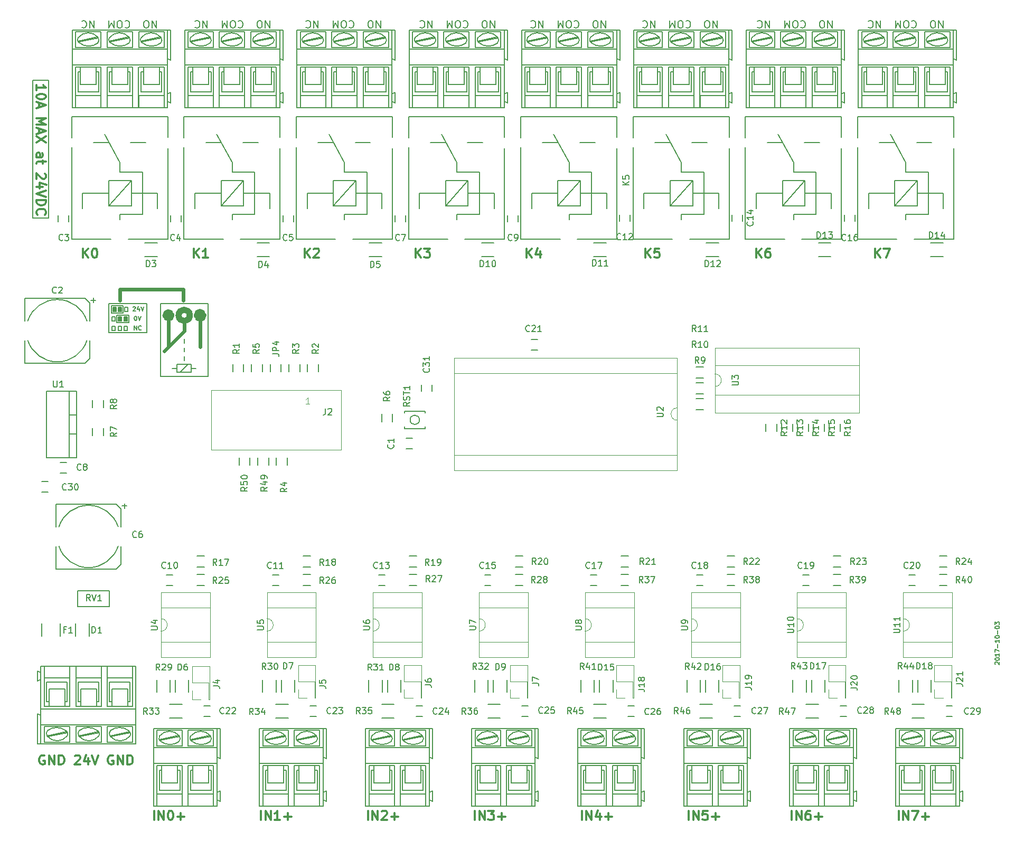
<source format=gbr>
G04 #@! TF.GenerationSoftware,KiCad,Pcbnew,(2017-06-21 revision 54670d678)-makepkg*
G04 #@! TF.CreationDate,2017-10-16T22:16:11+02:00*
G04 #@! TF.ProjectId,plytkaPrzekaznikow,706C79746B6150727A656B617A6E696B,rev?*
G04 #@! TF.SameCoordinates,Original
G04 #@! TF.FileFunction,Legend,Top*
G04 #@! TF.FilePolarity,Positive*
%FSLAX46Y46*%
G04 Gerber Fmt 4.6, Leading zero omitted, Abs format (unit mm)*
G04 Created by KiCad (PCBNEW (2017-06-21 revision 54670d678)-makepkg) date 10/16/17 22:16:11*
%MOMM*%
%LPD*%
G01*
G04 APERTURE LIST*
%ADD10C,0.100000*%
%ADD11C,0.175000*%
%ADD12C,0.200000*%
%ADD13C,0.300000*%
%ADD14C,0.600000*%
%ADD15C,1.000000*%
%ADD16C,0.400000*%
%ADD17C,0.150000*%
%ADD18C,0.120000*%
G04 APERTURE END LIST*
D10*
D11*
X207391833Y-153514000D02*
X207358500Y-153480666D01*
X207325166Y-153414000D01*
X207325166Y-153247333D01*
X207358500Y-153180666D01*
X207391833Y-153147333D01*
X207458500Y-153114000D01*
X207525166Y-153114000D01*
X207625166Y-153147333D01*
X208025166Y-153547333D01*
X208025166Y-153114000D01*
X207325166Y-152680666D02*
X207325166Y-152614000D01*
X207358500Y-152547333D01*
X207391833Y-152514000D01*
X207458500Y-152480666D01*
X207591833Y-152447333D01*
X207758500Y-152447333D01*
X207891833Y-152480666D01*
X207958500Y-152514000D01*
X207991833Y-152547333D01*
X208025166Y-152614000D01*
X208025166Y-152680666D01*
X207991833Y-152747333D01*
X207958500Y-152780666D01*
X207891833Y-152814000D01*
X207758500Y-152847333D01*
X207591833Y-152847333D01*
X207458500Y-152814000D01*
X207391833Y-152780666D01*
X207358500Y-152747333D01*
X207325166Y-152680666D01*
X208025166Y-151780666D02*
X208025166Y-152180666D01*
X208025166Y-151980666D02*
X207325166Y-151980666D01*
X207425166Y-152047333D01*
X207491833Y-152114000D01*
X207525166Y-152180666D01*
X207325166Y-151547333D02*
X207325166Y-151080666D01*
X208025166Y-151380666D01*
X207758500Y-150814000D02*
X207758500Y-150280666D01*
X208025166Y-149580666D02*
X208025166Y-149980666D01*
X208025166Y-149780666D02*
X207325166Y-149780666D01*
X207425166Y-149847333D01*
X207491833Y-149914000D01*
X207525166Y-149980666D01*
X207325166Y-149147333D02*
X207325166Y-149080666D01*
X207358500Y-149014000D01*
X207391833Y-148980666D01*
X207458500Y-148947333D01*
X207591833Y-148914000D01*
X207758500Y-148914000D01*
X207891833Y-148947333D01*
X207958500Y-148980666D01*
X207991833Y-149014000D01*
X208025166Y-149080666D01*
X208025166Y-149147333D01*
X207991833Y-149214000D01*
X207958500Y-149247333D01*
X207891833Y-149280666D01*
X207758500Y-149314000D01*
X207591833Y-149314000D01*
X207458500Y-149280666D01*
X207391833Y-149247333D01*
X207358500Y-149214000D01*
X207325166Y-149147333D01*
X207758500Y-148614000D02*
X207758500Y-148080666D01*
X207325166Y-147614000D02*
X207325166Y-147547333D01*
X207358500Y-147480666D01*
X207391833Y-147447333D01*
X207458500Y-147414000D01*
X207591833Y-147380666D01*
X207758500Y-147380666D01*
X207891833Y-147414000D01*
X207958500Y-147447333D01*
X207991833Y-147480666D01*
X208025166Y-147547333D01*
X208025166Y-147614000D01*
X207991833Y-147680666D01*
X207958500Y-147714000D01*
X207891833Y-147747333D01*
X207758500Y-147780666D01*
X207591833Y-147780666D01*
X207458500Y-147747333D01*
X207391833Y-147714000D01*
X207358500Y-147680666D01*
X207325166Y-147614000D01*
X207325166Y-147147333D02*
X207325166Y-146714000D01*
X207591833Y-146947333D01*
X207591833Y-146847333D01*
X207625166Y-146780666D01*
X207658500Y-146747333D01*
X207725166Y-146714000D01*
X207891833Y-146714000D01*
X207958500Y-146747333D01*
X207991833Y-146780666D01*
X208025166Y-146847333D01*
X208025166Y-147047333D01*
X207991833Y-147114000D01*
X207958500Y-147147333D01*
D12*
X198982857Y-50257142D02*
X198982857Y-51457142D01*
X198297142Y-50257142D01*
X198297142Y-51457142D01*
X197497142Y-51457142D02*
X197268571Y-51457142D01*
X197154285Y-51400000D01*
X197040000Y-51285714D01*
X196982857Y-51057142D01*
X196982857Y-50657142D01*
X197040000Y-50428571D01*
X197154285Y-50314285D01*
X197268571Y-50257142D01*
X197497142Y-50257142D01*
X197611428Y-50314285D01*
X197725714Y-50428571D01*
X197782857Y-50657142D01*
X197782857Y-51057142D01*
X197725714Y-51285714D01*
X197611428Y-51400000D01*
X197497142Y-51457142D01*
X193954285Y-50371428D02*
X194011428Y-50314285D01*
X194182857Y-50257142D01*
X194297142Y-50257142D01*
X194468571Y-50314285D01*
X194582857Y-50428571D01*
X194640000Y-50542857D01*
X194697142Y-50771428D01*
X194697142Y-50942857D01*
X194640000Y-51171428D01*
X194582857Y-51285714D01*
X194468571Y-51400000D01*
X194297142Y-51457142D01*
X194182857Y-51457142D01*
X194011428Y-51400000D01*
X193954285Y-51342857D01*
X193211428Y-51457142D02*
X192982857Y-51457142D01*
X192868571Y-51400000D01*
X192754285Y-51285714D01*
X192697142Y-51057142D01*
X192697142Y-50657142D01*
X192754285Y-50428571D01*
X192868571Y-50314285D01*
X192982857Y-50257142D01*
X193211428Y-50257142D01*
X193325714Y-50314285D01*
X193440000Y-50428571D01*
X193497142Y-50657142D01*
X193497142Y-51057142D01*
X193440000Y-51285714D01*
X193325714Y-51400000D01*
X193211428Y-51457142D01*
X192182857Y-50257142D02*
X192182857Y-51457142D01*
X191782857Y-50600000D01*
X191382857Y-51457142D01*
X191382857Y-50257142D01*
X188982857Y-50257142D02*
X188982857Y-51457142D01*
X188297142Y-50257142D01*
X188297142Y-51457142D01*
X187040000Y-50371428D02*
X187097142Y-50314285D01*
X187268571Y-50257142D01*
X187382857Y-50257142D01*
X187554285Y-50314285D01*
X187668571Y-50428571D01*
X187725714Y-50542857D01*
X187782857Y-50771428D01*
X187782857Y-50942857D01*
X187725714Y-51171428D01*
X187668571Y-51285714D01*
X187554285Y-51400000D01*
X187382857Y-51457142D01*
X187268571Y-51457142D01*
X187097142Y-51400000D01*
X187040000Y-51342857D01*
X181202857Y-50257142D02*
X181202857Y-51457142D01*
X180517142Y-50257142D01*
X180517142Y-51457142D01*
X179717142Y-51457142D02*
X179488571Y-51457142D01*
X179374285Y-51400000D01*
X179260000Y-51285714D01*
X179202857Y-51057142D01*
X179202857Y-50657142D01*
X179260000Y-50428571D01*
X179374285Y-50314285D01*
X179488571Y-50257142D01*
X179717142Y-50257142D01*
X179831428Y-50314285D01*
X179945714Y-50428571D01*
X180002857Y-50657142D01*
X180002857Y-51057142D01*
X179945714Y-51285714D01*
X179831428Y-51400000D01*
X179717142Y-51457142D01*
X176174285Y-50371428D02*
X176231428Y-50314285D01*
X176402857Y-50257142D01*
X176517142Y-50257142D01*
X176688571Y-50314285D01*
X176802857Y-50428571D01*
X176860000Y-50542857D01*
X176917142Y-50771428D01*
X176917142Y-50942857D01*
X176860000Y-51171428D01*
X176802857Y-51285714D01*
X176688571Y-51400000D01*
X176517142Y-51457142D01*
X176402857Y-51457142D01*
X176231428Y-51400000D01*
X176174285Y-51342857D01*
X175431428Y-51457142D02*
X175202857Y-51457142D01*
X175088571Y-51400000D01*
X174974285Y-51285714D01*
X174917142Y-51057142D01*
X174917142Y-50657142D01*
X174974285Y-50428571D01*
X175088571Y-50314285D01*
X175202857Y-50257142D01*
X175431428Y-50257142D01*
X175545714Y-50314285D01*
X175660000Y-50428571D01*
X175717142Y-50657142D01*
X175717142Y-51057142D01*
X175660000Y-51285714D01*
X175545714Y-51400000D01*
X175431428Y-51457142D01*
X174402857Y-50257142D02*
X174402857Y-51457142D01*
X174002857Y-50600000D01*
X173602857Y-51457142D01*
X173602857Y-50257142D01*
X171202857Y-50257142D02*
X171202857Y-51457142D01*
X170517142Y-50257142D01*
X170517142Y-51457142D01*
X169260000Y-50371428D02*
X169317142Y-50314285D01*
X169488571Y-50257142D01*
X169602857Y-50257142D01*
X169774285Y-50314285D01*
X169888571Y-50428571D01*
X169945714Y-50542857D01*
X170002857Y-50771428D01*
X170002857Y-50942857D01*
X169945714Y-51171428D01*
X169888571Y-51285714D01*
X169774285Y-51400000D01*
X169602857Y-51457142D01*
X169488571Y-51457142D01*
X169317142Y-51400000D01*
X169260000Y-51342857D01*
X162787857Y-50257142D02*
X162787857Y-51457142D01*
X162102142Y-50257142D01*
X162102142Y-51457142D01*
X161302142Y-51457142D02*
X161073571Y-51457142D01*
X160959285Y-51400000D01*
X160845000Y-51285714D01*
X160787857Y-51057142D01*
X160787857Y-50657142D01*
X160845000Y-50428571D01*
X160959285Y-50314285D01*
X161073571Y-50257142D01*
X161302142Y-50257142D01*
X161416428Y-50314285D01*
X161530714Y-50428571D01*
X161587857Y-50657142D01*
X161587857Y-51057142D01*
X161530714Y-51285714D01*
X161416428Y-51400000D01*
X161302142Y-51457142D01*
X157759285Y-50371428D02*
X157816428Y-50314285D01*
X157987857Y-50257142D01*
X158102142Y-50257142D01*
X158273571Y-50314285D01*
X158387857Y-50428571D01*
X158445000Y-50542857D01*
X158502142Y-50771428D01*
X158502142Y-50942857D01*
X158445000Y-51171428D01*
X158387857Y-51285714D01*
X158273571Y-51400000D01*
X158102142Y-51457142D01*
X157987857Y-51457142D01*
X157816428Y-51400000D01*
X157759285Y-51342857D01*
X157016428Y-51457142D02*
X156787857Y-51457142D01*
X156673571Y-51400000D01*
X156559285Y-51285714D01*
X156502142Y-51057142D01*
X156502142Y-50657142D01*
X156559285Y-50428571D01*
X156673571Y-50314285D01*
X156787857Y-50257142D01*
X157016428Y-50257142D01*
X157130714Y-50314285D01*
X157245000Y-50428571D01*
X157302142Y-50657142D01*
X157302142Y-51057142D01*
X157245000Y-51285714D01*
X157130714Y-51400000D01*
X157016428Y-51457142D01*
X155987857Y-50257142D02*
X155987857Y-51457142D01*
X155587857Y-50600000D01*
X155187857Y-51457142D01*
X155187857Y-50257142D01*
X152787857Y-50257142D02*
X152787857Y-51457142D01*
X152102142Y-50257142D01*
X152102142Y-51457142D01*
X150845000Y-50371428D02*
X150902142Y-50314285D01*
X151073571Y-50257142D01*
X151187857Y-50257142D01*
X151359285Y-50314285D01*
X151473571Y-50428571D01*
X151530714Y-50542857D01*
X151587857Y-50771428D01*
X151587857Y-50942857D01*
X151530714Y-51171428D01*
X151473571Y-51285714D01*
X151359285Y-51400000D01*
X151187857Y-51457142D01*
X151073571Y-51457142D01*
X150902142Y-51400000D01*
X150845000Y-51342857D01*
X144880857Y-50257142D02*
X144880857Y-51457142D01*
X144195142Y-50257142D01*
X144195142Y-51457142D01*
X143395142Y-51457142D02*
X143166571Y-51457142D01*
X143052285Y-51400000D01*
X142938000Y-51285714D01*
X142880857Y-51057142D01*
X142880857Y-50657142D01*
X142938000Y-50428571D01*
X143052285Y-50314285D01*
X143166571Y-50257142D01*
X143395142Y-50257142D01*
X143509428Y-50314285D01*
X143623714Y-50428571D01*
X143680857Y-50657142D01*
X143680857Y-51057142D01*
X143623714Y-51285714D01*
X143509428Y-51400000D01*
X143395142Y-51457142D01*
X139852285Y-50371428D02*
X139909428Y-50314285D01*
X140080857Y-50257142D01*
X140195142Y-50257142D01*
X140366571Y-50314285D01*
X140480857Y-50428571D01*
X140538000Y-50542857D01*
X140595142Y-50771428D01*
X140595142Y-50942857D01*
X140538000Y-51171428D01*
X140480857Y-51285714D01*
X140366571Y-51400000D01*
X140195142Y-51457142D01*
X140080857Y-51457142D01*
X139909428Y-51400000D01*
X139852285Y-51342857D01*
X139109428Y-51457142D02*
X138880857Y-51457142D01*
X138766571Y-51400000D01*
X138652285Y-51285714D01*
X138595142Y-51057142D01*
X138595142Y-50657142D01*
X138652285Y-50428571D01*
X138766571Y-50314285D01*
X138880857Y-50257142D01*
X139109428Y-50257142D01*
X139223714Y-50314285D01*
X139338000Y-50428571D01*
X139395142Y-50657142D01*
X139395142Y-51057142D01*
X139338000Y-51285714D01*
X139223714Y-51400000D01*
X139109428Y-51457142D01*
X138080857Y-50257142D02*
X138080857Y-51457142D01*
X137680857Y-50600000D01*
X137280857Y-51457142D01*
X137280857Y-50257142D01*
X134880857Y-50257142D02*
X134880857Y-51457142D01*
X134195142Y-50257142D01*
X134195142Y-51457142D01*
X132938000Y-50371428D02*
X132995142Y-50314285D01*
X133166571Y-50257142D01*
X133280857Y-50257142D01*
X133452285Y-50314285D01*
X133566571Y-50428571D01*
X133623714Y-50542857D01*
X133680857Y-50771428D01*
X133680857Y-50942857D01*
X133623714Y-51171428D01*
X133566571Y-51285714D01*
X133452285Y-51400000D01*
X133280857Y-51457142D01*
X133166571Y-51457142D01*
X132995142Y-51400000D01*
X132938000Y-51342857D01*
X127100857Y-50257142D02*
X127100857Y-51457142D01*
X126415142Y-50257142D01*
X126415142Y-51457142D01*
X125615142Y-51457142D02*
X125386571Y-51457142D01*
X125272285Y-51400000D01*
X125158000Y-51285714D01*
X125100857Y-51057142D01*
X125100857Y-50657142D01*
X125158000Y-50428571D01*
X125272285Y-50314285D01*
X125386571Y-50257142D01*
X125615142Y-50257142D01*
X125729428Y-50314285D01*
X125843714Y-50428571D01*
X125900857Y-50657142D01*
X125900857Y-51057142D01*
X125843714Y-51285714D01*
X125729428Y-51400000D01*
X125615142Y-51457142D01*
X122072285Y-50371428D02*
X122129428Y-50314285D01*
X122300857Y-50257142D01*
X122415142Y-50257142D01*
X122586571Y-50314285D01*
X122700857Y-50428571D01*
X122758000Y-50542857D01*
X122815142Y-50771428D01*
X122815142Y-50942857D01*
X122758000Y-51171428D01*
X122700857Y-51285714D01*
X122586571Y-51400000D01*
X122415142Y-51457142D01*
X122300857Y-51457142D01*
X122129428Y-51400000D01*
X122072285Y-51342857D01*
X121329428Y-51457142D02*
X121100857Y-51457142D01*
X120986571Y-51400000D01*
X120872285Y-51285714D01*
X120815142Y-51057142D01*
X120815142Y-50657142D01*
X120872285Y-50428571D01*
X120986571Y-50314285D01*
X121100857Y-50257142D01*
X121329428Y-50257142D01*
X121443714Y-50314285D01*
X121558000Y-50428571D01*
X121615142Y-50657142D01*
X121615142Y-51057142D01*
X121558000Y-51285714D01*
X121443714Y-51400000D01*
X121329428Y-51457142D01*
X120300857Y-50257142D02*
X120300857Y-51457142D01*
X119900857Y-50600000D01*
X119500857Y-51457142D01*
X119500857Y-50257142D01*
X117100857Y-50257142D02*
X117100857Y-51457142D01*
X116415142Y-50257142D01*
X116415142Y-51457142D01*
X115158000Y-50371428D02*
X115215142Y-50314285D01*
X115386571Y-50257142D01*
X115500857Y-50257142D01*
X115672285Y-50314285D01*
X115786571Y-50428571D01*
X115843714Y-50542857D01*
X115900857Y-50771428D01*
X115900857Y-50942857D01*
X115843714Y-51171428D01*
X115786571Y-51285714D01*
X115672285Y-51400000D01*
X115500857Y-51457142D01*
X115386571Y-51457142D01*
X115215142Y-51400000D01*
X115158000Y-51342857D01*
X108812857Y-50257142D02*
X108812857Y-51457142D01*
X108127142Y-50257142D01*
X108127142Y-51457142D01*
X107327142Y-51457142D02*
X107098571Y-51457142D01*
X106984285Y-51400000D01*
X106870000Y-51285714D01*
X106812857Y-51057142D01*
X106812857Y-50657142D01*
X106870000Y-50428571D01*
X106984285Y-50314285D01*
X107098571Y-50257142D01*
X107327142Y-50257142D01*
X107441428Y-50314285D01*
X107555714Y-50428571D01*
X107612857Y-50657142D01*
X107612857Y-51057142D01*
X107555714Y-51285714D01*
X107441428Y-51400000D01*
X107327142Y-51457142D01*
X103784285Y-50371428D02*
X103841428Y-50314285D01*
X104012857Y-50257142D01*
X104127142Y-50257142D01*
X104298571Y-50314285D01*
X104412857Y-50428571D01*
X104470000Y-50542857D01*
X104527142Y-50771428D01*
X104527142Y-50942857D01*
X104470000Y-51171428D01*
X104412857Y-51285714D01*
X104298571Y-51400000D01*
X104127142Y-51457142D01*
X104012857Y-51457142D01*
X103841428Y-51400000D01*
X103784285Y-51342857D01*
X103041428Y-51457142D02*
X102812857Y-51457142D01*
X102698571Y-51400000D01*
X102584285Y-51285714D01*
X102527142Y-51057142D01*
X102527142Y-50657142D01*
X102584285Y-50428571D01*
X102698571Y-50314285D01*
X102812857Y-50257142D01*
X103041428Y-50257142D01*
X103155714Y-50314285D01*
X103270000Y-50428571D01*
X103327142Y-50657142D01*
X103327142Y-51057142D01*
X103270000Y-51285714D01*
X103155714Y-51400000D01*
X103041428Y-51457142D01*
X102012857Y-50257142D02*
X102012857Y-51457142D01*
X101612857Y-50600000D01*
X101212857Y-51457142D01*
X101212857Y-50257142D01*
X98812857Y-50257142D02*
X98812857Y-51457142D01*
X98127142Y-50257142D01*
X98127142Y-51457142D01*
X96870000Y-50371428D02*
X96927142Y-50314285D01*
X97098571Y-50257142D01*
X97212857Y-50257142D01*
X97384285Y-50314285D01*
X97498571Y-50428571D01*
X97555714Y-50542857D01*
X97612857Y-50771428D01*
X97612857Y-50942857D01*
X97555714Y-51171428D01*
X97498571Y-51285714D01*
X97384285Y-51400000D01*
X97212857Y-51457142D01*
X97098571Y-51457142D01*
X96927142Y-51400000D01*
X96870000Y-51342857D01*
X91032857Y-50257142D02*
X91032857Y-51457142D01*
X90347142Y-50257142D01*
X90347142Y-51457142D01*
X89547142Y-51457142D02*
X89318571Y-51457142D01*
X89204285Y-51400000D01*
X89090000Y-51285714D01*
X89032857Y-51057142D01*
X89032857Y-50657142D01*
X89090000Y-50428571D01*
X89204285Y-50314285D01*
X89318571Y-50257142D01*
X89547142Y-50257142D01*
X89661428Y-50314285D01*
X89775714Y-50428571D01*
X89832857Y-50657142D01*
X89832857Y-51057142D01*
X89775714Y-51285714D01*
X89661428Y-51400000D01*
X89547142Y-51457142D01*
X86004285Y-50371428D02*
X86061428Y-50314285D01*
X86232857Y-50257142D01*
X86347142Y-50257142D01*
X86518571Y-50314285D01*
X86632857Y-50428571D01*
X86690000Y-50542857D01*
X86747142Y-50771428D01*
X86747142Y-50942857D01*
X86690000Y-51171428D01*
X86632857Y-51285714D01*
X86518571Y-51400000D01*
X86347142Y-51457142D01*
X86232857Y-51457142D01*
X86061428Y-51400000D01*
X86004285Y-51342857D01*
X85261428Y-51457142D02*
X85032857Y-51457142D01*
X84918571Y-51400000D01*
X84804285Y-51285714D01*
X84747142Y-51057142D01*
X84747142Y-50657142D01*
X84804285Y-50428571D01*
X84918571Y-50314285D01*
X85032857Y-50257142D01*
X85261428Y-50257142D01*
X85375714Y-50314285D01*
X85490000Y-50428571D01*
X85547142Y-50657142D01*
X85547142Y-51057142D01*
X85490000Y-51285714D01*
X85375714Y-51400000D01*
X85261428Y-51457142D01*
X84232857Y-50257142D02*
X84232857Y-51457142D01*
X83832857Y-50600000D01*
X83432857Y-51457142D01*
X83432857Y-50257142D01*
X81032857Y-50257142D02*
X81032857Y-51457142D01*
X80347142Y-50257142D01*
X80347142Y-51457142D01*
X79090000Y-50371428D02*
X79147142Y-50314285D01*
X79318571Y-50257142D01*
X79432857Y-50257142D01*
X79604285Y-50314285D01*
X79718571Y-50428571D01*
X79775714Y-50542857D01*
X79832857Y-50771428D01*
X79832857Y-50942857D01*
X79775714Y-51171428D01*
X79718571Y-51285714D01*
X79604285Y-51400000D01*
X79432857Y-51457142D01*
X79318571Y-51457142D01*
X79147142Y-51400000D01*
X79090000Y-51342857D01*
X72871857Y-50257142D02*
X72871857Y-51457142D01*
X72186142Y-50257142D01*
X72186142Y-51457142D01*
X71386142Y-51457142D02*
X71157571Y-51457142D01*
X71043285Y-51400000D01*
X70929000Y-51285714D01*
X70871857Y-51057142D01*
X70871857Y-50657142D01*
X70929000Y-50428571D01*
X71043285Y-50314285D01*
X71157571Y-50257142D01*
X71386142Y-50257142D01*
X71500428Y-50314285D01*
X71614714Y-50428571D01*
X71671857Y-50657142D01*
X71671857Y-51057142D01*
X71614714Y-51285714D01*
X71500428Y-51400000D01*
X71386142Y-51457142D01*
X67843285Y-50371428D02*
X67900428Y-50314285D01*
X68071857Y-50257142D01*
X68186142Y-50257142D01*
X68357571Y-50314285D01*
X68471857Y-50428571D01*
X68529000Y-50542857D01*
X68586142Y-50771428D01*
X68586142Y-50942857D01*
X68529000Y-51171428D01*
X68471857Y-51285714D01*
X68357571Y-51400000D01*
X68186142Y-51457142D01*
X68071857Y-51457142D01*
X67900428Y-51400000D01*
X67843285Y-51342857D01*
X67100428Y-51457142D02*
X66871857Y-51457142D01*
X66757571Y-51400000D01*
X66643285Y-51285714D01*
X66586142Y-51057142D01*
X66586142Y-50657142D01*
X66643285Y-50428571D01*
X66757571Y-50314285D01*
X66871857Y-50257142D01*
X67100428Y-50257142D01*
X67214714Y-50314285D01*
X67329000Y-50428571D01*
X67386142Y-50657142D01*
X67386142Y-51057142D01*
X67329000Y-51285714D01*
X67214714Y-51400000D01*
X67100428Y-51457142D01*
X66071857Y-50257142D02*
X66071857Y-51457142D01*
X65671857Y-50600000D01*
X65271857Y-51457142D01*
X65271857Y-50257142D01*
X62871857Y-50257142D02*
X62871857Y-51457142D01*
X62186142Y-50257142D01*
X62186142Y-51457142D01*
X60929000Y-50371428D02*
X60986142Y-50314285D01*
X61157571Y-50257142D01*
X61271857Y-50257142D01*
X61443285Y-50314285D01*
X61557571Y-50428571D01*
X61614714Y-50542857D01*
X61671857Y-50771428D01*
X61671857Y-50942857D01*
X61614714Y-51171428D01*
X61557571Y-51285714D01*
X61443285Y-51400000D01*
X61271857Y-51457142D01*
X61157571Y-51457142D01*
X60986142Y-51400000D01*
X60929000Y-51342857D01*
D13*
X188122857Y-88308571D02*
X188122857Y-86808571D01*
X188980000Y-88308571D02*
X188337142Y-87451428D01*
X188980000Y-86808571D02*
X188122857Y-87665714D01*
X189480000Y-86808571D02*
X190480000Y-86808571D01*
X189837142Y-88308571D01*
X169072857Y-88308571D02*
X169072857Y-86808571D01*
X169930000Y-88308571D02*
X169287142Y-87451428D01*
X169930000Y-86808571D02*
X169072857Y-87665714D01*
X171215714Y-86808571D02*
X170930000Y-86808571D01*
X170787142Y-86880000D01*
X170715714Y-86951428D01*
X170572857Y-87165714D01*
X170501428Y-87451428D01*
X170501428Y-88022857D01*
X170572857Y-88165714D01*
X170644285Y-88237142D01*
X170787142Y-88308571D01*
X171072857Y-88308571D01*
X171215714Y-88237142D01*
X171287142Y-88165714D01*
X171358571Y-88022857D01*
X171358571Y-87665714D01*
X171287142Y-87522857D01*
X171215714Y-87451428D01*
X171072857Y-87380000D01*
X170787142Y-87380000D01*
X170644285Y-87451428D01*
X170572857Y-87522857D01*
X170501428Y-87665714D01*
X151292857Y-88308571D02*
X151292857Y-86808571D01*
X152150000Y-88308571D02*
X151507142Y-87451428D01*
X152150000Y-86808571D02*
X151292857Y-87665714D01*
X153507142Y-86808571D02*
X152792857Y-86808571D01*
X152721428Y-87522857D01*
X152792857Y-87451428D01*
X152935714Y-87380000D01*
X153292857Y-87380000D01*
X153435714Y-87451428D01*
X153507142Y-87522857D01*
X153578571Y-87665714D01*
X153578571Y-88022857D01*
X153507142Y-88165714D01*
X153435714Y-88237142D01*
X153292857Y-88308571D01*
X152935714Y-88308571D01*
X152792857Y-88237142D01*
X152721428Y-88165714D01*
X132242857Y-88308571D02*
X132242857Y-86808571D01*
X133100000Y-88308571D02*
X132457142Y-87451428D01*
X133100000Y-86808571D02*
X132242857Y-87665714D01*
X134385714Y-87308571D02*
X134385714Y-88308571D01*
X134028571Y-86737142D02*
X133671428Y-87808571D01*
X134600000Y-87808571D01*
X114462857Y-88308571D02*
X114462857Y-86808571D01*
X115320000Y-88308571D02*
X114677142Y-87451428D01*
X115320000Y-86808571D02*
X114462857Y-87665714D01*
X115820000Y-86808571D02*
X116748571Y-86808571D01*
X116248571Y-87380000D01*
X116462857Y-87380000D01*
X116605714Y-87451428D01*
X116677142Y-87522857D01*
X116748571Y-87665714D01*
X116748571Y-88022857D01*
X116677142Y-88165714D01*
X116605714Y-88237142D01*
X116462857Y-88308571D01*
X116034285Y-88308571D01*
X115891428Y-88237142D01*
X115820000Y-88165714D01*
X96682857Y-88308571D02*
X96682857Y-86808571D01*
X97540000Y-88308571D02*
X96897142Y-87451428D01*
X97540000Y-86808571D02*
X96682857Y-87665714D01*
X98111428Y-86951428D02*
X98182857Y-86880000D01*
X98325714Y-86808571D01*
X98682857Y-86808571D01*
X98825714Y-86880000D01*
X98897142Y-86951428D01*
X98968571Y-87094285D01*
X98968571Y-87237142D01*
X98897142Y-87451428D01*
X98040000Y-88308571D01*
X98968571Y-88308571D01*
X78902857Y-88308571D02*
X78902857Y-86808571D01*
X79760000Y-88308571D02*
X79117142Y-87451428D01*
X79760000Y-86808571D02*
X78902857Y-87665714D01*
X81188571Y-88308571D02*
X80331428Y-88308571D01*
X80760000Y-88308571D02*
X80760000Y-86808571D01*
X80617142Y-87022857D01*
X80474285Y-87165714D01*
X80331428Y-87237142D01*
D12*
X55626000Y-59817000D02*
X53086000Y-59817000D01*
X55626000Y-81915000D02*
X55626000Y-59817000D01*
X53086000Y-81915000D02*
X55626000Y-81915000D01*
X53086000Y-59817000D02*
X53086000Y-81915000D01*
D13*
X61122857Y-88308571D02*
X61122857Y-86808571D01*
X61980000Y-88308571D02*
X61337142Y-87451428D01*
X61980000Y-86808571D02*
X61122857Y-87665714D01*
X62908571Y-86808571D02*
X63051428Y-86808571D01*
X63194285Y-86880000D01*
X63265714Y-86951428D01*
X63337142Y-87094285D01*
X63408571Y-87380000D01*
X63408571Y-87737142D01*
X63337142Y-88022857D01*
X63265714Y-88165714D01*
X63194285Y-88237142D01*
X63051428Y-88308571D01*
X62908571Y-88308571D01*
X62765714Y-88237142D01*
X62694285Y-88165714D01*
X62622857Y-88022857D01*
X62551428Y-87737142D01*
X62551428Y-87380000D01*
X62622857Y-87094285D01*
X62694285Y-86951428D01*
X62765714Y-86880000D01*
X62908571Y-86808571D01*
X53677428Y-61457285D02*
X53677428Y-60600142D01*
X53677428Y-61028714D02*
X55177428Y-61028714D01*
X54963142Y-60885857D01*
X54820285Y-60743000D01*
X54748857Y-60600142D01*
X55177428Y-62385857D02*
X55177428Y-62528714D01*
X55106000Y-62671571D01*
X55034571Y-62743000D01*
X54891714Y-62814428D01*
X54606000Y-62885857D01*
X54248857Y-62885857D01*
X53963142Y-62814428D01*
X53820285Y-62743000D01*
X53748857Y-62671571D01*
X53677428Y-62528714D01*
X53677428Y-62385857D01*
X53748857Y-62243000D01*
X53820285Y-62171571D01*
X53963142Y-62100142D01*
X54248857Y-62028714D01*
X54606000Y-62028714D01*
X54891714Y-62100142D01*
X55034571Y-62171571D01*
X55106000Y-62243000D01*
X55177428Y-62385857D01*
X54106000Y-63457285D02*
X54106000Y-64171571D01*
X53677428Y-63314428D02*
X55177428Y-63814428D01*
X53677428Y-64314428D01*
X53677428Y-65957285D02*
X55177428Y-65957285D01*
X54106000Y-66457285D01*
X55177428Y-66957285D01*
X53677428Y-66957285D01*
X54106000Y-67600142D02*
X54106000Y-68314428D01*
X53677428Y-67457285D02*
X55177428Y-67957285D01*
X53677428Y-68457285D01*
X55177428Y-68814428D02*
X53677428Y-69814428D01*
X55177428Y-69814428D02*
X53677428Y-68814428D01*
X53677428Y-72171571D02*
X54463142Y-72171571D01*
X54606000Y-72100142D01*
X54677428Y-71957285D01*
X54677428Y-71671571D01*
X54606000Y-71528714D01*
X53748857Y-72171571D02*
X53677428Y-72028714D01*
X53677428Y-71671571D01*
X53748857Y-71528714D01*
X53891714Y-71457285D01*
X54034571Y-71457285D01*
X54177428Y-71528714D01*
X54248857Y-71671571D01*
X54248857Y-72028714D01*
X54320285Y-72171571D01*
X54677428Y-72671571D02*
X54677428Y-73243000D01*
X55177428Y-72885857D02*
X53891714Y-72885857D01*
X53748857Y-72957285D01*
X53677428Y-73100142D01*
X53677428Y-73243000D01*
X55034571Y-74814428D02*
X55106000Y-74885857D01*
X55177428Y-75028714D01*
X55177428Y-75385857D01*
X55106000Y-75528714D01*
X55034571Y-75600142D01*
X54891714Y-75671571D01*
X54748857Y-75671571D01*
X54534571Y-75600142D01*
X53677428Y-74743000D01*
X53677428Y-75671571D01*
X54677428Y-76957285D02*
X53677428Y-76957285D01*
X55248857Y-76600142D02*
X54177428Y-76243000D01*
X54177428Y-77171571D01*
X55177428Y-77528714D02*
X53677428Y-78028714D01*
X55177428Y-78528714D01*
X53677428Y-79028714D02*
X55177428Y-79028714D01*
X55177428Y-79385857D01*
X55106000Y-79600142D01*
X54963142Y-79743000D01*
X54820285Y-79814428D01*
X54534571Y-79885857D01*
X54320285Y-79885857D01*
X54034571Y-79814428D01*
X53891714Y-79743000D01*
X53748857Y-79600142D01*
X53677428Y-79385857D01*
X53677428Y-79028714D01*
X53820285Y-81385857D02*
X53748857Y-81314428D01*
X53677428Y-81100142D01*
X53677428Y-80957285D01*
X53748857Y-80743000D01*
X53891714Y-80600142D01*
X54034571Y-80528714D01*
X54320285Y-80457285D01*
X54534571Y-80457285D01*
X54820285Y-80528714D01*
X54963142Y-80600142D01*
X55106000Y-80743000D01*
X55177428Y-80957285D01*
X55177428Y-81100142D01*
X55106000Y-81314428D01*
X55034571Y-81385857D01*
D12*
X76200000Y-106045000D02*
X75438000Y-106045000D01*
X79248000Y-106045000D02*
X78486000Y-106045000D01*
X77343000Y-101346000D02*
X77343000Y-101981000D01*
X76708000Y-106680000D02*
X77978000Y-105410000D01*
X76200000Y-106680000D02*
X76200000Y-105410000D01*
X78486000Y-106680000D02*
X76200000Y-106680000D01*
X78486000Y-105410000D02*
X78486000Y-106680000D01*
X76200000Y-105410000D02*
X78486000Y-105410000D01*
X77343000Y-104775000D02*
X77343000Y-104775000D01*
X77343000Y-104140000D02*
X77343000Y-104775000D01*
X77343000Y-102743000D02*
X77343000Y-103378000D01*
D14*
X77216000Y-93345000D02*
X77216000Y-95123000D01*
X67056000Y-93345000D02*
X77216000Y-93345000D01*
X67056000Y-95123000D02*
X67056000Y-93345000D01*
D12*
X73533000Y-107315000D02*
X73533000Y-95631000D01*
X81153000Y-107315000D02*
X73533000Y-107315000D01*
X81153000Y-95631000D02*
X81153000Y-107315000D01*
X73533000Y-95631000D02*
X81153000Y-95631000D01*
D15*
X80406634Y-97536000D02*
G75*
G03X80406634Y-97536000I-523634J0D01*
G01*
D14*
X79883000Y-98171000D02*
X79883000Y-102616000D01*
X74803000Y-98171000D02*
X74803000Y-102616000D01*
X77343000Y-100076000D02*
X74168000Y-103251000D01*
X77343000Y-98171000D02*
X77343000Y-100076000D01*
D15*
X78241026Y-97536000D02*
G75*
G03X78241026Y-97536000I-898026J0D01*
G01*
X75260905Y-97536000D02*
G75*
G03X75260905Y-97536000I-457905J0D01*
G01*
D11*
X69300000Y-99884666D02*
X69300000Y-99184666D01*
X69700000Y-99884666D01*
X69700000Y-99184666D01*
X70433333Y-99818000D02*
X70400000Y-99851333D01*
X70300000Y-99884666D01*
X70233333Y-99884666D01*
X70133333Y-99851333D01*
X70066666Y-99784666D01*
X70033333Y-99718000D01*
X70000000Y-99584666D01*
X70000000Y-99484666D01*
X70033333Y-99351333D01*
X70066666Y-99284666D01*
X70133333Y-99218000D01*
X70233333Y-99184666D01*
X70300000Y-99184666D01*
X70400000Y-99218000D01*
X70433333Y-99251333D01*
D12*
X66294000Y-99314000D02*
X65786000Y-99314000D01*
X66294000Y-99949000D02*
X66294000Y-99314000D01*
X66167000Y-99949000D02*
X66294000Y-99949000D01*
X65786000Y-99949000D02*
X66167000Y-99949000D01*
X65786000Y-99314000D02*
X65786000Y-99949000D01*
X68199000Y-99314000D02*
X67691000Y-99314000D01*
X68199000Y-99949000D02*
X68199000Y-99314000D01*
X68072000Y-99949000D02*
X68199000Y-99949000D01*
X67691000Y-99949000D02*
X68072000Y-99949000D01*
X67691000Y-99314000D02*
X67691000Y-99949000D01*
X66929000Y-99314000D02*
X66802000Y-99314000D01*
X67310000Y-99314000D02*
X66929000Y-99314000D01*
X66802000Y-99314000D02*
X66802000Y-99949000D01*
X66802000Y-99949000D02*
X67310000Y-99949000D01*
X67310000Y-99949000D02*
X67310000Y-99314000D01*
D16*
X67945000Y-97917000D02*
X67945000Y-98298000D01*
X67056000Y-97917000D02*
X67056000Y-98298000D01*
X66167000Y-96393000D02*
X66167000Y-96774000D01*
X67056000Y-96393000D02*
X67056000Y-96774000D01*
D11*
X69516666Y-97660666D02*
X69583333Y-97660666D01*
X69650000Y-97694000D01*
X69683333Y-97727333D01*
X69716666Y-97794000D01*
X69750000Y-97927333D01*
X69750000Y-98094000D01*
X69716666Y-98227333D01*
X69683333Y-98294000D01*
X69650000Y-98327333D01*
X69583333Y-98360666D01*
X69516666Y-98360666D01*
X69450000Y-98327333D01*
X69416666Y-98294000D01*
X69383333Y-98227333D01*
X69350000Y-98094000D01*
X69350000Y-97927333D01*
X69383333Y-97794000D01*
X69416666Y-97727333D01*
X69450000Y-97694000D01*
X69516666Y-97660666D01*
X69950000Y-97660666D02*
X70183333Y-98360666D01*
X70416666Y-97660666D01*
X69143666Y-96203333D02*
X69177000Y-96170000D01*
X69243666Y-96136666D01*
X69410333Y-96136666D01*
X69477000Y-96170000D01*
X69510333Y-96203333D01*
X69543666Y-96270000D01*
X69543666Y-96336666D01*
X69510333Y-96436666D01*
X69110333Y-96836666D01*
X69543666Y-96836666D01*
X70143666Y-96370000D02*
X70143666Y-96836666D01*
X69977000Y-96103333D02*
X69810333Y-96603333D01*
X70243666Y-96603333D01*
X70410333Y-96136666D02*
X70643666Y-96836666D01*
X70877000Y-96136666D01*
D12*
X66294000Y-97790000D02*
X65786000Y-97790000D01*
X66294000Y-98425000D02*
X66294000Y-97790000D01*
X66167000Y-98425000D02*
X66294000Y-98425000D01*
X65786000Y-98425000D02*
X66167000Y-98425000D01*
X65786000Y-97790000D02*
X65786000Y-98425000D01*
X68326000Y-96266000D02*
X67818000Y-96266000D01*
X68326000Y-96901000D02*
X68326000Y-96266000D01*
X68199000Y-96901000D02*
X68326000Y-96901000D01*
X67818000Y-96901000D02*
X68199000Y-96901000D01*
X67818000Y-96266000D02*
X67818000Y-96901000D01*
X71374000Y-100330000D02*
X71374000Y-95631000D01*
X65278000Y-100330000D02*
X71374000Y-100330000D01*
X65278000Y-95631000D02*
X65278000Y-100330000D01*
X65278000Y-95631000D02*
X71374000Y-95631000D01*
X68199000Y-97790000D02*
X67691000Y-97790000D01*
X68199000Y-98425000D02*
X68199000Y-97790000D01*
X68072000Y-98425000D02*
X68199000Y-98425000D01*
X67691000Y-98425000D02*
X68072000Y-98425000D01*
X67691000Y-97790000D02*
X67691000Y-98425000D01*
X66929000Y-97790000D02*
X66802000Y-97790000D01*
X67310000Y-97790000D02*
X66929000Y-97790000D01*
X66802000Y-97790000D02*
X66802000Y-98425000D01*
X66802000Y-98425000D02*
X67310000Y-98425000D01*
X67310000Y-98425000D02*
X67310000Y-97790000D01*
X66548000Y-98679000D02*
X66548000Y-97536000D01*
X68453000Y-98679000D02*
X66548000Y-98679000D01*
X68453000Y-98171000D02*
X68453000Y-98679000D01*
X68453000Y-97536000D02*
X68453000Y-98171000D01*
X66548000Y-97536000D02*
X68453000Y-97536000D01*
X67310000Y-96266000D02*
X66802000Y-96266000D01*
X67310000Y-96901000D02*
X67310000Y-96266000D01*
X67183000Y-96901000D02*
X67310000Y-96901000D01*
X66802000Y-96901000D02*
X67183000Y-96901000D01*
X66802000Y-96266000D02*
X66802000Y-96901000D01*
X66040000Y-96266000D02*
X65913000Y-96266000D01*
X66421000Y-96266000D02*
X66040000Y-96266000D01*
X66421000Y-96901000D02*
X66421000Y-96266000D01*
X65913000Y-96901000D02*
X66421000Y-96901000D01*
X65913000Y-96266000D02*
X65913000Y-96901000D01*
X65659000Y-97155000D02*
X65659000Y-96012000D01*
X67564000Y-97155000D02*
X65659000Y-97155000D01*
X67564000Y-96647000D02*
X67564000Y-97155000D01*
X67564000Y-96012000D02*
X67564000Y-96647000D01*
X65659000Y-96012000D02*
X67564000Y-96012000D01*
D13*
X191881428Y-178478571D02*
X191881428Y-176978571D01*
X192595714Y-178478571D02*
X192595714Y-176978571D01*
X193452857Y-178478571D01*
X193452857Y-176978571D01*
X194024285Y-176978571D02*
X195024285Y-176978571D01*
X194381428Y-178478571D01*
X195595714Y-177907142D02*
X196738571Y-177907142D01*
X196167142Y-178478571D02*
X196167142Y-177335714D01*
X174736428Y-178478571D02*
X174736428Y-176978571D01*
X175450714Y-178478571D02*
X175450714Y-176978571D01*
X176307857Y-178478571D01*
X176307857Y-176978571D01*
X177665000Y-176978571D02*
X177379285Y-176978571D01*
X177236428Y-177050000D01*
X177165000Y-177121428D01*
X177022142Y-177335714D01*
X176950714Y-177621428D01*
X176950714Y-178192857D01*
X177022142Y-178335714D01*
X177093571Y-178407142D01*
X177236428Y-178478571D01*
X177522142Y-178478571D01*
X177665000Y-178407142D01*
X177736428Y-178335714D01*
X177807857Y-178192857D01*
X177807857Y-177835714D01*
X177736428Y-177692857D01*
X177665000Y-177621428D01*
X177522142Y-177550000D01*
X177236428Y-177550000D01*
X177093571Y-177621428D01*
X177022142Y-177692857D01*
X176950714Y-177835714D01*
X178450714Y-177907142D02*
X179593571Y-177907142D01*
X179022142Y-178478571D02*
X179022142Y-177335714D01*
X158226428Y-178478571D02*
X158226428Y-176978571D01*
X158940714Y-178478571D02*
X158940714Y-176978571D01*
X159797857Y-178478571D01*
X159797857Y-176978571D01*
X161226428Y-176978571D02*
X160512142Y-176978571D01*
X160440714Y-177692857D01*
X160512142Y-177621428D01*
X160655000Y-177550000D01*
X161012142Y-177550000D01*
X161155000Y-177621428D01*
X161226428Y-177692857D01*
X161297857Y-177835714D01*
X161297857Y-178192857D01*
X161226428Y-178335714D01*
X161155000Y-178407142D01*
X161012142Y-178478571D01*
X160655000Y-178478571D01*
X160512142Y-178407142D01*
X160440714Y-178335714D01*
X161940714Y-177907142D02*
X163083571Y-177907142D01*
X162512142Y-178478571D02*
X162512142Y-177335714D01*
X141081428Y-178478571D02*
X141081428Y-176978571D01*
X141795714Y-178478571D02*
X141795714Y-176978571D01*
X142652857Y-178478571D01*
X142652857Y-176978571D01*
X144010000Y-177478571D02*
X144010000Y-178478571D01*
X143652857Y-176907142D02*
X143295714Y-177978571D01*
X144224285Y-177978571D01*
X144795714Y-177907142D02*
X145938571Y-177907142D01*
X145367142Y-178478571D02*
X145367142Y-177335714D01*
X123936428Y-178478571D02*
X123936428Y-176978571D01*
X124650714Y-178478571D02*
X124650714Y-176978571D01*
X125507857Y-178478571D01*
X125507857Y-176978571D01*
X126079285Y-176978571D02*
X127007857Y-176978571D01*
X126507857Y-177550000D01*
X126722142Y-177550000D01*
X126865000Y-177621428D01*
X126936428Y-177692857D01*
X127007857Y-177835714D01*
X127007857Y-178192857D01*
X126936428Y-178335714D01*
X126865000Y-178407142D01*
X126722142Y-178478571D01*
X126293571Y-178478571D01*
X126150714Y-178407142D01*
X126079285Y-178335714D01*
X127650714Y-177907142D02*
X128793571Y-177907142D01*
X128222142Y-178478571D02*
X128222142Y-177335714D01*
X106791428Y-178478571D02*
X106791428Y-176978571D01*
X107505714Y-178478571D02*
X107505714Y-176978571D01*
X108362857Y-178478571D01*
X108362857Y-176978571D01*
X109005714Y-177121428D02*
X109077142Y-177050000D01*
X109220000Y-176978571D01*
X109577142Y-176978571D01*
X109720000Y-177050000D01*
X109791428Y-177121428D01*
X109862857Y-177264285D01*
X109862857Y-177407142D01*
X109791428Y-177621428D01*
X108934285Y-178478571D01*
X109862857Y-178478571D01*
X110505714Y-177907142D02*
X111648571Y-177907142D01*
X111077142Y-178478571D02*
X111077142Y-177335714D01*
X89646428Y-178478571D02*
X89646428Y-176978571D01*
X90360714Y-178478571D02*
X90360714Y-176978571D01*
X91217857Y-178478571D01*
X91217857Y-176978571D01*
X92717857Y-178478571D02*
X91860714Y-178478571D01*
X92289285Y-178478571D02*
X92289285Y-176978571D01*
X92146428Y-177192857D01*
X92003571Y-177335714D01*
X91860714Y-177407142D01*
X93360714Y-177907142D02*
X94503571Y-177907142D01*
X93932142Y-178478571D02*
X93932142Y-177335714D01*
X72501428Y-178478571D02*
X72501428Y-176978571D01*
X73215714Y-178478571D02*
X73215714Y-176978571D01*
X74072857Y-178478571D01*
X74072857Y-176978571D01*
X75072857Y-176978571D02*
X75215714Y-176978571D01*
X75358571Y-177050000D01*
X75430000Y-177121428D01*
X75501428Y-177264285D01*
X75572857Y-177550000D01*
X75572857Y-177907142D01*
X75501428Y-178192857D01*
X75430000Y-178335714D01*
X75358571Y-178407142D01*
X75215714Y-178478571D01*
X75072857Y-178478571D01*
X74930000Y-178407142D01*
X74858571Y-178335714D01*
X74787142Y-178192857D01*
X74715714Y-177907142D01*
X74715714Y-177550000D01*
X74787142Y-177264285D01*
X74858571Y-177121428D01*
X74930000Y-177050000D01*
X75072857Y-176978571D01*
X76215714Y-177907142D02*
X77358571Y-177907142D01*
X76787142Y-178478571D02*
X76787142Y-177335714D01*
X54952142Y-168160000D02*
X54809285Y-168088571D01*
X54595000Y-168088571D01*
X54380714Y-168160000D01*
X54237857Y-168302857D01*
X54166428Y-168445714D01*
X54095000Y-168731428D01*
X54095000Y-168945714D01*
X54166428Y-169231428D01*
X54237857Y-169374285D01*
X54380714Y-169517142D01*
X54595000Y-169588571D01*
X54737857Y-169588571D01*
X54952142Y-169517142D01*
X55023571Y-169445714D01*
X55023571Y-168945714D01*
X54737857Y-168945714D01*
X55666428Y-169588571D02*
X55666428Y-168088571D01*
X56523571Y-169588571D01*
X56523571Y-168088571D01*
X57237857Y-169588571D02*
X57237857Y-168088571D01*
X57595000Y-168088571D01*
X57809285Y-168160000D01*
X57952142Y-168302857D01*
X58023571Y-168445714D01*
X58095000Y-168731428D01*
X58095000Y-168945714D01*
X58023571Y-169231428D01*
X57952142Y-169374285D01*
X57809285Y-169517142D01*
X57595000Y-169588571D01*
X57237857Y-169588571D01*
X59809285Y-168231428D02*
X59880714Y-168160000D01*
X60023571Y-168088571D01*
X60380714Y-168088571D01*
X60523571Y-168160000D01*
X60595000Y-168231428D01*
X60666428Y-168374285D01*
X60666428Y-168517142D01*
X60595000Y-168731428D01*
X59737857Y-169588571D01*
X60666428Y-169588571D01*
X61952142Y-168588571D02*
X61952142Y-169588571D01*
X61595000Y-168017142D02*
X61237857Y-169088571D01*
X62166428Y-169088571D01*
X62523571Y-168088571D02*
X63023571Y-169588571D01*
X63523571Y-168088571D01*
X65952142Y-168160000D02*
X65809285Y-168088571D01*
X65595000Y-168088571D01*
X65380714Y-168160000D01*
X65237857Y-168302857D01*
X65166428Y-168445714D01*
X65095000Y-168731428D01*
X65095000Y-168945714D01*
X65166428Y-169231428D01*
X65237857Y-169374285D01*
X65380714Y-169517142D01*
X65595000Y-169588571D01*
X65737857Y-169588571D01*
X65952142Y-169517142D01*
X66023571Y-169445714D01*
X66023571Y-168945714D01*
X65737857Y-168945714D01*
X66666428Y-169588571D02*
X66666428Y-168088571D01*
X67523571Y-169588571D01*
X67523571Y-168088571D01*
X68237857Y-169588571D02*
X68237857Y-168088571D01*
X68595000Y-168088571D01*
X68809285Y-168160000D01*
X68952142Y-168302857D01*
X69023571Y-168445714D01*
X69095000Y-168731428D01*
X69095000Y-168945714D01*
X69023571Y-169231428D01*
X68952142Y-169374285D01*
X68809285Y-169517142D01*
X68595000Y-169588571D01*
X68237857Y-169588571D01*
D17*
X115050000Y-114300000D02*
G75*
G03X115050000Y-114300000I-750000J0D01*
G01*
X115950000Y-113200000D02*
X115950000Y-112900000D01*
X115950000Y-112900000D02*
X112650000Y-112900000D01*
X112650000Y-112900000D02*
X112650000Y-113200000D01*
X115950000Y-115400000D02*
X115950000Y-115700000D01*
X115950000Y-115700000D02*
X112650000Y-115700000D01*
X112650000Y-115700000D02*
X112650000Y-115400000D01*
D18*
X102485000Y-119100000D02*
X81665000Y-119100000D01*
X81665000Y-119100000D02*
X81665000Y-109500000D01*
X81665000Y-109500000D02*
X102485000Y-109500000D01*
X102485000Y-109500000D02*
X102485000Y-119100000D01*
D17*
X182485000Y-114970000D02*
X182485000Y-116170000D01*
X180735000Y-116170000D02*
X180735000Y-114970000D01*
X177405000Y-114970000D02*
X177405000Y-116170000D01*
X175655000Y-116170000D02*
X175655000Y-114970000D01*
X160620000Y-112635000D02*
X159420000Y-112635000D01*
X159420000Y-110885000D02*
X160620000Y-110885000D01*
X159420000Y-108345000D02*
X160620000Y-108345000D01*
X160620000Y-110095000D02*
X159420000Y-110095000D01*
X160620000Y-107555000D02*
X159420000Y-107555000D01*
X159420000Y-105805000D02*
X160620000Y-105805000D01*
X178195000Y-116170000D02*
X178195000Y-114970000D01*
X179945000Y-114970000D02*
X179945000Y-116170000D01*
X170575000Y-116170000D02*
X170575000Y-114970000D01*
X172325000Y-114970000D02*
X172325000Y-116170000D01*
X92875000Y-105400000D02*
X92875000Y-106600000D01*
X91125000Y-106600000D02*
X91125000Y-105400000D01*
X173115000Y-116170000D02*
X173115000Y-114970000D01*
X174865000Y-114970000D02*
X174865000Y-116170000D01*
X117055000Y-109720000D02*
X117055000Y-108720000D01*
X115355000Y-108720000D02*
X115355000Y-109720000D01*
X55500000Y-124150000D02*
X54500000Y-124150000D01*
X54500000Y-125850000D02*
X55500000Y-125850000D01*
D18*
X156390000Y-114370000D02*
G75*
G02X156390000Y-112370000I0J1000000D01*
G01*
X156390000Y-112370000D02*
X156390000Y-106790000D01*
X156390000Y-106790000D02*
X120590000Y-106790000D01*
X120590000Y-106790000D02*
X120590000Y-119950000D01*
X120590000Y-119950000D02*
X156390000Y-119950000D01*
X156390000Y-119950000D02*
X156390000Y-114370000D01*
X156390000Y-104360000D02*
X120590000Y-104360000D01*
X120590000Y-104360000D02*
X120590000Y-122380000D01*
X120590000Y-122380000D02*
X156390000Y-122380000D01*
X156390000Y-122380000D02*
X156390000Y-104360000D01*
D17*
X57475000Y-147000000D02*
X57475000Y-149000000D01*
X54525000Y-149000000D02*
X54525000Y-147000000D01*
X60270000Y-144270000D02*
X60270000Y-141730000D01*
X65350000Y-144270000D02*
X60270000Y-144270000D01*
X65350000Y-141730000D02*
X65350000Y-144270000D01*
X60270000Y-141730000D02*
X65350000Y-141730000D01*
X183500000Y-160150000D02*
X182500000Y-160150000D01*
X182500000Y-161850000D02*
X183500000Y-161850000D01*
X148500000Y-161850000D02*
X149500000Y-161850000D01*
X149500000Y-160150000D02*
X148500000Y-160150000D01*
X132500000Y-160150000D02*
X131500000Y-160150000D01*
X131500000Y-161850000D02*
X132500000Y-161850000D01*
X114500000Y-161850000D02*
X115500000Y-161850000D01*
X115500000Y-160150000D02*
X114500000Y-160150000D01*
X98500000Y-160150000D02*
X97500000Y-160150000D01*
X97500000Y-161850000D02*
X98500000Y-161850000D01*
X134000000Y-101385000D02*
X133000000Y-101385000D01*
X133000000Y-103085000D02*
X134000000Y-103085000D01*
X193500000Y-140850000D02*
X194500000Y-140850000D01*
X194500000Y-139150000D02*
X193500000Y-139150000D01*
X177500000Y-139150000D02*
X176500000Y-139150000D01*
X176500000Y-140850000D02*
X177500000Y-140850000D01*
X159500000Y-140850000D02*
X160500000Y-140850000D01*
X160500000Y-139150000D02*
X159500000Y-139150000D01*
X143500000Y-139150000D02*
X142500000Y-139150000D01*
X142500000Y-140850000D02*
X143500000Y-140850000D01*
X125500000Y-140850000D02*
X126500000Y-140850000D01*
X126500000Y-139150000D02*
X125500000Y-139150000D01*
X75500000Y-139150000D02*
X74500000Y-139150000D01*
X74500000Y-140850000D02*
X75500000Y-140850000D01*
X166500000Y-160150000D02*
X165500000Y-160150000D01*
X165500000Y-161850000D02*
X166500000Y-161850000D01*
X183150000Y-81415000D02*
X183150000Y-82415000D01*
X184850000Y-82415000D02*
X184850000Y-81415000D01*
X76850000Y-82500000D02*
X76850000Y-81500000D01*
X75150000Y-81500000D02*
X75150000Y-82500000D01*
X93150000Y-81500000D02*
X93150000Y-82500000D01*
X94850000Y-82500000D02*
X94850000Y-81500000D01*
X58850000Y-82500000D02*
X58850000Y-81500000D01*
X57150000Y-81500000D02*
X57150000Y-82500000D01*
X111150000Y-81500000D02*
X111150000Y-82500000D01*
X112850000Y-82500000D02*
X112850000Y-81500000D01*
X58500000Y-121150000D02*
X57500000Y-121150000D01*
X57500000Y-122850000D02*
X58500000Y-122850000D01*
X112895000Y-118960000D02*
X113895000Y-118960000D01*
X113895000Y-117260000D02*
X112895000Y-117260000D01*
X130850000Y-82500000D02*
X130850000Y-81500000D01*
X129150000Y-81500000D02*
X129150000Y-82500000D01*
X92500000Y-139150000D02*
X91500000Y-139150000D01*
X91500000Y-140850000D02*
X92500000Y-140850000D01*
X148805000Y-82415000D02*
X148805000Y-81415000D01*
X147105000Y-81415000D02*
X147105000Y-82415000D01*
X109500000Y-139150000D02*
X108500000Y-139150000D01*
X108500000Y-140850000D02*
X109500000Y-140850000D01*
X166850000Y-82415000D02*
X166850000Y-81415000D01*
X165150000Y-81415000D02*
X165150000Y-82415000D01*
X199500000Y-161850000D02*
X200500000Y-161850000D01*
X200500000Y-160150000D02*
X199500000Y-160150000D01*
X81500000Y-160150000D02*
X80500000Y-160150000D01*
X80500000Y-161850000D02*
X81500000Y-161850000D01*
X62207000Y-104445000D02*
X62207000Y-101562100D01*
X62207000Y-95555000D02*
X62207000Y-98437900D01*
X51793000Y-94793000D02*
X51793000Y-98437900D01*
X51793000Y-105207000D02*
X51793000Y-101562100D01*
X61749800Y-98437900D02*
G75*
G03X52250200Y-98437900I-4749800J-1562100D01*
G01*
X52250200Y-101562100D02*
G75*
G03X61749800Y-101562100I4749800J1562100D01*
G01*
X51793000Y-94793000D02*
X61445000Y-94793000D01*
X61445000Y-94793000D02*
X62207000Y-95555000D01*
X62207000Y-104445000D02*
X61445000Y-105207000D01*
X61445000Y-105207000D02*
X51793000Y-105207000D01*
X66445000Y-138207000D02*
X56793000Y-138207000D01*
X67207000Y-137445000D02*
X66445000Y-138207000D01*
X66445000Y-127793000D02*
X67207000Y-128555000D01*
X56793000Y-127793000D02*
X66445000Y-127793000D01*
X57250200Y-134562100D02*
G75*
G03X66749800Y-134562100I4749800J1562100D01*
G01*
X66749800Y-131437900D02*
G75*
G03X57250200Y-131437900I-4749800J-1562100D01*
G01*
X56793000Y-138207000D02*
X56793000Y-134562100D01*
X56793000Y-127793000D02*
X56793000Y-131437900D01*
X67207000Y-128555000D02*
X67207000Y-131437900D01*
X67207000Y-137445000D02*
X67207000Y-134562100D01*
X73740400Y-172540000D02*
X76280400Y-172540000D01*
X76280400Y-172540000D02*
X76280400Y-169746000D01*
X73740400Y-169746000D02*
X76280400Y-169746000D01*
X73740400Y-172540000D02*
X73740400Y-169746000D01*
X78744200Y-172540000D02*
X81284200Y-172540000D01*
X81284200Y-172540000D02*
X81284200Y-169746000D01*
X78744200Y-169746000D02*
X81284200Y-169746000D01*
X78744200Y-172540000D02*
X78744200Y-169746000D01*
X82605000Y-163777000D02*
X82605000Y-166825000D01*
X82605000Y-163777000D02*
X72420000Y-163777000D01*
X82605000Y-163777000D02*
X83113000Y-163777000D01*
X83113000Y-163777000D02*
X83113000Y-168603000D01*
X83113000Y-168603000D02*
X82605000Y-168349000D01*
X83113000Y-175461000D02*
X82605000Y-175207000D01*
X82605000Y-175207000D02*
X82605000Y-176223000D01*
X83113000Y-173810000D02*
X82605000Y-174064000D01*
X82605000Y-174064000D02*
X82605000Y-175207000D01*
X83113000Y-173810000D02*
X83113000Y-175461000D01*
X77982200Y-176223000D02*
X77982200Y-174318000D01*
X82046200Y-169746000D02*
X82046200Y-174318000D01*
X77982200Y-176223000D02*
X82046200Y-176223000D01*
X82046200Y-176223000D02*
X82605000Y-176223000D01*
X77042400Y-176223000D02*
X77042400Y-174318000D01*
X77042400Y-176223000D02*
X77982200Y-176223000D01*
X72978400Y-169746000D02*
X72978400Y-174318000D01*
X72420000Y-176223000D02*
X72978400Y-176223000D01*
X72978400Y-176223000D02*
X77042400Y-176223000D01*
X77982200Y-174318000D02*
X82046200Y-174318000D01*
X77982200Y-174318000D02*
X77982200Y-169746000D01*
X82046200Y-174318000D02*
X82046200Y-176223000D01*
X77042400Y-174318000D02*
X72978400Y-174318000D01*
X77042400Y-174318000D02*
X77042400Y-169746000D01*
X72978400Y-174318000D02*
X72978400Y-176223000D01*
X81665200Y-173683000D02*
X81665200Y-170508000D01*
X81665200Y-173683000D02*
X78363200Y-173683000D01*
X78363200Y-173683000D02*
X78363200Y-170508000D01*
X76661400Y-173683000D02*
X76661400Y-170508000D01*
X76661400Y-173683000D02*
X73359400Y-173683000D01*
X73359400Y-173683000D02*
X73359400Y-170508000D01*
X73359400Y-170508000D02*
X73740400Y-170508000D01*
X76661400Y-170508000D02*
X76280400Y-170508000D01*
X78363200Y-170508000D02*
X78744200Y-170508000D01*
X81665200Y-170508000D02*
X81284200Y-170508000D01*
X72420000Y-176223000D02*
X72420000Y-169365000D01*
X72420000Y-169365000D02*
X72420000Y-166825000D01*
X82605000Y-168349000D02*
X82605000Y-169365000D01*
X82605000Y-169365000D02*
X82605000Y-174064000D01*
X72420000Y-166825000D02*
X82605000Y-166825000D01*
X72420000Y-166825000D02*
X72420000Y-163777000D01*
X82605000Y-166825000D02*
X82605000Y-168349000D01*
X77982200Y-166571000D02*
X77982200Y-164031000D01*
X77982200Y-164031000D02*
X82046200Y-164031000D01*
X82046200Y-164031000D02*
X82046200Y-166571000D01*
X82046200Y-166571000D02*
X77982200Y-166571000D01*
X77042400Y-166571000D02*
X77042400Y-164031000D01*
X77042400Y-166571000D02*
X72978400Y-166571000D01*
X72978400Y-166571000D02*
X72978400Y-164031000D01*
X77042400Y-164031000D02*
X72978400Y-164031000D01*
X78388600Y-165555000D02*
X81436600Y-164920000D01*
X78515600Y-165682000D02*
X81563600Y-165047000D01*
X73384800Y-165555000D02*
X76435340Y-164920000D01*
X73511800Y-165682000D02*
X76559800Y-165047000D01*
X72978400Y-169746000D02*
X73359400Y-169746000D01*
X77042400Y-169746000D02*
X76661400Y-169746000D01*
X76661400Y-169746000D02*
X73359400Y-169746000D01*
X72420000Y-169365000D02*
X73359400Y-169365000D01*
X73359400Y-169365000D02*
X76661400Y-169365000D01*
X76661400Y-169365000D02*
X78363200Y-169365000D01*
X82605000Y-169365000D02*
X81665200Y-169365000D01*
X81665200Y-169365000D02*
X78363200Y-169365000D01*
X82046200Y-169746000D02*
X81665200Y-169746000D01*
X77982200Y-169746000D02*
X78363200Y-169746000D01*
X78363200Y-169746000D02*
X81665200Y-169746000D01*
X81482972Y-165914570D02*
G75*
G03X81535660Y-164947940I-452772J509430D01*
G01*
X78540272Y-165834896D02*
G75*
G03X81528040Y-165882660I1524728J1905496D01*
G01*
X81539411Y-164943156D02*
G75*
G03X78388600Y-164996200I-1553151J-1348444D01*
G01*
X78439903Y-164946519D02*
G75*
G03X78581640Y-165872500I431297J-407821D01*
G01*
X76479149Y-165917110D02*
G75*
G03X76534400Y-164947940I-452749J511970D01*
G01*
X73539012Y-165834896D02*
G75*
G03X76526780Y-165882660I1524728J1905496D01*
G01*
X76541573Y-164938153D02*
G75*
G03X73384800Y-164996200I-1554033J-1353447D01*
G01*
X73435480Y-164948981D02*
G75*
G03X73580380Y-165872500I431920J-405359D01*
G01*
X175435480Y-164948981D02*
G75*
G03X175580380Y-165872500I431920J-405359D01*
G01*
X178541573Y-164938153D02*
G75*
G03X175384800Y-164996200I-1554033J-1353447D01*
G01*
X175539012Y-165834896D02*
G75*
G03X178526780Y-165882660I1524728J1905496D01*
G01*
X178479149Y-165917110D02*
G75*
G03X178534400Y-164947940I-452749J511970D01*
G01*
X180439903Y-164946519D02*
G75*
G03X180581640Y-165872500I431297J-407821D01*
G01*
X183539411Y-164943156D02*
G75*
G03X180388600Y-164996200I-1553151J-1348444D01*
G01*
X180540272Y-165834896D02*
G75*
G03X183528040Y-165882660I1524728J1905496D01*
G01*
X183482972Y-165914570D02*
G75*
G03X183535660Y-164947940I-452772J509430D01*
G01*
X180363200Y-169746000D02*
X183665200Y-169746000D01*
X179982200Y-169746000D02*
X180363200Y-169746000D01*
X184046200Y-169746000D02*
X183665200Y-169746000D01*
X183665200Y-169365000D02*
X180363200Y-169365000D01*
X184605000Y-169365000D02*
X183665200Y-169365000D01*
X178661400Y-169365000D02*
X180363200Y-169365000D01*
X175359400Y-169365000D02*
X178661400Y-169365000D01*
X174420000Y-169365000D02*
X175359400Y-169365000D01*
X178661400Y-169746000D02*
X175359400Y-169746000D01*
X179042400Y-169746000D02*
X178661400Y-169746000D01*
X174978400Y-169746000D02*
X175359400Y-169746000D01*
X175511800Y-165682000D02*
X178559800Y-165047000D01*
X175384800Y-165555000D02*
X178435340Y-164920000D01*
X180515600Y-165682000D02*
X183563600Y-165047000D01*
X180388600Y-165555000D02*
X183436600Y-164920000D01*
X179042400Y-164031000D02*
X174978400Y-164031000D01*
X174978400Y-166571000D02*
X174978400Y-164031000D01*
X179042400Y-166571000D02*
X174978400Y-166571000D01*
X179042400Y-166571000D02*
X179042400Y-164031000D01*
X184046200Y-166571000D02*
X179982200Y-166571000D01*
X184046200Y-164031000D02*
X184046200Y-166571000D01*
X179982200Y-164031000D02*
X184046200Y-164031000D01*
X179982200Y-166571000D02*
X179982200Y-164031000D01*
X184605000Y-166825000D02*
X184605000Y-168349000D01*
X174420000Y-166825000D02*
X174420000Y-163777000D01*
X174420000Y-166825000D02*
X184605000Y-166825000D01*
X184605000Y-169365000D02*
X184605000Y-174064000D01*
X184605000Y-168349000D02*
X184605000Y-169365000D01*
X174420000Y-169365000D02*
X174420000Y-166825000D01*
X174420000Y-176223000D02*
X174420000Y-169365000D01*
X183665200Y-170508000D02*
X183284200Y-170508000D01*
X180363200Y-170508000D02*
X180744200Y-170508000D01*
X178661400Y-170508000D02*
X178280400Y-170508000D01*
X175359400Y-170508000D02*
X175740400Y-170508000D01*
X175359400Y-173683000D02*
X175359400Y-170508000D01*
X178661400Y-173683000D02*
X175359400Y-173683000D01*
X178661400Y-173683000D02*
X178661400Y-170508000D01*
X180363200Y-173683000D02*
X180363200Y-170508000D01*
X183665200Y-173683000D02*
X180363200Y-173683000D01*
X183665200Y-173683000D02*
X183665200Y-170508000D01*
X174978400Y-174318000D02*
X174978400Y-176223000D01*
X179042400Y-174318000D02*
X179042400Y-169746000D01*
X179042400Y-174318000D02*
X174978400Y-174318000D01*
X184046200Y-174318000D02*
X184046200Y-176223000D01*
X179982200Y-174318000D02*
X179982200Y-169746000D01*
X179982200Y-174318000D02*
X184046200Y-174318000D01*
X174978400Y-176223000D02*
X179042400Y-176223000D01*
X174420000Y-176223000D02*
X174978400Y-176223000D01*
X174978400Y-169746000D02*
X174978400Y-174318000D01*
X179042400Y-176223000D02*
X179982200Y-176223000D01*
X179042400Y-176223000D02*
X179042400Y-174318000D01*
X184046200Y-176223000D02*
X184605000Y-176223000D01*
X179982200Y-176223000D02*
X184046200Y-176223000D01*
X184046200Y-169746000D02*
X184046200Y-174318000D01*
X179982200Y-176223000D02*
X179982200Y-174318000D01*
X185113000Y-173810000D02*
X185113000Y-175461000D01*
X184605000Y-174064000D02*
X184605000Y-175207000D01*
X185113000Y-173810000D02*
X184605000Y-174064000D01*
X184605000Y-175207000D02*
X184605000Y-176223000D01*
X185113000Y-175461000D02*
X184605000Y-175207000D01*
X185113000Y-168603000D02*
X184605000Y-168349000D01*
X185113000Y-163777000D02*
X185113000Y-168603000D01*
X184605000Y-163777000D02*
X185113000Y-163777000D01*
X184605000Y-163777000D02*
X174420000Y-163777000D01*
X184605000Y-163777000D02*
X184605000Y-166825000D01*
X180744200Y-172540000D02*
X180744200Y-169746000D01*
X180744200Y-169746000D02*
X183284200Y-169746000D01*
X183284200Y-172540000D02*
X183284200Y-169746000D01*
X180744200Y-172540000D02*
X183284200Y-172540000D01*
X175740400Y-172540000D02*
X175740400Y-169746000D01*
X175740400Y-169746000D02*
X178280400Y-169746000D01*
X178280400Y-172540000D02*
X178280400Y-169746000D01*
X175740400Y-172540000D02*
X178280400Y-172540000D01*
X158740400Y-172540000D02*
X161280400Y-172540000D01*
X161280400Y-172540000D02*
X161280400Y-169746000D01*
X158740400Y-169746000D02*
X161280400Y-169746000D01*
X158740400Y-172540000D02*
X158740400Y-169746000D01*
X163744200Y-172540000D02*
X166284200Y-172540000D01*
X166284200Y-172540000D02*
X166284200Y-169746000D01*
X163744200Y-169746000D02*
X166284200Y-169746000D01*
X163744200Y-172540000D02*
X163744200Y-169746000D01*
X167605000Y-163777000D02*
X167605000Y-166825000D01*
X167605000Y-163777000D02*
X157420000Y-163777000D01*
X167605000Y-163777000D02*
X168113000Y-163777000D01*
X168113000Y-163777000D02*
X168113000Y-168603000D01*
X168113000Y-168603000D02*
X167605000Y-168349000D01*
X168113000Y-175461000D02*
X167605000Y-175207000D01*
X167605000Y-175207000D02*
X167605000Y-176223000D01*
X168113000Y-173810000D02*
X167605000Y-174064000D01*
X167605000Y-174064000D02*
X167605000Y-175207000D01*
X168113000Y-173810000D02*
X168113000Y-175461000D01*
X162982200Y-176223000D02*
X162982200Y-174318000D01*
X167046200Y-169746000D02*
X167046200Y-174318000D01*
X162982200Y-176223000D02*
X167046200Y-176223000D01*
X167046200Y-176223000D02*
X167605000Y-176223000D01*
X162042400Y-176223000D02*
X162042400Y-174318000D01*
X162042400Y-176223000D02*
X162982200Y-176223000D01*
X157978400Y-169746000D02*
X157978400Y-174318000D01*
X157420000Y-176223000D02*
X157978400Y-176223000D01*
X157978400Y-176223000D02*
X162042400Y-176223000D01*
X162982200Y-174318000D02*
X167046200Y-174318000D01*
X162982200Y-174318000D02*
X162982200Y-169746000D01*
X167046200Y-174318000D02*
X167046200Y-176223000D01*
X162042400Y-174318000D02*
X157978400Y-174318000D01*
X162042400Y-174318000D02*
X162042400Y-169746000D01*
X157978400Y-174318000D02*
X157978400Y-176223000D01*
X166665200Y-173683000D02*
X166665200Y-170508000D01*
X166665200Y-173683000D02*
X163363200Y-173683000D01*
X163363200Y-173683000D02*
X163363200Y-170508000D01*
X161661400Y-173683000D02*
X161661400Y-170508000D01*
X161661400Y-173683000D02*
X158359400Y-173683000D01*
X158359400Y-173683000D02*
X158359400Y-170508000D01*
X158359400Y-170508000D02*
X158740400Y-170508000D01*
X161661400Y-170508000D02*
X161280400Y-170508000D01*
X163363200Y-170508000D02*
X163744200Y-170508000D01*
X166665200Y-170508000D02*
X166284200Y-170508000D01*
X157420000Y-176223000D02*
X157420000Y-169365000D01*
X157420000Y-169365000D02*
X157420000Y-166825000D01*
X167605000Y-168349000D02*
X167605000Y-169365000D01*
X167605000Y-169365000D02*
X167605000Y-174064000D01*
X157420000Y-166825000D02*
X167605000Y-166825000D01*
X157420000Y-166825000D02*
X157420000Y-163777000D01*
X167605000Y-166825000D02*
X167605000Y-168349000D01*
X162982200Y-166571000D02*
X162982200Y-164031000D01*
X162982200Y-164031000D02*
X167046200Y-164031000D01*
X167046200Y-164031000D02*
X167046200Y-166571000D01*
X167046200Y-166571000D02*
X162982200Y-166571000D01*
X162042400Y-166571000D02*
X162042400Y-164031000D01*
X162042400Y-166571000D02*
X157978400Y-166571000D01*
X157978400Y-166571000D02*
X157978400Y-164031000D01*
X162042400Y-164031000D02*
X157978400Y-164031000D01*
X163388600Y-165555000D02*
X166436600Y-164920000D01*
X163515600Y-165682000D02*
X166563600Y-165047000D01*
X158384800Y-165555000D02*
X161435340Y-164920000D01*
X158511800Y-165682000D02*
X161559800Y-165047000D01*
X157978400Y-169746000D02*
X158359400Y-169746000D01*
X162042400Y-169746000D02*
X161661400Y-169746000D01*
X161661400Y-169746000D02*
X158359400Y-169746000D01*
X157420000Y-169365000D02*
X158359400Y-169365000D01*
X158359400Y-169365000D02*
X161661400Y-169365000D01*
X161661400Y-169365000D02*
X163363200Y-169365000D01*
X167605000Y-169365000D02*
X166665200Y-169365000D01*
X166665200Y-169365000D02*
X163363200Y-169365000D01*
X167046200Y-169746000D02*
X166665200Y-169746000D01*
X162982200Y-169746000D02*
X163363200Y-169746000D01*
X163363200Y-169746000D02*
X166665200Y-169746000D01*
X166482972Y-165914570D02*
G75*
G03X166535660Y-164947940I-452772J509430D01*
G01*
X163540272Y-165834896D02*
G75*
G03X166528040Y-165882660I1524728J1905496D01*
G01*
X166539411Y-164943156D02*
G75*
G03X163388600Y-164996200I-1553151J-1348444D01*
G01*
X163439903Y-164946519D02*
G75*
G03X163581640Y-165872500I431297J-407821D01*
G01*
X161479149Y-165917110D02*
G75*
G03X161534400Y-164947940I-452749J511970D01*
G01*
X158539012Y-165834896D02*
G75*
G03X161526780Y-165882660I1524728J1905496D01*
G01*
X161541573Y-164938153D02*
G75*
G03X158384800Y-164996200I-1554033J-1353447D01*
G01*
X158435480Y-164948981D02*
G75*
G03X158580380Y-165872500I431920J-405359D01*
G01*
X192435480Y-164948981D02*
G75*
G03X192580380Y-165872500I431920J-405359D01*
G01*
X195541573Y-164938153D02*
G75*
G03X192384800Y-164996200I-1554033J-1353447D01*
G01*
X192539012Y-165834896D02*
G75*
G03X195526780Y-165882660I1524728J1905496D01*
G01*
X195479149Y-165917110D02*
G75*
G03X195534400Y-164947940I-452749J511970D01*
G01*
X197439903Y-164946519D02*
G75*
G03X197581640Y-165872500I431297J-407821D01*
G01*
X200539411Y-164943156D02*
G75*
G03X197388600Y-164996200I-1553151J-1348444D01*
G01*
X197540272Y-165834896D02*
G75*
G03X200528040Y-165882660I1524728J1905496D01*
G01*
X200482972Y-165914570D02*
G75*
G03X200535660Y-164947940I-452772J509430D01*
G01*
X197363200Y-169746000D02*
X200665200Y-169746000D01*
X196982200Y-169746000D02*
X197363200Y-169746000D01*
X201046200Y-169746000D02*
X200665200Y-169746000D01*
X200665200Y-169365000D02*
X197363200Y-169365000D01*
X201605000Y-169365000D02*
X200665200Y-169365000D01*
X195661400Y-169365000D02*
X197363200Y-169365000D01*
X192359400Y-169365000D02*
X195661400Y-169365000D01*
X191420000Y-169365000D02*
X192359400Y-169365000D01*
X195661400Y-169746000D02*
X192359400Y-169746000D01*
X196042400Y-169746000D02*
X195661400Y-169746000D01*
X191978400Y-169746000D02*
X192359400Y-169746000D01*
X192511800Y-165682000D02*
X195559800Y-165047000D01*
X192384800Y-165555000D02*
X195435340Y-164920000D01*
X197515600Y-165682000D02*
X200563600Y-165047000D01*
X197388600Y-165555000D02*
X200436600Y-164920000D01*
X196042400Y-164031000D02*
X191978400Y-164031000D01*
X191978400Y-166571000D02*
X191978400Y-164031000D01*
X196042400Y-166571000D02*
X191978400Y-166571000D01*
X196042400Y-166571000D02*
X196042400Y-164031000D01*
X201046200Y-166571000D02*
X196982200Y-166571000D01*
X201046200Y-164031000D02*
X201046200Y-166571000D01*
X196982200Y-164031000D02*
X201046200Y-164031000D01*
X196982200Y-166571000D02*
X196982200Y-164031000D01*
X201605000Y-166825000D02*
X201605000Y-168349000D01*
X191420000Y-166825000D02*
X191420000Y-163777000D01*
X191420000Y-166825000D02*
X201605000Y-166825000D01*
X201605000Y-169365000D02*
X201605000Y-174064000D01*
X201605000Y-168349000D02*
X201605000Y-169365000D01*
X191420000Y-169365000D02*
X191420000Y-166825000D01*
X191420000Y-176223000D02*
X191420000Y-169365000D01*
X200665200Y-170508000D02*
X200284200Y-170508000D01*
X197363200Y-170508000D02*
X197744200Y-170508000D01*
X195661400Y-170508000D02*
X195280400Y-170508000D01*
X192359400Y-170508000D02*
X192740400Y-170508000D01*
X192359400Y-173683000D02*
X192359400Y-170508000D01*
X195661400Y-173683000D02*
X192359400Y-173683000D01*
X195661400Y-173683000D02*
X195661400Y-170508000D01*
X197363200Y-173683000D02*
X197363200Y-170508000D01*
X200665200Y-173683000D02*
X197363200Y-173683000D01*
X200665200Y-173683000D02*
X200665200Y-170508000D01*
X191978400Y-174318000D02*
X191978400Y-176223000D01*
X196042400Y-174318000D02*
X196042400Y-169746000D01*
X196042400Y-174318000D02*
X191978400Y-174318000D01*
X201046200Y-174318000D02*
X201046200Y-176223000D01*
X196982200Y-174318000D02*
X196982200Y-169746000D01*
X196982200Y-174318000D02*
X201046200Y-174318000D01*
X191978400Y-176223000D02*
X196042400Y-176223000D01*
X191420000Y-176223000D02*
X191978400Y-176223000D01*
X191978400Y-169746000D02*
X191978400Y-174318000D01*
X196042400Y-176223000D02*
X196982200Y-176223000D01*
X196042400Y-176223000D02*
X196042400Y-174318000D01*
X201046200Y-176223000D02*
X201605000Y-176223000D01*
X196982200Y-176223000D02*
X201046200Y-176223000D01*
X201046200Y-169746000D02*
X201046200Y-174318000D01*
X196982200Y-176223000D02*
X196982200Y-174318000D01*
X202113000Y-173810000D02*
X202113000Y-175461000D01*
X201605000Y-174064000D02*
X201605000Y-175207000D01*
X202113000Y-173810000D02*
X201605000Y-174064000D01*
X201605000Y-175207000D02*
X201605000Y-176223000D01*
X202113000Y-175461000D02*
X201605000Y-175207000D01*
X202113000Y-168603000D02*
X201605000Y-168349000D01*
X202113000Y-163777000D02*
X202113000Y-168603000D01*
X201605000Y-163777000D02*
X202113000Y-163777000D01*
X201605000Y-163777000D02*
X191420000Y-163777000D01*
X201605000Y-163777000D02*
X201605000Y-166825000D01*
X197744200Y-172540000D02*
X197744200Y-169746000D01*
X197744200Y-169746000D02*
X200284200Y-169746000D01*
X200284200Y-172540000D02*
X200284200Y-169746000D01*
X197744200Y-172540000D02*
X200284200Y-172540000D01*
X192740400Y-172540000D02*
X192740400Y-169746000D01*
X192740400Y-169746000D02*
X195280400Y-169746000D01*
X195280400Y-172540000D02*
X195280400Y-169746000D01*
X192740400Y-172540000D02*
X195280400Y-172540000D01*
X141740400Y-172540000D02*
X144280400Y-172540000D01*
X144280400Y-172540000D02*
X144280400Y-169746000D01*
X141740400Y-169746000D02*
X144280400Y-169746000D01*
X141740400Y-172540000D02*
X141740400Y-169746000D01*
X146744200Y-172540000D02*
X149284200Y-172540000D01*
X149284200Y-172540000D02*
X149284200Y-169746000D01*
X146744200Y-169746000D02*
X149284200Y-169746000D01*
X146744200Y-172540000D02*
X146744200Y-169746000D01*
X150605000Y-163777000D02*
X150605000Y-166825000D01*
X150605000Y-163777000D02*
X140420000Y-163777000D01*
X150605000Y-163777000D02*
X151113000Y-163777000D01*
X151113000Y-163777000D02*
X151113000Y-168603000D01*
X151113000Y-168603000D02*
X150605000Y-168349000D01*
X151113000Y-175461000D02*
X150605000Y-175207000D01*
X150605000Y-175207000D02*
X150605000Y-176223000D01*
X151113000Y-173810000D02*
X150605000Y-174064000D01*
X150605000Y-174064000D02*
X150605000Y-175207000D01*
X151113000Y-173810000D02*
X151113000Y-175461000D01*
X145982200Y-176223000D02*
X145982200Y-174318000D01*
X150046200Y-169746000D02*
X150046200Y-174318000D01*
X145982200Y-176223000D02*
X150046200Y-176223000D01*
X150046200Y-176223000D02*
X150605000Y-176223000D01*
X145042400Y-176223000D02*
X145042400Y-174318000D01*
X145042400Y-176223000D02*
X145982200Y-176223000D01*
X140978400Y-169746000D02*
X140978400Y-174318000D01*
X140420000Y-176223000D02*
X140978400Y-176223000D01*
X140978400Y-176223000D02*
X145042400Y-176223000D01*
X145982200Y-174318000D02*
X150046200Y-174318000D01*
X145982200Y-174318000D02*
X145982200Y-169746000D01*
X150046200Y-174318000D02*
X150046200Y-176223000D01*
X145042400Y-174318000D02*
X140978400Y-174318000D01*
X145042400Y-174318000D02*
X145042400Y-169746000D01*
X140978400Y-174318000D02*
X140978400Y-176223000D01*
X149665200Y-173683000D02*
X149665200Y-170508000D01*
X149665200Y-173683000D02*
X146363200Y-173683000D01*
X146363200Y-173683000D02*
X146363200Y-170508000D01*
X144661400Y-173683000D02*
X144661400Y-170508000D01*
X144661400Y-173683000D02*
X141359400Y-173683000D01*
X141359400Y-173683000D02*
X141359400Y-170508000D01*
X141359400Y-170508000D02*
X141740400Y-170508000D01*
X144661400Y-170508000D02*
X144280400Y-170508000D01*
X146363200Y-170508000D02*
X146744200Y-170508000D01*
X149665200Y-170508000D02*
X149284200Y-170508000D01*
X140420000Y-176223000D02*
X140420000Y-169365000D01*
X140420000Y-169365000D02*
X140420000Y-166825000D01*
X150605000Y-168349000D02*
X150605000Y-169365000D01*
X150605000Y-169365000D02*
X150605000Y-174064000D01*
X140420000Y-166825000D02*
X150605000Y-166825000D01*
X140420000Y-166825000D02*
X140420000Y-163777000D01*
X150605000Y-166825000D02*
X150605000Y-168349000D01*
X145982200Y-166571000D02*
X145982200Y-164031000D01*
X145982200Y-164031000D02*
X150046200Y-164031000D01*
X150046200Y-164031000D02*
X150046200Y-166571000D01*
X150046200Y-166571000D02*
X145982200Y-166571000D01*
X145042400Y-166571000D02*
X145042400Y-164031000D01*
X145042400Y-166571000D02*
X140978400Y-166571000D01*
X140978400Y-166571000D02*
X140978400Y-164031000D01*
X145042400Y-164031000D02*
X140978400Y-164031000D01*
X146388600Y-165555000D02*
X149436600Y-164920000D01*
X146515600Y-165682000D02*
X149563600Y-165047000D01*
X141384800Y-165555000D02*
X144435340Y-164920000D01*
X141511800Y-165682000D02*
X144559800Y-165047000D01*
X140978400Y-169746000D02*
X141359400Y-169746000D01*
X145042400Y-169746000D02*
X144661400Y-169746000D01*
X144661400Y-169746000D02*
X141359400Y-169746000D01*
X140420000Y-169365000D02*
X141359400Y-169365000D01*
X141359400Y-169365000D02*
X144661400Y-169365000D01*
X144661400Y-169365000D02*
X146363200Y-169365000D01*
X150605000Y-169365000D02*
X149665200Y-169365000D01*
X149665200Y-169365000D02*
X146363200Y-169365000D01*
X150046200Y-169746000D02*
X149665200Y-169746000D01*
X145982200Y-169746000D02*
X146363200Y-169746000D01*
X146363200Y-169746000D02*
X149665200Y-169746000D01*
X149482972Y-165914570D02*
G75*
G03X149535660Y-164947940I-452772J509430D01*
G01*
X146540272Y-165834896D02*
G75*
G03X149528040Y-165882660I1524728J1905496D01*
G01*
X149539411Y-164943156D02*
G75*
G03X146388600Y-164996200I-1553151J-1348444D01*
G01*
X146439903Y-164946519D02*
G75*
G03X146581640Y-165872500I431297J-407821D01*
G01*
X144479149Y-165917110D02*
G75*
G03X144534400Y-164947940I-452749J511970D01*
G01*
X141539012Y-165834896D02*
G75*
G03X144526780Y-165882660I1524728J1905496D01*
G01*
X144541573Y-164938153D02*
G75*
G03X141384800Y-164996200I-1554033J-1353447D01*
G01*
X141435480Y-164948981D02*
G75*
G03X141580380Y-165872500I431920J-405359D01*
G01*
X124435480Y-164948981D02*
G75*
G03X124580380Y-165872500I431920J-405359D01*
G01*
X127541573Y-164938153D02*
G75*
G03X124384800Y-164996200I-1554033J-1353447D01*
G01*
X124539012Y-165834896D02*
G75*
G03X127526780Y-165882660I1524728J1905496D01*
G01*
X127479149Y-165917110D02*
G75*
G03X127534400Y-164947940I-452749J511970D01*
G01*
X129439903Y-164946519D02*
G75*
G03X129581640Y-165872500I431297J-407821D01*
G01*
X132539411Y-164943156D02*
G75*
G03X129388600Y-164996200I-1553151J-1348444D01*
G01*
X129540272Y-165834896D02*
G75*
G03X132528040Y-165882660I1524728J1905496D01*
G01*
X132482972Y-165914570D02*
G75*
G03X132535660Y-164947940I-452772J509430D01*
G01*
X129363200Y-169746000D02*
X132665200Y-169746000D01*
X128982200Y-169746000D02*
X129363200Y-169746000D01*
X133046200Y-169746000D02*
X132665200Y-169746000D01*
X132665200Y-169365000D02*
X129363200Y-169365000D01*
X133605000Y-169365000D02*
X132665200Y-169365000D01*
X127661400Y-169365000D02*
X129363200Y-169365000D01*
X124359400Y-169365000D02*
X127661400Y-169365000D01*
X123420000Y-169365000D02*
X124359400Y-169365000D01*
X127661400Y-169746000D02*
X124359400Y-169746000D01*
X128042400Y-169746000D02*
X127661400Y-169746000D01*
X123978400Y-169746000D02*
X124359400Y-169746000D01*
X124511800Y-165682000D02*
X127559800Y-165047000D01*
X124384800Y-165555000D02*
X127435340Y-164920000D01*
X129515600Y-165682000D02*
X132563600Y-165047000D01*
X129388600Y-165555000D02*
X132436600Y-164920000D01*
X128042400Y-164031000D02*
X123978400Y-164031000D01*
X123978400Y-166571000D02*
X123978400Y-164031000D01*
X128042400Y-166571000D02*
X123978400Y-166571000D01*
X128042400Y-166571000D02*
X128042400Y-164031000D01*
X133046200Y-166571000D02*
X128982200Y-166571000D01*
X133046200Y-164031000D02*
X133046200Y-166571000D01*
X128982200Y-164031000D02*
X133046200Y-164031000D01*
X128982200Y-166571000D02*
X128982200Y-164031000D01*
X133605000Y-166825000D02*
X133605000Y-168349000D01*
X123420000Y-166825000D02*
X123420000Y-163777000D01*
X123420000Y-166825000D02*
X133605000Y-166825000D01*
X133605000Y-169365000D02*
X133605000Y-174064000D01*
X133605000Y-168349000D02*
X133605000Y-169365000D01*
X123420000Y-169365000D02*
X123420000Y-166825000D01*
X123420000Y-176223000D02*
X123420000Y-169365000D01*
X132665200Y-170508000D02*
X132284200Y-170508000D01*
X129363200Y-170508000D02*
X129744200Y-170508000D01*
X127661400Y-170508000D02*
X127280400Y-170508000D01*
X124359400Y-170508000D02*
X124740400Y-170508000D01*
X124359400Y-173683000D02*
X124359400Y-170508000D01*
X127661400Y-173683000D02*
X124359400Y-173683000D01*
X127661400Y-173683000D02*
X127661400Y-170508000D01*
X129363200Y-173683000D02*
X129363200Y-170508000D01*
X132665200Y-173683000D02*
X129363200Y-173683000D01*
X132665200Y-173683000D02*
X132665200Y-170508000D01*
X123978400Y-174318000D02*
X123978400Y-176223000D01*
X128042400Y-174318000D02*
X128042400Y-169746000D01*
X128042400Y-174318000D02*
X123978400Y-174318000D01*
X133046200Y-174318000D02*
X133046200Y-176223000D01*
X128982200Y-174318000D02*
X128982200Y-169746000D01*
X128982200Y-174318000D02*
X133046200Y-174318000D01*
X123978400Y-176223000D02*
X128042400Y-176223000D01*
X123420000Y-176223000D02*
X123978400Y-176223000D01*
X123978400Y-169746000D02*
X123978400Y-174318000D01*
X128042400Y-176223000D02*
X128982200Y-176223000D01*
X128042400Y-176223000D02*
X128042400Y-174318000D01*
X133046200Y-176223000D02*
X133605000Y-176223000D01*
X128982200Y-176223000D02*
X133046200Y-176223000D01*
X133046200Y-169746000D02*
X133046200Y-174318000D01*
X128982200Y-176223000D02*
X128982200Y-174318000D01*
X134113000Y-173810000D02*
X134113000Y-175461000D01*
X133605000Y-174064000D02*
X133605000Y-175207000D01*
X134113000Y-173810000D02*
X133605000Y-174064000D01*
X133605000Y-175207000D02*
X133605000Y-176223000D01*
X134113000Y-175461000D02*
X133605000Y-175207000D01*
X134113000Y-168603000D02*
X133605000Y-168349000D01*
X134113000Y-163777000D02*
X134113000Y-168603000D01*
X133605000Y-163777000D02*
X134113000Y-163777000D01*
X133605000Y-163777000D02*
X123420000Y-163777000D01*
X133605000Y-163777000D02*
X133605000Y-166825000D01*
X129744200Y-172540000D02*
X129744200Y-169746000D01*
X129744200Y-169746000D02*
X132284200Y-169746000D01*
X132284200Y-172540000D02*
X132284200Y-169746000D01*
X129744200Y-172540000D02*
X132284200Y-172540000D01*
X124740400Y-172540000D02*
X124740400Y-169746000D01*
X124740400Y-169746000D02*
X127280400Y-169746000D01*
X127280400Y-172540000D02*
X127280400Y-169746000D01*
X124740400Y-172540000D02*
X127280400Y-172540000D01*
X107740400Y-172540000D02*
X110280400Y-172540000D01*
X110280400Y-172540000D02*
X110280400Y-169746000D01*
X107740400Y-169746000D02*
X110280400Y-169746000D01*
X107740400Y-172540000D02*
X107740400Y-169746000D01*
X112744200Y-172540000D02*
X115284200Y-172540000D01*
X115284200Y-172540000D02*
X115284200Y-169746000D01*
X112744200Y-169746000D02*
X115284200Y-169746000D01*
X112744200Y-172540000D02*
X112744200Y-169746000D01*
X116605000Y-163777000D02*
X116605000Y-166825000D01*
X116605000Y-163777000D02*
X106420000Y-163777000D01*
X116605000Y-163777000D02*
X117113000Y-163777000D01*
X117113000Y-163777000D02*
X117113000Y-168603000D01*
X117113000Y-168603000D02*
X116605000Y-168349000D01*
X117113000Y-175461000D02*
X116605000Y-175207000D01*
X116605000Y-175207000D02*
X116605000Y-176223000D01*
X117113000Y-173810000D02*
X116605000Y-174064000D01*
X116605000Y-174064000D02*
X116605000Y-175207000D01*
X117113000Y-173810000D02*
X117113000Y-175461000D01*
X111982200Y-176223000D02*
X111982200Y-174318000D01*
X116046200Y-169746000D02*
X116046200Y-174318000D01*
X111982200Y-176223000D02*
X116046200Y-176223000D01*
X116046200Y-176223000D02*
X116605000Y-176223000D01*
X111042400Y-176223000D02*
X111042400Y-174318000D01*
X111042400Y-176223000D02*
X111982200Y-176223000D01*
X106978400Y-169746000D02*
X106978400Y-174318000D01*
X106420000Y-176223000D02*
X106978400Y-176223000D01*
X106978400Y-176223000D02*
X111042400Y-176223000D01*
X111982200Y-174318000D02*
X116046200Y-174318000D01*
X111982200Y-174318000D02*
X111982200Y-169746000D01*
X116046200Y-174318000D02*
X116046200Y-176223000D01*
X111042400Y-174318000D02*
X106978400Y-174318000D01*
X111042400Y-174318000D02*
X111042400Y-169746000D01*
X106978400Y-174318000D02*
X106978400Y-176223000D01*
X115665200Y-173683000D02*
X115665200Y-170508000D01*
X115665200Y-173683000D02*
X112363200Y-173683000D01*
X112363200Y-173683000D02*
X112363200Y-170508000D01*
X110661400Y-173683000D02*
X110661400Y-170508000D01*
X110661400Y-173683000D02*
X107359400Y-173683000D01*
X107359400Y-173683000D02*
X107359400Y-170508000D01*
X107359400Y-170508000D02*
X107740400Y-170508000D01*
X110661400Y-170508000D02*
X110280400Y-170508000D01*
X112363200Y-170508000D02*
X112744200Y-170508000D01*
X115665200Y-170508000D02*
X115284200Y-170508000D01*
X106420000Y-176223000D02*
X106420000Y-169365000D01*
X106420000Y-169365000D02*
X106420000Y-166825000D01*
X116605000Y-168349000D02*
X116605000Y-169365000D01*
X116605000Y-169365000D02*
X116605000Y-174064000D01*
X106420000Y-166825000D02*
X116605000Y-166825000D01*
X106420000Y-166825000D02*
X106420000Y-163777000D01*
X116605000Y-166825000D02*
X116605000Y-168349000D01*
X111982200Y-166571000D02*
X111982200Y-164031000D01*
X111982200Y-164031000D02*
X116046200Y-164031000D01*
X116046200Y-164031000D02*
X116046200Y-166571000D01*
X116046200Y-166571000D02*
X111982200Y-166571000D01*
X111042400Y-166571000D02*
X111042400Y-164031000D01*
X111042400Y-166571000D02*
X106978400Y-166571000D01*
X106978400Y-166571000D02*
X106978400Y-164031000D01*
X111042400Y-164031000D02*
X106978400Y-164031000D01*
X112388600Y-165555000D02*
X115436600Y-164920000D01*
X112515600Y-165682000D02*
X115563600Y-165047000D01*
X107384800Y-165555000D02*
X110435340Y-164920000D01*
X107511800Y-165682000D02*
X110559800Y-165047000D01*
X106978400Y-169746000D02*
X107359400Y-169746000D01*
X111042400Y-169746000D02*
X110661400Y-169746000D01*
X110661400Y-169746000D02*
X107359400Y-169746000D01*
X106420000Y-169365000D02*
X107359400Y-169365000D01*
X107359400Y-169365000D02*
X110661400Y-169365000D01*
X110661400Y-169365000D02*
X112363200Y-169365000D01*
X116605000Y-169365000D02*
X115665200Y-169365000D01*
X115665200Y-169365000D02*
X112363200Y-169365000D01*
X116046200Y-169746000D02*
X115665200Y-169746000D01*
X111982200Y-169746000D02*
X112363200Y-169746000D01*
X112363200Y-169746000D02*
X115665200Y-169746000D01*
X115482972Y-165914570D02*
G75*
G03X115535660Y-164947940I-452772J509430D01*
G01*
X112540272Y-165834896D02*
G75*
G03X115528040Y-165882660I1524728J1905496D01*
G01*
X115539411Y-164943156D02*
G75*
G03X112388600Y-164996200I-1553151J-1348444D01*
G01*
X112439903Y-164946519D02*
G75*
G03X112581640Y-165872500I431297J-407821D01*
G01*
X110479149Y-165917110D02*
G75*
G03X110534400Y-164947940I-452749J511970D01*
G01*
X107539012Y-165834896D02*
G75*
G03X110526780Y-165882660I1524728J1905496D01*
G01*
X110541573Y-164938153D02*
G75*
G03X107384800Y-164996200I-1554033J-1353447D01*
G01*
X107435480Y-164948981D02*
G75*
G03X107580380Y-165872500I431920J-405359D01*
G01*
X90435480Y-164948981D02*
G75*
G03X90580380Y-165872500I431920J-405359D01*
G01*
X93541573Y-164938153D02*
G75*
G03X90384800Y-164996200I-1554033J-1353447D01*
G01*
X90539012Y-165834896D02*
G75*
G03X93526780Y-165882660I1524728J1905496D01*
G01*
X93479149Y-165917110D02*
G75*
G03X93534400Y-164947940I-452749J511970D01*
G01*
X95439903Y-164946519D02*
G75*
G03X95581640Y-165872500I431297J-407821D01*
G01*
X98539411Y-164943156D02*
G75*
G03X95388600Y-164996200I-1553151J-1348444D01*
G01*
X95540272Y-165834896D02*
G75*
G03X98528040Y-165882660I1524728J1905496D01*
G01*
X98482972Y-165914570D02*
G75*
G03X98535660Y-164947940I-452772J509430D01*
G01*
X95363200Y-169746000D02*
X98665200Y-169746000D01*
X94982200Y-169746000D02*
X95363200Y-169746000D01*
X99046200Y-169746000D02*
X98665200Y-169746000D01*
X98665200Y-169365000D02*
X95363200Y-169365000D01*
X99605000Y-169365000D02*
X98665200Y-169365000D01*
X93661400Y-169365000D02*
X95363200Y-169365000D01*
X90359400Y-169365000D02*
X93661400Y-169365000D01*
X89420000Y-169365000D02*
X90359400Y-169365000D01*
X93661400Y-169746000D02*
X90359400Y-169746000D01*
X94042400Y-169746000D02*
X93661400Y-169746000D01*
X89978400Y-169746000D02*
X90359400Y-169746000D01*
X90511800Y-165682000D02*
X93559800Y-165047000D01*
X90384800Y-165555000D02*
X93435340Y-164920000D01*
X95515600Y-165682000D02*
X98563600Y-165047000D01*
X95388600Y-165555000D02*
X98436600Y-164920000D01*
X94042400Y-164031000D02*
X89978400Y-164031000D01*
X89978400Y-166571000D02*
X89978400Y-164031000D01*
X94042400Y-166571000D02*
X89978400Y-166571000D01*
X94042400Y-166571000D02*
X94042400Y-164031000D01*
X99046200Y-166571000D02*
X94982200Y-166571000D01*
X99046200Y-164031000D02*
X99046200Y-166571000D01*
X94982200Y-164031000D02*
X99046200Y-164031000D01*
X94982200Y-166571000D02*
X94982200Y-164031000D01*
X99605000Y-166825000D02*
X99605000Y-168349000D01*
X89420000Y-166825000D02*
X89420000Y-163777000D01*
X89420000Y-166825000D02*
X99605000Y-166825000D01*
X99605000Y-169365000D02*
X99605000Y-174064000D01*
X99605000Y-168349000D02*
X99605000Y-169365000D01*
X89420000Y-169365000D02*
X89420000Y-166825000D01*
X89420000Y-176223000D02*
X89420000Y-169365000D01*
X98665200Y-170508000D02*
X98284200Y-170508000D01*
X95363200Y-170508000D02*
X95744200Y-170508000D01*
X93661400Y-170508000D02*
X93280400Y-170508000D01*
X90359400Y-170508000D02*
X90740400Y-170508000D01*
X90359400Y-173683000D02*
X90359400Y-170508000D01*
X93661400Y-173683000D02*
X90359400Y-173683000D01*
X93661400Y-173683000D02*
X93661400Y-170508000D01*
X95363200Y-173683000D02*
X95363200Y-170508000D01*
X98665200Y-173683000D02*
X95363200Y-173683000D01*
X98665200Y-173683000D02*
X98665200Y-170508000D01*
X89978400Y-174318000D02*
X89978400Y-176223000D01*
X94042400Y-174318000D02*
X94042400Y-169746000D01*
X94042400Y-174318000D02*
X89978400Y-174318000D01*
X99046200Y-174318000D02*
X99046200Y-176223000D01*
X94982200Y-174318000D02*
X94982200Y-169746000D01*
X94982200Y-174318000D02*
X99046200Y-174318000D01*
X89978400Y-176223000D02*
X94042400Y-176223000D01*
X89420000Y-176223000D02*
X89978400Y-176223000D01*
X89978400Y-169746000D02*
X89978400Y-174318000D01*
X94042400Y-176223000D02*
X94982200Y-176223000D01*
X94042400Y-176223000D02*
X94042400Y-174318000D01*
X99046200Y-176223000D02*
X99605000Y-176223000D01*
X94982200Y-176223000D02*
X99046200Y-176223000D01*
X99046200Y-169746000D02*
X99046200Y-174318000D01*
X94982200Y-176223000D02*
X94982200Y-174318000D01*
X100113000Y-173810000D02*
X100113000Y-175461000D01*
X99605000Y-174064000D02*
X99605000Y-175207000D01*
X100113000Y-173810000D02*
X99605000Y-174064000D01*
X99605000Y-175207000D02*
X99605000Y-176223000D01*
X100113000Y-175461000D02*
X99605000Y-175207000D01*
X100113000Y-168603000D02*
X99605000Y-168349000D01*
X100113000Y-163777000D02*
X100113000Y-168603000D01*
X99605000Y-163777000D02*
X100113000Y-163777000D01*
X99605000Y-163777000D02*
X89420000Y-163777000D01*
X99605000Y-163777000D02*
X99605000Y-166825000D01*
X95744200Y-172540000D02*
X95744200Y-169746000D01*
X95744200Y-169746000D02*
X98284200Y-169746000D01*
X98284200Y-172540000D02*
X98284200Y-169746000D01*
X95744200Y-172540000D02*
X98284200Y-172540000D01*
X90740400Y-172540000D02*
X90740400Y-169746000D01*
X90740400Y-169746000D02*
X93280400Y-169746000D01*
X93280400Y-172540000D02*
X93280400Y-169746000D01*
X90740400Y-172540000D02*
X93280400Y-172540000D01*
X128660000Y-57355000D02*
X113483500Y-57355000D01*
X124024500Y-61990500D02*
X124024500Y-57736000D01*
X128088500Y-64213000D02*
X123580000Y-64213000D01*
X123580000Y-54815000D02*
X128596500Y-54815000D01*
X113420000Y-51767000D02*
X128660000Y-51767000D01*
X124494903Y-52936519D02*
G75*
G03X124636640Y-53862500I431297J-407821D01*
G01*
X127594411Y-52933156D02*
G75*
G03X124443600Y-52986200I-1553151J-1348444D01*
G01*
X124595272Y-53824896D02*
G75*
G03X127583040Y-53872660I1524728J1905496D01*
G01*
X127537972Y-53904570D02*
G75*
G03X127590660Y-52937940I-452772J509430D01*
G01*
X124418200Y-57736000D02*
X127720200Y-57736000D01*
X124037200Y-57736000D02*
X124418200Y-57736000D01*
X128101200Y-57736000D02*
X127720200Y-57736000D01*
X124570600Y-53672000D02*
X127618600Y-53037000D01*
X124443600Y-53545000D02*
X127491600Y-52910000D01*
X128101200Y-54561000D02*
X124037200Y-54561000D01*
X128101200Y-52021000D02*
X128101200Y-54561000D01*
X124037200Y-52021000D02*
X128101200Y-52021000D01*
X124037200Y-54561000D02*
X124037200Y-52021000D01*
X128660000Y-54815000D02*
X128660000Y-56339000D01*
X128660000Y-57355000D02*
X128660000Y-62054000D01*
X128660000Y-56339000D02*
X128660000Y-57355000D01*
X127720200Y-58498000D02*
X127339200Y-58498000D01*
X124418200Y-58498000D02*
X124799200Y-58498000D01*
X124418200Y-61673000D02*
X124418200Y-58498000D01*
X127720200Y-61673000D02*
X124418200Y-61673000D01*
X127720200Y-61673000D02*
X127720200Y-58498000D01*
X128101200Y-62308000D02*
X128101200Y-64213000D01*
X124037200Y-62308000D02*
X128101200Y-62308000D01*
X128101200Y-64213000D02*
X128660000Y-64213000D01*
X128101200Y-57736000D02*
X128101200Y-62308000D01*
X124037200Y-64213000D02*
X124037200Y-62308000D01*
X129168000Y-61800000D02*
X129168000Y-63451000D01*
X128660000Y-62054000D02*
X128660000Y-63197000D01*
X129168000Y-61800000D02*
X128660000Y-62054000D01*
X128660000Y-63197000D02*
X128660000Y-64213000D01*
X129168000Y-63451000D02*
X128660000Y-63197000D01*
X129168000Y-56593000D02*
X128660000Y-56339000D01*
X129168000Y-51767000D02*
X129168000Y-56593000D01*
X128660000Y-51767000D02*
X129168000Y-51767000D01*
X128660000Y-51767000D02*
X128660000Y-54815000D01*
X124799200Y-60530000D02*
X124799200Y-57736000D01*
X124799200Y-57736000D02*
X127339200Y-57736000D01*
X127339200Y-60530000D02*
X127339200Y-57736000D01*
X124799200Y-60530000D02*
X127339200Y-60530000D01*
X114715400Y-60530000D02*
X117255400Y-60530000D01*
X117255400Y-60530000D02*
X117255400Y-57736000D01*
X114715400Y-57736000D02*
X117255400Y-57736000D01*
X114715400Y-60530000D02*
X114715400Y-57736000D01*
X119719200Y-60530000D02*
X122259200Y-60530000D01*
X122259200Y-60530000D02*
X122259200Y-57736000D01*
X119719200Y-57736000D02*
X122259200Y-57736000D01*
X119719200Y-60530000D02*
X119719200Y-57736000D01*
X124024500Y-63197000D02*
X124024500Y-64213000D01*
X124024500Y-62054000D02*
X124024500Y-63197000D01*
X118957200Y-64213000D02*
X118957200Y-62308000D01*
X123021200Y-57736000D02*
X123021200Y-62308000D01*
X118957200Y-64213000D02*
X123021200Y-64213000D01*
X123021200Y-64213000D02*
X123580000Y-64213000D01*
X118017400Y-64213000D02*
X118017400Y-62308000D01*
X118017400Y-64213000D02*
X118957200Y-64213000D01*
X113953400Y-57736000D02*
X113953400Y-62308000D01*
X113420000Y-64213000D02*
X113953400Y-64213000D01*
X113953400Y-64213000D02*
X118017400Y-64213000D01*
X118957200Y-62308000D02*
X123021200Y-62308000D01*
X118957200Y-62308000D02*
X118957200Y-57736000D01*
X123021200Y-62308000D02*
X123021200Y-64213000D01*
X118017400Y-62308000D02*
X113953400Y-62308000D01*
X118017400Y-62308000D02*
X118017400Y-57736000D01*
X113953400Y-62308000D02*
X113953400Y-64213000D01*
X122640200Y-61673000D02*
X122640200Y-58498000D01*
X122640200Y-61673000D02*
X119338200Y-61673000D01*
X119338200Y-61673000D02*
X119338200Y-58498000D01*
X117636400Y-61673000D02*
X117636400Y-58498000D01*
X117636400Y-61673000D02*
X114334400Y-61673000D01*
X114334400Y-61673000D02*
X114334400Y-58498000D01*
X114334400Y-58498000D02*
X114715400Y-58498000D01*
X117636400Y-58498000D02*
X117255400Y-58498000D01*
X119338200Y-58498000D02*
X119719200Y-58498000D01*
X122640200Y-58498000D02*
X122259200Y-58498000D01*
X113420000Y-64213000D02*
X113420000Y-57355000D01*
X113420000Y-57355000D02*
X113420000Y-54815000D01*
X113420000Y-54815000D02*
X123580000Y-54815000D01*
X113420000Y-54815000D02*
X113420000Y-51767000D01*
X118957200Y-54561000D02*
X118957200Y-52021000D01*
X118957200Y-52021000D02*
X123021200Y-52021000D01*
X123021200Y-52021000D02*
X123021200Y-54561000D01*
X123021200Y-54561000D02*
X118957200Y-54561000D01*
X118017400Y-54561000D02*
X118017400Y-52021000D01*
X118017400Y-54561000D02*
X113953400Y-54561000D01*
X113953400Y-54561000D02*
X113953400Y-52021000D01*
X118017400Y-52021000D02*
X113953400Y-52021000D01*
X119363600Y-53545000D02*
X122411600Y-52910000D01*
X119490600Y-53672000D02*
X122538600Y-53037000D01*
X114359800Y-53545000D02*
X117410340Y-52910000D01*
X114486800Y-53672000D02*
X117534800Y-53037000D01*
X113953400Y-57736000D02*
X114334400Y-57736000D01*
X118017400Y-57736000D02*
X117636400Y-57736000D01*
X117636400Y-57736000D02*
X114334400Y-57736000D01*
X123021200Y-57736000D02*
X122640200Y-57736000D01*
X118957200Y-57736000D02*
X119338200Y-57736000D01*
X119338200Y-57736000D02*
X122640200Y-57736000D01*
X122457972Y-53904570D02*
G75*
G03X122510660Y-52937940I-452772J509430D01*
G01*
X119515272Y-53824896D02*
G75*
G03X122503040Y-53872660I1524728J1905496D01*
G01*
X122514411Y-52933156D02*
G75*
G03X119363600Y-52986200I-1553151J-1348444D01*
G01*
X119414903Y-52936519D02*
G75*
G03X119556640Y-53862500I431297J-407821D01*
G01*
X117454149Y-53907110D02*
G75*
G03X117509400Y-52937940I-452749J511970D01*
G01*
X114514012Y-53824896D02*
G75*
G03X117501780Y-53872660I1524728J1905496D01*
G01*
X117516573Y-52928153D02*
G75*
G03X114359800Y-52986200I-1554033J-1353447D01*
G01*
X114410480Y-52938981D02*
G75*
G03X114555380Y-53862500I431920J-405359D01*
G01*
X96410480Y-52938981D02*
G75*
G03X96555380Y-53862500I431920J-405359D01*
G01*
X99516573Y-52928153D02*
G75*
G03X96359800Y-52986200I-1554033J-1353447D01*
G01*
X96514012Y-53824896D02*
G75*
G03X99501780Y-53872660I1524728J1905496D01*
G01*
X99454149Y-53907110D02*
G75*
G03X99509400Y-52937940I-452749J511970D01*
G01*
X101414903Y-52936519D02*
G75*
G03X101556640Y-53862500I431297J-407821D01*
G01*
X104514411Y-52933156D02*
G75*
G03X101363600Y-52986200I-1553151J-1348444D01*
G01*
X101515272Y-53824896D02*
G75*
G03X104503040Y-53872660I1524728J1905496D01*
G01*
X104457972Y-53904570D02*
G75*
G03X104510660Y-52937940I-452772J509430D01*
G01*
X101338200Y-57736000D02*
X104640200Y-57736000D01*
X100957200Y-57736000D02*
X101338200Y-57736000D01*
X105021200Y-57736000D02*
X104640200Y-57736000D01*
X99636400Y-57736000D02*
X96334400Y-57736000D01*
X100017400Y-57736000D02*
X99636400Y-57736000D01*
X95953400Y-57736000D02*
X96334400Y-57736000D01*
X96486800Y-53672000D02*
X99534800Y-53037000D01*
X96359800Y-53545000D02*
X99410340Y-52910000D01*
X101490600Y-53672000D02*
X104538600Y-53037000D01*
X101363600Y-53545000D02*
X104411600Y-52910000D01*
X100017400Y-52021000D02*
X95953400Y-52021000D01*
X95953400Y-54561000D02*
X95953400Y-52021000D01*
X100017400Y-54561000D02*
X95953400Y-54561000D01*
X100017400Y-54561000D02*
X100017400Y-52021000D01*
X105021200Y-54561000D02*
X100957200Y-54561000D01*
X105021200Y-52021000D02*
X105021200Y-54561000D01*
X100957200Y-52021000D02*
X105021200Y-52021000D01*
X100957200Y-54561000D02*
X100957200Y-52021000D01*
X95420000Y-54815000D02*
X95420000Y-51767000D01*
X95420000Y-54815000D02*
X105580000Y-54815000D01*
X95420000Y-57355000D02*
X95420000Y-54815000D01*
X95420000Y-64213000D02*
X95420000Y-57355000D01*
X104640200Y-58498000D02*
X104259200Y-58498000D01*
X101338200Y-58498000D02*
X101719200Y-58498000D01*
X99636400Y-58498000D02*
X99255400Y-58498000D01*
X96334400Y-58498000D02*
X96715400Y-58498000D01*
X96334400Y-61673000D02*
X96334400Y-58498000D01*
X99636400Y-61673000D02*
X96334400Y-61673000D01*
X99636400Y-61673000D02*
X99636400Y-58498000D01*
X101338200Y-61673000D02*
X101338200Y-58498000D01*
X104640200Y-61673000D02*
X101338200Y-61673000D01*
X104640200Y-61673000D02*
X104640200Y-58498000D01*
X95953400Y-62308000D02*
X95953400Y-64213000D01*
X100017400Y-62308000D02*
X100017400Y-57736000D01*
X100017400Y-62308000D02*
X95953400Y-62308000D01*
X105021200Y-62308000D02*
X105021200Y-64213000D01*
X100957200Y-62308000D02*
X100957200Y-57736000D01*
X100957200Y-62308000D02*
X105021200Y-62308000D01*
X95953400Y-64213000D02*
X100017400Y-64213000D01*
X95420000Y-64213000D02*
X95953400Y-64213000D01*
X95953400Y-57736000D02*
X95953400Y-62308000D01*
X100017400Y-64213000D02*
X100957200Y-64213000D01*
X100017400Y-64213000D02*
X100017400Y-62308000D01*
X105021200Y-64213000D02*
X105580000Y-64213000D01*
X100957200Y-64213000D02*
X105021200Y-64213000D01*
X105021200Y-57736000D02*
X105021200Y-62308000D01*
X100957200Y-64213000D02*
X100957200Y-62308000D01*
X106024500Y-62054000D02*
X106024500Y-63197000D01*
X106024500Y-63197000D02*
X106024500Y-64213000D01*
X101719200Y-60530000D02*
X101719200Y-57736000D01*
X101719200Y-57736000D02*
X104259200Y-57736000D01*
X104259200Y-60530000D02*
X104259200Y-57736000D01*
X101719200Y-60530000D02*
X104259200Y-60530000D01*
X96715400Y-60530000D02*
X96715400Y-57736000D01*
X96715400Y-57736000D02*
X99255400Y-57736000D01*
X99255400Y-60530000D02*
X99255400Y-57736000D01*
X96715400Y-60530000D02*
X99255400Y-60530000D01*
X106799200Y-60530000D02*
X109339200Y-60530000D01*
X109339200Y-60530000D02*
X109339200Y-57736000D01*
X106799200Y-57736000D02*
X109339200Y-57736000D01*
X106799200Y-60530000D02*
X106799200Y-57736000D01*
X110660000Y-51767000D02*
X110660000Y-54815000D01*
X110660000Y-51767000D02*
X111168000Y-51767000D01*
X111168000Y-51767000D02*
X111168000Y-56593000D01*
X111168000Y-56593000D02*
X110660000Y-56339000D01*
X111168000Y-63451000D02*
X110660000Y-63197000D01*
X110660000Y-63197000D02*
X110660000Y-64213000D01*
X111168000Y-61800000D02*
X110660000Y-62054000D01*
X110660000Y-62054000D02*
X110660000Y-63197000D01*
X111168000Y-61800000D02*
X111168000Y-63451000D01*
X106037200Y-64213000D02*
X106037200Y-62308000D01*
X110101200Y-57736000D02*
X110101200Y-62308000D01*
X110101200Y-64213000D02*
X110660000Y-64213000D01*
X106037200Y-62308000D02*
X110101200Y-62308000D01*
X110101200Y-62308000D02*
X110101200Y-64213000D01*
X109720200Y-61673000D02*
X109720200Y-58498000D01*
X109720200Y-61673000D02*
X106418200Y-61673000D01*
X106418200Y-61673000D02*
X106418200Y-58498000D01*
X106418200Y-58498000D02*
X106799200Y-58498000D01*
X109720200Y-58498000D02*
X109339200Y-58498000D01*
X110660000Y-56339000D02*
X110660000Y-57355000D01*
X110660000Y-57355000D02*
X110660000Y-62054000D01*
X110660000Y-54815000D02*
X110660000Y-56339000D01*
X106037200Y-54561000D02*
X106037200Y-52021000D01*
X106037200Y-52021000D02*
X110101200Y-52021000D01*
X110101200Y-52021000D02*
X110101200Y-54561000D01*
X110101200Y-54561000D02*
X106037200Y-54561000D01*
X106443600Y-53545000D02*
X109491600Y-52910000D01*
X106570600Y-53672000D02*
X109618600Y-53037000D01*
X110101200Y-57736000D02*
X109720200Y-57736000D01*
X106037200Y-57736000D02*
X106418200Y-57736000D01*
X106418200Y-57736000D02*
X109720200Y-57736000D01*
X109537972Y-53904570D02*
G75*
G03X109590660Y-52937940I-452772J509430D01*
G01*
X106595272Y-53824896D02*
G75*
G03X109583040Y-53872660I1524728J1905496D01*
G01*
X109594411Y-52933156D02*
G75*
G03X106443600Y-52986200I-1553151J-1348444D01*
G01*
X106494903Y-52936519D02*
G75*
G03X106636640Y-53862500I431297J-407821D01*
G01*
X95420000Y-51767000D02*
X110660000Y-51767000D01*
X105580000Y-54815000D02*
X110596500Y-54815000D01*
X110088500Y-64213000D02*
X105580000Y-64213000D01*
X106024500Y-61990500D02*
X106024500Y-57736000D01*
X110660000Y-57355000D02*
X95483500Y-57355000D01*
X92660000Y-57355000D02*
X77483500Y-57355000D01*
X88024500Y-61990500D02*
X88024500Y-57736000D01*
X92088500Y-64213000D02*
X87580000Y-64213000D01*
X87580000Y-54815000D02*
X92596500Y-54815000D01*
X77420000Y-51767000D02*
X92660000Y-51767000D01*
X88494903Y-52936519D02*
G75*
G03X88636640Y-53862500I431297J-407821D01*
G01*
X91594411Y-52933156D02*
G75*
G03X88443600Y-52986200I-1553151J-1348444D01*
G01*
X88595272Y-53824896D02*
G75*
G03X91583040Y-53872660I1524728J1905496D01*
G01*
X91537972Y-53904570D02*
G75*
G03X91590660Y-52937940I-452772J509430D01*
G01*
X88418200Y-57736000D02*
X91720200Y-57736000D01*
X88037200Y-57736000D02*
X88418200Y-57736000D01*
X92101200Y-57736000D02*
X91720200Y-57736000D01*
X88570600Y-53672000D02*
X91618600Y-53037000D01*
X88443600Y-53545000D02*
X91491600Y-52910000D01*
X92101200Y-54561000D02*
X88037200Y-54561000D01*
X92101200Y-52021000D02*
X92101200Y-54561000D01*
X88037200Y-52021000D02*
X92101200Y-52021000D01*
X88037200Y-54561000D02*
X88037200Y-52021000D01*
X92660000Y-54815000D02*
X92660000Y-56339000D01*
X92660000Y-57355000D02*
X92660000Y-62054000D01*
X92660000Y-56339000D02*
X92660000Y-57355000D01*
X91720200Y-58498000D02*
X91339200Y-58498000D01*
X88418200Y-58498000D02*
X88799200Y-58498000D01*
X88418200Y-61673000D02*
X88418200Y-58498000D01*
X91720200Y-61673000D02*
X88418200Y-61673000D01*
X91720200Y-61673000D02*
X91720200Y-58498000D01*
X92101200Y-62308000D02*
X92101200Y-64213000D01*
X88037200Y-62308000D02*
X92101200Y-62308000D01*
X92101200Y-64213000D02*
X92660000Y-64213000D01*
X92101200Y-57736000D02*
X92101200Y-62308000D01*
X88037200Y-64213000D02*
X88037200Y-62308000D01*
X93168000Y-61800000D02*
X93168000Y-63451000D01*
X92660000Y-62054000D02*
X92660000Y-63197000D01*
X93168000Y-61800000D02*
X92660000Y-62054000D01*
X92660000Y-63197000D02*
X92660000Y-64213000D01*
X93168000Y-63451000D02*
X92660000Y-63197000D01*
X93168000Y-56593000D02*
X92660000Y-56339000D01*
X93168000Y-51767000D02*
X93168000Y-56593000D01*
X92660000Y-51767000D02*
X93168000Y-51767000D01*
X92660000Y-51767000D02*
X92660000Y-54815000D01*
X88799200Y-60530000D02*
X88799200Y-57736000D01*
X88799200Y-57736000D02*
X91339200Y-57736000D01*
X91339200Y-60530000D02*
X91339200Y-57736000D01*
X88799200Y-60530000D02*
X91339200Y-60530000D01*
X78715400Y-60530000D02*
X81255400Y-60530000D01*
X81255400Y-60530000D02*
X81255400Y-57736000D01*
X78715400Y-57736000D02*
X81255400Y-57736000D01*
X78715400Y-60530000D02*
X78715400Y-57736000D01*
X83719200Y-60530000D02*
X86259200Y-60530000D01*
X86259200Y-60530000D02*
X86259200Y-57736000D01*
X83719200Y-57736000D02*
X86259200Y-57736000D01*
X83719200Y-60530000D02*
X83719200Y-57736000D01*
X88024500Y-63197000D02*
X88024500Y-64213000D01*
X88024500Y-62054000D02*
X88024500Y-63197000D01*
X82957200Y-64213000D02*
X82957200Y-62308000D01*
X87021200Y-57736000D02*
X87021200Y-62308000D01*
X82957200Y-64213000D02*
X87021200Y-64213000D01*
X87021200Y-64213000D02*
X87580000Y-64213000D01*
X82017400Y-64213000D02*
X82017400Y-62308000D01*
X82017400Y-64213000D02*
X82957200Y-64213000D01*
X77953400Y-57736000D02*
X77953400Y-62308000D01*
X77420000Y-64213000D02*
X77953400Y-64213000D01*
X77953400Y-64213000D02*
X82017400Y-64213000D01*
X82957200Y-62308000D02*
X87021200Y-62308000D01*
X82957200Y-62308000D02*
X82957200Y-57736000D01*
X87021200Y-62308000D02*
X87021200Y-64213000D01*
X82017400Y-62308000D02*
X77953400Y-62308000D01*
X82017400Y-62308000D02*
X82017400Y-57736000D01*
X77953400Y-62308000D02*
X77953400Y-64213000D01*
X86640200Y-61673000D02*
X86640200Y-58498000D01*
X86640200Y-61673000D02*
X83338200Y-61673000D01*
X83338200Y-61673000D02*
X83338200Y-58498000D01*
X81636400Y-61673000D02*
X81636400Y-58498000D01*
X81636400Y-61673000D02*
X78334400Y-61673000D01*
X78334400Y-61673000D02*
X78334400Y-58498000D01*
X78334400Y-58498000D02*
X78715400Y-58498000D01*
X81636400Y-58498000D02*
X81255400Y-58498000D01*
X83338200Y-58498000D02*
X83719200Y-58498000D01*
X86640200Y-58498000D02*
X86259200Y-58498000D01*
X77420000Y-64213000D02*
X77420000Y-57355000D01*
X77420000Y-57355000D02*
X77420000Y-54815000D01*
X77420000Y-54815000D02*
X87580000Y-54815000D01*
X77420000Y-54815000D02*
X77420000Y-51767000D01*
X82957200Y-54561000D02*
X82957200Y-52021000D01*
X82957200Y-52021000D02*
X87021200Y-52021000D01*
X87021200Y-52021000D02*
X87021200Y-54561000D01*
X87021200Y-54561000D02*
X82957200Y-54561000D01*
X82017400Y-54561000D02*
X82017400Y-52021000D01*
X82017400Y-54561000D02*
X77953400Y-54561000D01*
X77953400Y-54561000D02*
X77953400Y-52021000D01*
X82017400Y-52021000D02*
X77953400Y-52021000D01*
X83363600Y-53545000D02*
X86411600Y-52910000D01*
X83490600Y-53672000D02*
X86538600Y-53037000D01*
X78359800Y-53545000D02*
X81410340Y-52910000D01*
X78486800Y-53672000D02*
X81534800Y-53037000D01*
X77953400Y-57736000D02*
X78334400Y-57736000D01*
X82017400Y-57736000D02*
X81636400Y-57736000D01*
X81636400Y-57736000D02*
X78334400Y-57736000D01*
X87021200Y-57736000D02*
X86640200Y-57736000D01*
X82957200Y-57736000D02*
X83338200Y-57736000D01*
X83338200Y-57736000D02*
X86640200Y-57736000D01*
X86457972Y-53904570D02*
G75*
G03X86510660Y-52937940I-452772J509430D01*
G01*
X83515272Y-53824896D02*
G75*
G03X86503040Y-53872660I1524728J1905496D01*
G01*
X86514411Y-52933156D02*
G75*
G03X83363600Y-52986200I-1553151J-1348444D01*
G01*
X83414903Y-52936519D02*
G75*
G03X83556640Y-53862500I431297J-407821D01*
G01*
X81454149Y-53907110D02*
G75*
G03X81509400Y-52937940I-452749J511970D01*
G01*
X78514012Y-53824896D02*
G75*
G03X81501780Y-53872660I1524728J1905496D01*
G01*
X81516573Y-52928153D02*
G75*
G03X78359800Y-52986200I-1554033J-1353447D01*
G01*
X78410480Y-52938981D02*
G75*
G03X78555380Y-53862500I431920J-405359D01*
G01*
X60410480Y-52938981D02*
G75*
G03X60555380Y-53862500I431920J-405359D01*
G01*
X63516573Y-52928153D02*
G75*
G03X60359800Y-52986200I-1554033J-1353447D01*
G01*
X60514012Y-53824896D02*
G75*
G03X63501780Y-53872660I1524728J1905496D01*
G01*
X63454149Y-53907110D02*
G75*
G03X63509400Y-52937940I-452749J511970D01*
G01*
X65414903Y-52936519D02*
G75*
G03X65556640Y-53862500I431297J-407821D01*
G01*
X68514411Y-52933156D02*
G75*
G03X65363600Y-52986200I-1553151J-1348444D01*
G01*
X65515272Y-53824896D02*
G75*
G03X68503040Y-53872660I1524728J1905496D01*
G01*
X68457972Y-53904570D02*
G75*
G03X68510660Y-52937940I-452772J509430D01*
G01*
X65338200Y-57736000D02*
X68640200Y-57736000D01*
X64957200Y-57736000D02*
X65338200Y-57736000D01*
X69021200Y-57736000D02*
X68640200Y-57736000D01*
X63636400Y-57736000D02*
X60334400Y-57736000D01*
X64017400Y-57736000D02*
X63636400Y-57736000D01*
X59953400Y-57736000D02*
X60334400Y-57736000D01*
X60486800Y-53672000D02*
X63534800Y-53037000D01*
X60359800Y-53545000D02*
X63410340Y-52910000D01*
X65490600Y-53672000D02*
X68538600Y-53037000D01*
X65363600Y-53545000D02*
X68411600Y-52910000D01*
X64017400Y-52021000D02*
X59953400Y-52021000D01*
X59953400Y-54561000D02*
X59953400Y-52021000D01*
X64017400Y-54561000D02*
X59953400Y-54561000D01*
X64017400Y-54561000D02*
X64017400Y-52021000D01*
X69021200Y-54561000D02*
X64957200Y-54561000D01*
X69021200Y-52021000D02*
X69021200Y-54561000D01*
X64957200Y-52021000D02*
X69021200Y-52021000D01*
X64957200Y-54561000D02*
X64957200Y-52021000D01*
X59420000Y-54815000D02*
X59420000Y-51767000D01*
X59420000Y-54815000D02*
X69580000Y-54815000D01*
X59420000Y-57355000D02*
X59420000Y-54815000D01*
X59420000Y-64213000D02*
X59420000Y-57355000D01*
X68640200Y-58498000D02*
X68259200Y-58498000D01*
X65338200Y-58498000D02*
X65719200Y-58498000D01*
X63636400Y-58498000D02*
X63255400Y-58498000D01*
X60334400Y-58498000D02*
X60715400Y-58498000D01*
X60334400Y-61673000D02*
X60334400Y-58498000D01*
X63636400Y-61673000D02*
X60334400Y-61673000D01*
X63636400Y-61673000D02*
X63636400Y-58498000D01*
X65338200Y-61673000D02*
X65338200Y-58498000D01*
X68640200Y-61673000D02*
X65338200Y-61673000D01*
X68640200Y-61673000D02*
X68640200Y-58498000D01*
X59953400Y-62308000D02*
X59953400Y-64213000D01*
X64017400Y-62308000D02*
X64017400Y-57736000D01*
X64017400Y-62308000D02*
X59953400Y-62308000D01*
X69021200Y-62308000D02*
X69021200Y-64213000D01*
X64957200Y-62308000D02*
X64957200Y-57736000D01*
X64957200Y-62308000D02*
X69021200Y-62308000D01*
X59953400Y-64213000D02*
X64017400Y-64213000D01*
X59420000Y-64213000D02*
X59953400Y-64213000D01*
X59953400Y-57736000D02*
X59953400Y-62308000D01*
X64017400Y-64213000D02*
X64957200Y-64213000D01*
X64017400Y-64213000D02*
X64017400Y-62308000D01*
X69021200Y-64213000D02*
X69580000Y-64213000D01*
X64957200Y-64213000D02*
X69021200Y-64213000D01*
X69021200Y-57736000D02*
X69021200Y-62308000D01*
X64957200Y-64213000D02*
X64957200Y-62308000D01*
X70024500Y-62054000D02*
X70024500Y-63197000D01*
X70024500Y-63197000D02*
X70024500Y-64213000D01*
X65719200Y-60530000D02*
X65719200Y-57736000D01*
X65719200Y-57736000D02*
X68259200Y-57736000D01*
X68259200Y-60530000D02*
X68259200Y-57736000D01*
X65719200Y-60530000D02*
X68259200Y-60530000D01*
X60715400Y-60530000D02*
X60715400Y-57736000D01*
X60715400Y-57736000D02*
X63255400Y-57736000D01*
X63255400Y-60530000D02*
X63255400Y-57736000D01*
X60715400Y-60530000D02*
X63255400Y-60530000D01*
X70799200Y-60530000D02*
X73339200Y-60530000D01*
X73339200Y-60530000D02*
X73339200Y-57736000D01*
X70799200Y-57736000D02*
X73339200Y-57736000D01*
X70799200Y-60530000D02*
X70799200Y-57736000D01*
X74660000Y-51767000D02*
X74660000Y-54815000D01*
X74660000Y-51767000D02*
X75168000Y-51767000D01*
X75168000Y-51767000D02*
X75168000Y-56593000D01*
X75168000Y-56593000D02*
X74660000Y-56339000D01*
X75168000Y-63451000D02*
X74660000Y-63197000D01*
X74660000Y-63197000D02*
X74660000Y-64213000D01*
X75168000Y-61800000D02*
X74660000Y-62054000D01*
X74660000Y-62054000D02*
X74660000Y-63197000D01*
X75168000Y-61800000D02*
X75168000Y-63451000D01*
X70037200Y-64213000D02*
X70037200Y-62308000D01*
X74101200Y-57736000D02*
X74101200Y-62308000D01*
X74101200Y-64213000D02*
X74660000Y-64213000D01*
X70037200Y-62308000D02*
X74101200Y-62308000D01*
X74101200Y-62308000D02*
X74101200Y-64213000D01*
X73720200Y-61673000D02*
X73720200Y-58498000D01*
X73720200Y-61673000D02*
X70418200Y-61673000D01*
X70418200Y-61673000D02*
X70418200Y-58498000D01*
X70418200Y-58498000D02*
X70799200Y-58498000D01*
X73720200Y-58498000D02*
X73339200Y-58498000D01*
X74660000Y-56339000D02*
X74660000Y-57355000D01*
X74660000Y-57355000D02*
X74660000Y-62054000D01*
X74660000Y-54815000D02*
X74660000Y-56339000D01*
X70037200Y-54561000D02*
X70037200Y-52021000D01*
X70037200Y-52021000D02*
X74101200Y-52021000D01*
X74101200Y-52021000D02*
X74101200Y-54561000D01*
X74101200Y-54561000D02*
X70037200Y-54561000D01*
X70443600Y-53545000D02*
X73491600Y-52910000D01*
X70570600Y-53672000D02*
X73618600Y-53037000D01*
X74101200Y-57736000D02*
X73720200Y-57736000D01*
X70037200Y-57736000D02*
X70418200Y-57736000D01*
X70418200Y-57736000D02*
X73720200Y-57736000D01*
X73537972Y-53904570D02*
G75*
G03X73590660Y-52937940I-452772J509430D01*
G01*
X70595272Y-53824896D02*
G75*
G03X73583040Y-53872660I1524728J1905496D01*
G01*
X73594411Y-52933156D02*
G75*
G03X70443600Y-52986200I-1553151J-1348444D01*
G01*
X70494903Y-52936519D02*
G75*
G03X70636640Y-53862500I431297J-407821D01*
G01*
X59420000Y-51767000D02*
X74660000Y-51767000D01*
X69580000Y-54815000D02*
X74596500Y-54815000D01*
X74088500Y-64213000D02*
X69580000Y-64213000D01*
X70024500Y-61990500D02*
X70024500Y-57736000D01*
X74660000Y-57355000D02*
X59483500Y-57355000D01*
X146660000Y-57355000D02*
X131483500Y-57355000D01*
X142024500Y-61990500D02*
X142024500Y-57736000D01*
X146088500Y-64213000D02*
X141580000Y-64213000D01*
X141580000Y-54815000D02*
X146596500Y-54815000D01*
X131420000Y-51767000D02*
X146660000Y-51767000D01*
X142494903Y-52936519D02*
G75*
G03X142636640Y-53862500I431297J-407821D01*
G01*
X145594411Y-52933156D02*
G75*
G03X142443600Y-52986200I-1553151J-1348444D01*
G01*
X142595272Y-53824896D02*
G75*
G03X145583040Y-53872660I1524728J1905496D01*
G01*
X145537972Y-53904570D02*
G75*
G03X145590660Y-52937940I-452772J509430D01*
G01*
X142418200Y-57736000D02*
X145720200Y-57736000D01*
X142037200Y-57736000D02*
X142418200Y-57736000D01*
X146101200Y-57736000D02*
X145720200Y-57736000D01*
X142570600Y-53672000D02*
X145618600Y-53037000D01*
X142443600Y-53545000D02*
X145491600Y-52910000D01*
X146101200Y-54561000D02*
X142037200Y-54561000D01*
X146101200Y-52021000D02*
X146101200Y-54561000D01*
X142037200Y-52021000D02*
X146101200Y-52021000D01*
X142037200Y-54561000D02*
X142037200Y-52021000D01*
X146660000Y-54815000D02*
X146660000Y-56339000D01*
X146660000Y-57355000D02*
X146660000Y-62054000D01*
X146660000Y-56339000D02*
X146660000Y-57355000D01*
X145720200Y-58498000D02*
X145339200Y-58498000D01*
X142418200Y-58498000D02*
X142799200Y-58498000D01*
X142418200Y-61673000D02*
X142418200Y-58498000D01*
X145720200Y-61673000D02*
X142418200Y-61673000D01*
X145720200Y-61673000D02*
X145720200Y-58498000D01*
X146101200Y-62308000D02*
X146101200Y-64213000D01*
X142037200Y-62308000D02*
X146101200Y-62308000D01*
X146101200Y-64213000D02*
X146660000Y-64213000D01*
X146101200Y-57736000D02*
X146101200Y-62308000D01*
X142037200Y-64213000D02*
X142037200Y-62308000D01*
X147168000Y-61800000D02*
X147168000Y-63451000D01*
X146660000Y-62054000D02*
X146660000Y-63197000D01*
X147168000Y-61800000D02*
X146660000Y-62054000D01*
X146660000Y-63197000D02*
X146660000Y-64213000D01*
X147168000Y-63451000D02*
X146660000Y-63197000D01*
X147168000Y-56593000D02*
X146660000Y-56339000D01*
X147168000Y-51767000D02*
X147168000Y-56593000D01*
X146660000Y-51767000D02*
X147168000Y-51767000D01*
X146660000Y-51767000D02*
X146660000Y-54815000D01*
X142799200Y-60530000D02*
X142799200Y-57736000D01*
X142799200Y-57736000D02*
X145339200Y-57736000D01*
X145339200Y-60530000D02*
X145339200Y-57736000D01*
X142799200Y-60530000D02*
X145339200Y-60530000D01*
X132715400Y-60530000D02*
X135255400Y-60530000D01*
X135255400Y-60530000D02*
X135255400Y-57736000D01*
X132715400Y-57736000D02*
X135255400Y-57736000D01*
X132715400Y-60530000D02*
X132715400Y-57736000D01*
X137719200Y-60530000D02*
X140259200Y-60530000D01*
X140259200Y-60530000D02*
X140259200Y-57736000D01*
X137719200Y-57736000D02*
X140259200Y-57736000D01*
X137719200Y-60530000D02*
X137719200Y-57736000D01*
X142024500Y-63197000D02*
X142024500Y-64213000D01*
X142024500Y-62054000D02*
X142024500Y-63197000D01*
X136957200Y-64213000D02*
X136957200Y-62308000D01*
X141021200Y-57736000D02*
X141021200Y-62308000D01*
X136957200Y-64213000D02*
X141021200Y-64213000D01*
X141021200Y-64213000D02*
X141580000Y-64213000D01*
X136017400Y-64213000D02*
X136017400Y-62308000D01*
X136017400Y-64213000D02*
X136957200Y-64213000D01*
X131953400Y-57736000D02*
X131953400Y-62308000D01*
X131420000Y-64213000D02*
X131953400Y-64213000D01*
X131953400Y-64213000D02*
X136017400Y-64213000D01*
X136957200Y-62308000D02*
X141021200Y-62308000D01*
X136957200Y-62308000D02*
X136957200Y-57736000D01*
X141021200Y-62308000D02*
X141021200Y-64213000D01*
X136017400Y-62308000D02*
X131953400Y-62308000D01*
X136017400Y-62308000D02*
X136017400Y-57736000D01*
X131953400Y-62308000D02*
X131953400Y-64213000D01*
X140640200Y-61673000D02*
X140640200Y-58498000D01*
X140640200Y-61673000D02*
X137338200Y-61673000D01*
X137338200Y-61673000D02*
X137338200Y-58498000D01*
X135636400Y-61673000D02*
X135636400Y-58498000D01*
X135636400Y-61673000D02*
X132334400Y-61673000D01*
X132334400Y-61673000D02*
X132334400Y-58498000D01*
X132334400Y-58498000D02*
X132715400Y-58498000D01*
X135636400Y-58498000D02*
X135255400Y-58498000D01*
X137338200Y-58498000D02*
X137719200Y-58498000D01*
X140640200Y-58498000D02*
X140259200Y-58498000D01*
X131420000Y-64213000D02*
X131420000Y-57355000D01*
X131420000Y-57355000D02*
X131420000Y-54815000D01*
X131420000Y-54815000D02*
X141580000Y-54815000D01*
X131420000Y-54815000D02*
X131420000Y-51767000D01*
X136957200Y-54561000D02*
X136957200Y-52021000D01*
X136957200Y-52021000D02*
X141021200Y-52021000D01*
X141021200Y-52021000D02*
X141021200Y-54561000D01*
X141021200Y-54561000D02*
X136957200Y-54561000D01*
X136017400Y-54561000D02*
X136017400Y-52021000D01*
X136017400Y-54561000D02*
X131953400Y-54561000D01*
X131953400Y-54561000D02*
X131953400Y-52021000D01*
X136017400Y-52021000D02*
X131953400Y-52021000D01*
X137363600Y-53545000D02*
X140411600Y-52910000D01*
X137490600Y-53672000D02*
X140538600Y-53037000D01*
X132359800Y-53545000D02*
X135410340Y-52910000D01*
X132486800Y-53672000D02*
X135534800Y-53037000D01*
X131953400Y-57736000D02*
X132334400Y-57736000D01*
X136017400Y-57736000D02*
X135636400Y-57736000D01*
X135636400Y-57736000D02*
X132334400Y-57736000D01*
X141021200Y-57736000D02*
X140640200Y-57736000D01*
X136957200Y-57736000D02*
X137338200Y-57736000D01*
X137338200Y-57736000D02*
X140640200Y-57736000D01*
X140457972Y-53904570D02*
G75*
G03X140510660Y-52937940I-452772J509430D01*
G01*
X137515272Y-53824896D02*
G75*
G03X140503040Y-53872660I1524728J1905496D01*
G01*
X140514411Y-52933156D02*
G75*
G03X137363600Y-52986200I-1553151J-1348444D01*
G01*
X137414903Y-52936519D02*
G75*
G03X137556640Y-53862500I431297J-407821D01*
G01*
X135454149Y-53907110D02*
G75*
G03X135509400Y-52937940I-452749J511970D01*
G01*
X132514012Y-53824896D02*
G75*
G03X135501780Y-53872660I1524728J1905496D01*
G01*
X135516573Y-52928153D02*
G75*
G03X132359800Y-52986200I-1554033J-1353447D01*
G01*
X132410480Y-52938981D02*
G75*
G03X132555380Y-53862500I431920J-405359D01*
G01*
X186410480Y-52938981D02*
G75*
G03X186555380Y-53862500I431920J-405359D01*
G01*
X189516573Y-52928153D02*
G75*
G03X186359800Y-52986200I-1554033J-1353447D01*
G01*
X186514012Y-53824896D02*
G75*
G03X189501780Y-53872660I1524728J1905496D01*
G01*
X189454149Y-53907110D02*
G75*
G03X189509400Y-52937940I-452749J511970D01*
G01*
X191414903Y-52936519D02*
G75*
G03X191556640Y-53862500I431297J-407821D01*
G01*
X194514411Y-52933156D02*
G75*
G03X191363600Y-52986200I-1553151J-1348444D01*
G01*
X191515272Y-53824896D02*
G75*
G03X194503040Y-53872660I1524728J1905496D01*
G01*
X194457972Y-53904570D02*
G75*
G03X194510660Y-52937940I-452772J509430D01*
G01*
X191338200Y-57736000D02*
X194640200Y-57736000D01*
X190957200Y-57736000D02*
X191338200Y-57736000D01*
X195021200Y-57736000D02*
X194640200Y-57736000D01*
X189636400Y-57736000D02*
X186334400Y-57736000D01*
X190017400Y-57736000D02*
X189636400Y-57736000D01*
X185953400Y-57736000D02*
X186334400Y-57736000D01*
X186486800Y-53672000D02*
X189534800Y-53037000D01*
X186359800Y-53545000D02*
X189410340Y-52910000D01*
X191490600Y-53672000D02*
X194538600Y-53037000D01*
X191363600Y-53545000D02*
X194411600Y-52910000D01*
X190017400Y-52021000D02*
X185953400Y-52021000D01*
X185953400Y-54561000D02*
X185953400Y-52021000D01*
X190017400Y-54561000D02*
X185953400Y-54561000D01*
X190017400Y-54561000D02*
X190017400Y-52021000D01*
X195021200Y-54561000D02*
X190957200Y-54561000D01*
X195021200Y-52021000D02*
X195021200Y-54561000D01*
X190957200Y-52021000D02*
X195021200Y-52021000D01*
X190957200Y-54561000D02*
X190957200Y-52021000D01*
X185420000Y-54815000D02*
X185420000Y-51767000D01*
X185420000Y-54815000D02*
X195580000Y-54815000D01*
X185420000Y-57355000D02*
X185420000Y-54815000D01*
X185420000Y-64213000D02*
X185420000Y-57355000D01*
X194640200Y-58498000D02*
X194259200Y-58498000D01*
X191338200Y-58498000D02*
X191719200Y-58498000D01*
X189636400Y-58498000D02*
X189255400Y-58498000D01*
X186334400Y-58498000D02*
X186715400Y-58498000D01*
X186334400Y-61673000D02*
X186334400Y-58498000D01*
X189636400Y-61673000D02*
X186334400Y-61673000D01*
X189636400Y-61673000D02*
X189636400Y-58498000D01*
X191338200Y-61673000D02*
X191338200Y-58498000D01*
X194640200Y-61673000D02*
X191338200Y-61673000D01*
X194640200Y-61673000D02*
X194640200Y-58498000D01*
X185953400Y-62308000D02*
X185953400Y-64213000D01*
X190017400Y-62308000D02*
X190017400Y-57736000D01*
X190017400Y-62308000D02*
X185953400Y-62308000D01*
X195021200Y-62308000D02*
X195021200Y-64213000D01*
X190957200Y-62308000D02*
X190957200Y-57736000D01*
X190957200Y-62308000D02*
X195021200Y-62308000D01*
X185953400Y-64213000D02*
X190017400Y-64213000D01*
X185420000Y-64213000D02*
X185953400Y-64213000D01*
X185953400Y-57736000D02*
X185953400Y-62308000D01*
X190017400Y-64213000D02*
X190957200Y-64213000D01*
X190017400Y-64213000D02*
X190017400Y-62308000D01*
X195021200Y-64213000D02*
X195580000Y-64213000D01*
X190957200Y-64213000D02*
X195021200Y-64213000D01*
X195021200Y-57736000D02*
X195021200Y-62308000D01*
X190957200Y-64213000D02*
X190957200Y-62308000D01*
X196024500Y-62054000D02*
X196024500Y-63197000D01*
X196024500Y-63197000D02*
X196024500Y-64213000D01*
X191719200Y-60530000D02*
X191719200Y-57736000D01*
X191719200Y-57736000D02*
X194259200Y-57736000D01*
X194259200Y-60530000D02*
X194259200Y-57736000D01*
X191719200Y-60530000D02*
X194259200Y-60530000D01*
X186715400Y-60530000D02*
X186715400Y-57736000D01*
X186715400Y-57736000D02*
X189255400Y-57736000D01*
X189255400Y-60530000D02*
X189255400Y-57736000D01*
X186715400Y-60530000D02*
X189255400Y-60530000D01*
X196799200Y-60530000D02*
X199339200Y-60530000D01*
X199339200Y-60530000D02*
X199339200Y-57736000D01*
X196799200Y-57736000D02*
X199339200Y-57736000D01*
X196799200Y-60530000D02*
X196799200Y-57736000D01*
X200660000Y-51767000D02*
X200660000Y-54815000D01*
X200660000Y-51767000D02*
X201168000Y-51767000D01*
X201168000Y-51767000D02*
X201168000Y-56593000D01*
X201168000Y-56593000D02*
X200660000Y-56339000D01*
X201168000Y-63451000D02*
X200660000Y-63197000D01*
X200660000Y-63197000D02*
X200660000Y-64213000D01*
X201168000Y-61800000D02*
X200660000Y-62054000D01*
X200660000Y-62054000D02*
X200660000Y-63197000D01*
X201168000Y-61800000D02*
X201168000Y-63451000D01*
X196037200Y-64213000D02*
X196037200Y-62308000D01*
X200101200Y-57736000D02*
X200101200Y-62308000D01*
X200101200Y-64213000D02*
X200660000Y-64213000D01*
X196037200Y-62308000D02*
X200101200Y-62308000D01*
X200101200Y-62308000D02*
X200101200Y-64213000D01*
X199720200Y-61673000D02*
X199720200Y-58498000D01*
X199720200Y-61673000D02*
X196418200Y-61673000D01*
X196418200Y-61673000D02*
X196418200Y-58498000D01*
X196418200Y-58498000D02*
X196799200Y-58498000D01*
X199720200Y-58498000D02*
X199339200Y-58498000D01*
X200660000Y-56339000D02*
X200660000Y-57355000D01*
X200660000Y-57355000D02*
X200660000Y-62054000D01*
X200660000Y-54815000D02*
X200660000Y-56339000D01*
X196037200Y-54561000D02*
X196037200Y-52021000D01*
X196037200Y-52021000D02*
X200101200Y-52021000D01*
X200101200Y-52021000D02*
X200101200Y-54561000D01*
X200101200Y-54561000D02*
X196037200Y-54561000D01*
X196443600Y-53545000D02*
X199491600Y-52910000D01*
X196570600Y-53672000D02*
X199618600Y-53037000D01*
X200101200Y-57736000D02*
X199720200Y-57736000D01*
X196037200Y-57736000D02*
X196418200Y-57736000D01*
X196418200Y-57736000D02*
X199720200Y-57736000D01*
X199537972Y-53904570D02*
G75*
G03X199590660Y-52937940I-452772J509430D01*
G01*
X196595272Y-53824896D02*
G75*
G03X199583040Y-53872660I1524728J1905496D01*
G01*
X199594411Y-52933156D02*
G75*
G03X196443600Y-52986200I-1553151J-1348444D01*
G01*
X196494903Y-52936519D02*
G75*
G03X196636640Y-53862500I431297J-407821D01*
G01*
X185420000Y-51767000D02*
X200660000Y-51767000D01*
X195580000Y-54815000D02*
X200596500Y-54815000D01*
X200088500Y-64213000D02*
X195580000Y-64213000D01*
X196024500Y-61990500D02*
X196024500Y-57736000D01*
X200660000Y-57355000D02*
X185483500Y-57355000D01*
X68589520Y-165061019D02*
G75*
G03X68444620Y-164137500I-431920J405359D01*
G01*
X65483427Y-165071847D02*
G75*
G03X68640200Y-165013800I1554033J1353447D01*
G01*
X68485988Y-164175104D02*
G75*
G03X65498220Y-164127340I-1524728J-1905496D01*
G01*
X65545851Y-164092890D02*
G75*
G03X65490600Y-165062060I452749J-511970D01*
G01*
X63585097Y-165063481D02*
G75*
G03X63443360Y-164137500I-431297J407821D01*
G01*
X60485589Y-165066844D02*
G75*
G03X63636400Y-165013800I1553151J1348444D01*
G01*
X63484728Y-164175104D02*
G75*
G03X60496960Y-164127340I-1524728J-1905496D01*
G01*
X60542028Y-164095430D02*
G75*
G03X60489340Y-165062060I452772J-509430D01*
G01*
X63661800Y-160264000D02*
X60359800Y-160264000D01*
X64042800Y-160264000D02*
X63661800Y-160264000D01*
X59978800Y-160264000D02*
X60359800Y-160264000D01*
X65363600Y-160264000D02*
X68665600Y-160264000D01*
X64982600Y-160264000D02*
X65363600Y-160264000D01*
X69046600Y-160264000D02*
X68665600Y-160264000D01*
X68513200Y-164328000D02*
X65465200Y-164963000D01*
X68640200Y-164455000D02*
X65589660Y-165090000D01*
X63509400Y-164328000D02*
X60461400Y-164963000D01*
X63636400Y-164455000D02*
X60588400Y-165090000D01*
X64982600Y-165979000D02*
X69046600Y-165979000D01*
X69046600Y-163439000D02*
X69046600Y-165979000D01*
X64982600Y-163439000D02*
X69046600Y-163439000D01*
X64982600Y-163439000D02*
X64982600Y-165979000D01*
X59978800Y-163439000D02*
X64042800Y-163439000D01*
X59978800Y-165979000D02*
X59978800Y-163439000D01*
X64042800Y-165979000D02*
X59978800Y-165979000D01*
X64042800Y-163439000D02*
X64042800Y-165979000D01*
X69580000Y-163185000D02*
X69580000Y-166233000D01*
X69580000Y-163185000D02*
X59420000Y-163185000D01*
X69580000Y-160645000D02*
X69580000Y-163185000D01*
X69580000Y-153787000D02*
X69580000Y-160645000D01*
X60359800Y-159502000D02*
X60740800Y-159502000D01*
X63661800Y-159502000D02*
X63280800Y-159502000D01*
X65363600Y-159502000D02*
X65744600Y-159502000D01*
X68665600Y-159502000D02*
X68284600Y-159502000D01*
X68665600Y-156327000D02*
X68665600Y-159502000D01*
X65363600Y-156327000D02*
X68665600Y-156327000D01*
X65363600Y-156327000D02*
X65363600Y-159502000D01*
X63661800Y-156327000D02*
X63661800Y-159502000D01*
X60359800Y-156327000D02*
X63661800Y-156327000D01*
X60359800Y-156327000D02*
X60359800Y-159502000D01*
X69046600Y-155692000D02*
X69046600Y-153787000D01*
X64982600Y-155692000D02*
X64982600Y-160264000D01*
X64982600Y-155692000D02*
X69046600Y-155692000D01*
X59978800Y-155692000D02*
X59978800Y-153787000D01*
X64042800Y-155692000D02*
X64042800Y-160264000D01*
X64042800Y-155692000D02*
X59978800Y-155692000D01*
X69046600Y-153787000D02*
X64982600Y-153787000D01*
X69580000Y-153787000D02*
X69046600Y-153787000D01*
X69046600Y-160264000D02*
X69046600Y-155692000D01*
X64982600Y-153787000D02*
X64042800Y-153787000D01*
X64982600Y-153787000D02*
X64982600Y-155692000D01*
X59978800Y-153787000D02*
X59420000Y-153787000D01*
X64042800Y-153787000D02*
X59978800Y-153787000D01*
X59978800Y-160264000D02*
X59978800Y-155692000D01*
X64042800Y-153787000D02*
X64042800Y-155692000D01*
X58975500Y-155946000D02*
X58975500Y-154803000D01*
X58975500Y-154803000D02*
X58975500Y-153787000D01*
X63280800Y-157470000D02*
X63280800Y-160264000D01*
X63280800Y-160264000D02*
X60740800Y-160264000D01*
X60740800Y-157470000D02*
X60740800Y-160264000D01*
X63280800Y-157470000D02*
X60740800Y-157470000D01*
X68284600Y-157470000D02*
X68284600Y-160264000D01*
X68284600Y-160264000D02*
X65744600Y-160264000D01*
X65744600Y-157470000D02*
X65744600Y-160264000D01*
X68284600Y-157470000D02*
X65744600Y-157470000D01*
X58200800Y-157470000D02*
X55660800Y-157470000D01*
X55660800Y-157470000D02*
X55660800Y-160264000D01*
X58200800Y-160264000D02*
X55660800Y-160264000D01*
X58200800Y-157470000D02*
X58200800Y-160264000D01*
X54340000Y-166233000D02*
X54340000Y-163185000D01*
X54340000Y-166233000D02*
X53832000Y-166233000D01*
X53832000Y-166233000D02*
X53832000Y-161407000D01*
X53832000Y-161407000D02*
X54340000Y-161661000D01*
X53832000Y-154549000D02*
X54340000Y-154803000D01*
X54340000Y-154803000D02*
X54340000Y-153787000D01*
X53832000Y-156200000D02*
X54340000Y-155946000D01*
X54340000Y-155946000D02*
X54340000Y-154803000D01*
X53832000Y-156200000D02*
X53832000Y-154549000D01*
X58962800Y-153787000D02*
X58962800Y-155692000D01*
X54898800Y-160264000D02*
X54898800Y-155692000D01*
X54898800Y-153787000D02*
X54340000Y-153787000D01*
X58962800Y-155692000D02*
X54898800Y-155692000D01*
X54898800Y-155692000D02*
X54898800Y-153787000D01*
X55279800Y-156327000D02*
X55279800Y-159502000D01*
X55279800Y-156327000D02*
X58581800Y-156327000D01*
X58581800Y-156327000D02*
X58581800Y-159502000D01*
X58581800Y-159502000D02*
X58200800Y-159502000D01*
X55279800Y-159502000D02*
X55660800Y-159502000D01*
X54340000Y-161661000D02*
X54340000Y-160645000D01*
X54340000Y-160645000D02*
X54340000Y-155946000D01*
X54340000Y-163185000D02*
X54340000Y-161661000D01*
X58962800Y-163439000D02*
X58962800Y-165979000D01*
X58962800Y-165979000D02*
X54898800Y-165979000D01*
X54898800Y-165979000D02*
X54898800Y-163439000D01*
X54898800Y-163439000D02*
X58962800Y-163439000D01*
X58556400Y-164455000D02*
X55508400Y-165090000D01*
X58429400Y-164328000D02*
X55381400Y-164963000D01*
X54898800Y-160264000D02*
X55279800Y-160264000D01*
X58962800Y-160264000D02*
X58581800Y-160264000D01*
X58581800Y-160264000D02*
X55279800Y-160264000D01*
X55462028Y-164095430D02*
G75*
G03X55409340Y-165062060I452772J-509430D01*
G01*
X58404728Y-164175104D02*
G75*
G03X55416960Y-164127340I-1524728J-1905496D01*
G01*
X55405589Y-165066844D02*
G75*
G03X58556400Y-165013800I1553151J1348444D01*
G01*
X58505097Y-165063481D02*
G75*
G03X58363360Y-164137500I-431297J407821D01*
G01*
X69580000Y-166233000D02*
X54340000Y-166233000D01*
X59420000Y-163185000D02*
X54403500Y-163185000D01*
X54911500Y-153787000D02*
X59420000Y-153787000D01*
X58975500Y-156009500D02*
X58975500Y-160264000D01*
X54340000Y-160645000D02*
X69516500Y-160645000D01*
X168410480Y-52938981D02*
G75*
G03X168555380Y-53862500I431920J-405359D01*
G01*
X171516573Y-52928153D02*
G75*
G03X168359800Y-52986200I-1554033J-1353447D01*
G01*
X168514012Y-53824896D02*
G75*
G03X171501780Y-53872660I1524728J1905496D01*
G01*
X171454149Y-53907110D02*
G75*
G03X171509400Y-52937940I-452749J511970D01*
G01*
X173414903Y-52936519D02*
G75*
G03X173556640Y-53862500I431297J-407821D01*
G01*
X176514411Y-52933156D02*
G75*
G03X173363600Y-52986200I-1553151J-1348444D01*
G01*
X173515272Y-53824896D02*
G75*
G03X176503040Y-53872660I1524728J1905496D01*
G01*
X176457972Y-53904570D02*
G75*
G03X176510660Y-52937940I-452772J509430D01*
G01*
X173338200Y-57736000D02*
X176640200Y-57736000D01*
X172957200Y-57736000D02*
X173338200Y-57736000D01*
X177021200Y-57736000D02*
X176640200Y-57736000D01*
X171636400Y-57736000D02*
X168334400Y-57736000D01*
X172017400Y-57736000D02*
X171636400Y-57736000D01*
X167953400Y-57736000D02*
X168334400Y-57736000D01*
X168486800Y-53672000D02*
X171534800Y-53037000D01*
X168359800Y-53545000D02*
X171410340Y-52910000D01*
X173490600Y-53672000D02*
X176538600Y-53037000D01*
X173363600Y-53545000D02*
X176411600Y-52910000D01*
X172017400Y-52021000D02*
X167953400Y-52021000D01*
X167953400Y-54561000D02*
X167953400Y-52021000D01*
X172017400Y-54561000D02*
X167953400Y-54561000D01*
X172017400Y-54561000D02*
X172017400Y-52021000D01*
X177021200Y-54561000D02*
X172957200Y-54561000D01*
X177021200Y-52021000D02*
X177021200Y-54561000D01*
X172957200Y-52021000D02*
X177021200Y-52021000D01*
X172957200Y-54561000D02*
X172957200Y-52021000D01*
X167420000Y-54815000D02*
X167420000Y-51767000D01*
X167420000Y-54815000D02*
X177580000Y-54815000D01*
X167420000Y-57355000D02*
X167420000Y-54815000D01*
X167420000Y-64213000D02*
X167420000Y-57355000D01*
X176640200Y-58498000D02*
X176259200Y-58498000D01*
X173338200Y-58498000D02*
X173719200Y-58498000D01*
X171636400Y-58498000D02*
X171255400Y-58498000D01*
X168334400Y-58498000D02*
X168715400Y-58498000D01*
X168334400Y-61673000D02*
X168334400Y-58498000D01*
X171636400Y-61673000D02*
X168334400Y-61673000D01*
X171636400Y-61673000D02*
X171636400Y-58498000D01*
X173338200Y-61673000D02*
X173338200Y-58498000D01*
X176640200Y-61673000D02*
X173338200Y-61673000D01*
X176640200Y-61673000D02*
X176640200Y-58498000D01*
X167953400Y-62308000D02*
X167953400Y-64213000D01*
X172017400Y-62308000D02*
X172017400Y-57736000D01*
X172017400Y-62308000D02*
X167953400Y-62308000D01*
X177021200Y-62308000D02*
X177021200Y-64213000D01*
X172957200Y-62308000D02*
X172957200Y-57736000D01*
X172957200Y-62308000D02*
X177021200Y-62308000D01*
X167953400Y-64213000D02*
X172017400Y-64213000D01*
X167420000Y-64213000D02*
X167953400Y-64213000D01*
X167953400Y-57736000D02*
X167953400Y-62308000D01*
X172017400Y-64213000D02*
X172957200Y-64213000D01*
X172017400Y-64213000D02*
X172017400Y-62308000D01*
X177021200Y-64213000D02*
X177580000Y-64213000D01*
X172957200Y-64213000D02*
X177021200Y-64213000D01*
X177021200Y-57736000D02*
X177021200Y-62308000D01*
X172957200Y-64213000D02*
X172957200Y-62308000D01*
X178024500Y-62054000D02*
X178024500Y-63197000D01*
X178024500Y-63197000D02*
X178024500Y-64213000D01*
X173719200Y-60530000D02*
X173719200Y-57736000D01*
X173719200Y-57736000D02*
X176259200Y-57736000D01*
X176259200Y-60530000D02*
X176259200Y-57736000D01*
X173719200Y-60530000D02*
X176259200Y-60530000D01*
X168715400Y-60530000D02*
X168715400Y-57736000D01*
X168715400Y-57736000D02*
X171255400Y-57736000D01*
X171255400Y-60530000D02*
X171255400Y-57736000D01*
X168715400Y-60530000D02*
X171255400Y-60530000D01*
X178799200Y-60530000D02*
X181339200Y-60530000D01*
X181339200Y-60530000D02*
X181339200Y-57736000D01*
X178799200Y-57736000D02*
X181339200Y-57736000D01*
X178799200Y-60530000D02*
X178799200Y-57736000D01*
X182660000Y-51767000D02*
X182660000Y-54815000D01*
X182660000Y-51767000D02*
X183168000Y-51767000D01*
X183168000Y-51767000D02*
X183168000Y-56593000D01*
X183168000Y-56593000D02*
X182660000Y-56339000D01*
X183168000Y-63451000D02*
X182660000Y-63197000D01*
X182660000Y-63197000D02*
X182660000Y-64213000D01*
X183168000Y-61800000D02*
X182660000Y-62054000D01*
X182660000Y-62054000D02*
X182660000Y-63197000D01*
X183168000Y-61800000D02*
X183168000Y-63451000D01*
X178037200Y-64213000D02*
X178037200Y-62308000D01*
X182101200Y-57736000D02*
X182101200Y-62308000D01*
X182101200Y-64213000D02*
X182660000Y-64213000D01*
X178037200Y-62308000D02*
X182101200Y-62308000D01*
X182101200Y-62308000D02*
X182101200Y-64213000D01*
X181720200Y-61673000D02*
X181720200Y-58498000D01*
X181720200Y-61673000D02*
X178418200Y-61673000D01*
X178418200Y-61673000D02*
X178418200Y-58498000D01*
X178418200Y-58498000D02*
X178799200Y-58498000D01*
X181720200Y-58498000D02*
X181339200Y-58498000D01*
X182660000Y-56339000D02*
X182660000Y-57355000D01*
X182660000Y-57355000D02*
X182660000Y-62054000D01*
X182660000Y-54815000D02*
X182660000Y-56339000D01*
X178037200Y-54561000D02*
X178037200Y-52021000D01*
X178037200Y-52021000D02*
X182101200Y-52021000D01*
X182101200Y-52021000D02*
X182101200Y-54561000D01*
X182101200Y-54561000D02*
X178037200Y-54561000D01*
X178443600Y-53545000D02*
X181491600Y-52910000D01*
X178570600Y-53672000D02*
X181618600Y-53037000D01*
X182101200Y-57736000D02*
X181720200Y-57736000D01*
X178037200Y-57736000D02*
X178418200Y-57736000D01*
X178418200Y-57736000D02*
X181720200Y-57736000D01*
X181537972Y-53904570D02*
G75*
G03X181590660Y-52937940I-452772J509430D01*
G01*
X178595272Y-53824896D02*
G75*
G03X181583040Y-53872660I1524728J1905496D01*
G01*
X181594411Y-52933156D02*
G75*
G03X178443600Y-52986200I-1553151J-1348444D01*
G01*
X178494903Y-52936519D02*
G75*
G03X178636640Y-53862500I431297J-407821D01*
G01*
X167420000Y-51767000D02*
X182660000Y-51767000D01*
X177580000Y-54815000D02*
X182596500Y-54815000D01*
X182088500Y-64213000D02*
X177580000Y-64213000D01*
X178024500Y-61990500D02*
X178024500Y-57736000D01*
X182660000Y-57355000D02*
X167483500Y-57355000D01*
X164660000Y-57355000D02*
X149483500Y-57355000D01*
X160024500Y-61990500D02*
X160024500Y-57736000D01*
X164088500Y-64213000D02*
X159580000Y-64213000D01*
X159580000Y-54815000D02*
X164596500Y-54815000D01*
X149420000Y-51767000D02*
X164660000Y-51767000D01*
X160494903Y-52936519D02*
G75*
G03X160636640Y-53862500I431297J-407821D01*
G01*
X163594411Y-52933156D02*
G75*
G03X160443600Y-52986200I-1553151J-1348444D01*
G01*
X160595272Y-53824896D02*
G75*
G03X163583040Y-53872660I1524728J1905496D01*
G01*
X163537972Y-53904570D02*
G75*
G03X163590660Y-52937940I-452772J509430D01*
G01*
X160418200Y-57736000D02*
X163720200Y-57736000D01*
X160037200Y-57736000D02*
X160418200Y-57736000D01*
X164101200Y-57736000D02*
X163720200Y-57736000D01*
X160570600Y-53672000D02*
X163618600Y-53037000D01*
X160443600Y-53545000D02*
X163491600Y-52910000D01*
X164101200Y-54561000D02*
X160037200Y-54561000D01*
X164101200Y-52021000D02*
X164101200Y-54561000D01*
X160037200Y-52021000D02*
X164101200Y-52021000D01*
X160037200Y-54561000D02*
X160037200Y-52021000D01*
X164660000Y-54815000D02*
X164660000Y-56339000D01*
X164660000Y-57355000D02*
X164660000Y-62054000D01*
X164660000Y-56339000D02*
X164660000Y-57355000D01*
X163720200Y-58498000D02*
X163339200Y-58498000D01*
X160418200Y-58498000D02*
X160799200Y-58498000D01*
X160418200Y-61673000D02*
X160418200Y-58498000D01*
X163720200Y-61673000D02*
X160418200Y-61673000D01*
X163720200Y-61673000D02*
X163720200Y-58498000D01*
X164101200Y-62308000D02*
X164101200Y-64213000D01*
X160037200Y-62308000D02*
X164101200Y-62308000D01*
X164101200Y-64213000D02*
X164660000Y-64213000D01*
X164101200Y-57736000D02*
X164101200Y-62308000D01*
X160037200Y-64213000D02*
X160037200Y-62308000D01*
X165168000Y-61800000D02*
X165168000Y-63451000D01*
X164660000Y-62054000D02*
X164660000Y-63197000D01*
X165168000Y-61800000D02*
X164660000Y-62054000D01*
X164660000Y-63197000D02*
X164660000Y-64213000D01*
X165168000Y-63451000D02*
X164660000Y-63197000D01*
X165168000Y-56593000D02*
X164660000Y-56339000D01*
X165168000Y-51767000D02*
X165168000Y-56593000D01*
X164660000Y-51767000D02*
X165168000Y-51767000D01*
X164660000Y-51767000D02*
X164660000Y-54815000D01*
X160799200Y-60530000D02*
X160799200Y-57736000D01*
X160799200Y-57736000D02*
X163339200Y-57736000D01*
X163339200Y-60530000D02*
X163339200Y-57736000D01*
X160799200Y-60530000D02*
X163339200Y-60530000D01*
X150715400Y-60530000D02*
X153255400Y-60530000D01*
X153255400Y-60530000D02*
X153255400Y-57736000D01*
X150715400Y-57736000D02*
X153255400Y-57736000D01*
X150715400Y-60530000D02*
X150715400Y-57736000D01*
X155719200Y-60530000D02*
X158259200Y-60530000D01*
X158259200Y-60530000D02*
X158259200Y-57736000D01*
X155719200Y-57736000D02*
X158259200Y-57736000D01*
X155719200Y-60530000D02*
X155719200Y-57736000D01*
X160024500Y-63197000D02*
X160024500Y-64213000D01*
X160024500Y-62054000D02*
X160024500Y-63197000D01*
X154957200Y-64213000D02*
X154957200Y-62308000D01*
X159021200Y-57736000D02*
X159021200Y-62308000D01*
X154957200Y-64213000D02*
X159021200Y-64213000D01*
X159021200Y-64213000D02*
X159580000Y-64213000D01*
X154017400Y-64213000D02*
X154017400Y-62308000D01*
X154017400Y-64213000D02*
X154957200Y-64213000D01*
X149953400Y-57736000D02*
X149953400Y-62308000D01*
X149420000Y-64213000D02*
X149953400Y-64213000D01*
X149953400Y-64213000D02*
X154017400Y-64213000D01*
X154957200Y-62308000D02*
X159021200Y-62308000D01*
X154957200Y-62308000D02*
X154957200Y-57736000D01*
X159021200Y-62308000D02*
X159021200Y-64213000D01*
X154017400Y-62308000D02*
X149953400Y-62308000D01*
X154017400Y-62308000D02*
X154017400Y-57736000D01*
X149953400Y-62308000D02*
X149953400Y-64213000D01*
X158640200Y-61673000D02*
X158640200Y-58498000D01*
X158640200Y-61673000D02*
X155338200Y-61673000D01*
X155338200Y-61673000D02*
X155338200Y-58498000D01*
X153636400Y-61673000D02*
X153636400Y-58498000D01*
X153636400Y-61673000D02*
X150334400Y-61673000D01*
X150334400Y-61673000D02*
X150334400Y-58498000D01*
X150334400Y-58498000D02*
X150715400Y-58498000D01*
X153636400Y-58498000D02*
X153255400Y-58498000D01*
X155338200Y-58498000D02*
X155719200Y-58498000D01*
X158640200Y-58498000D02*
X158259200Y-58498000D01*
X149420000Y-64213000D02*
X149420000Y-57355000D01*
X149420000Y-57355000D02*
X149420000Y-54815000D01*
X149420000Y-54815000D02*
X159580000Y-54815000D01*
X149420000Y-54815000D02*
X149420000Y-51767000D01*
X154957200Y-54561000D02*
X154957200Y-52021000D01*
X154957200Y-52021000D02*
X159021200Y-52021000D01*
X159021200Y-52021000D02*
X159021200Y-54561000D01*
X159021200Y-54561000D02*
X154957200Y-54561000D01*
X154017400Y-54561000D02*
X154017400Y-52021000D01*
X154017400Y-54561000D02*
X149953400Y-54561000D01*
X149953400Y-54561000D02*
X149953400Y-52021000D01*
X154017400Y-52021000D02*
X149953400Y-52021000D01*
X155363600Y-53545000D02*
X158411600Y-52910000D01*
X155490600Y-53672000D02*
X158538600Y-53037000D01*
X150359800Y-53545000D02*
X153410340Y-52910000D01*
X150486800Y-53672000D02*
X153534800Y-53037000D01*
X149953400Y-57736000D02*
X150334400Y-57736000D01*
X154017400Y-57736000D02*
X153636400Y-57736000D01*
X153636400Y-57736000D02*
X150334400Y-57736000D01*
X159021200Y-57736000D02*
X158640200Y-57736000D01*
X154957200Y-57736000D02*
X155338200Y-57736000D01*
X155338200Y-57736000D02*
X158640200Y-57736000D01*
X158457972Y-53904570D02*
G75*
G03X158510660Y-52937940I-452772J509430D01*
G01*
X155515272Y-53824896D02*
G75*
G03X158503040Y-53872660I1524728J1905496D01*
G01*
X158514411Y-52933156D02*
G75*
G03X155363600Y-52986200I-1553151J-1348444D01*
G01*
X155414903Y-52936519D02*
G75*
G03X155556640Y-53862500I431297J-407821D01*
G01*
X153454149Y-53907110D02*
G75*
G03X153509400Y-52937940I-452749J511970D01*
G01*
X150514012Y-53824896D02*
G75*
G03X153501780Y-53872660I1524728J1905496D01*
G01*
X153516573Y-52928153D02*
G75*
G03X150359800Y-52986200I-1554033J-1353447D01*
G01*
X150410480Y-52938981D02*
G75*
G03X150555380Y-53862500I431920J-405359D01*
G01*
D18*
X162440000Y-106950000D02*
G75*
G02X162440000Y-108950000I0J-1000000D01*
G01*
X162440000Y-108950000D02*
X162440000Y-110320000D01*
X162440000Y-110320000D02*
X185540000Y-110320000D01*
X185540000Y-110320000D02*
X185540000Y-105580000D01*
X185540000Y-105580000D02*
X162440000Y-105580000D01*
X162440000Y-105580000D02*
X162440000Y-106950000D01*
X162440000Y-113150000D02*
X185540000Y-113150000D01*
X185540000Y-113150000D02*
X185540000Y-102750000D01*
X185540000Y-102750000D02*
X162440000Y-102750000D01*
X162440000Y-102750000D02*
X162440000Y-113150000D01*
X141610000Y-141990000D02*
X141610000Y-152390000D01*
X149470000Y-141990000D02*
X141610000Y-141990000D01*
X149470000Y-152390000D02*
X149470000Y-141990000D01*
X141610000Y-152390000D02*
X149470000Y-152390000D01*
X141610000Y-144420000D02*
X141610000Y-146190000D01*
X149470000Y-144420000D02*
X141610000Y-144420000D01*
X149470000Y-149960000D02*
X149470000Y-144420000D01*
X141610000Y-149960000D02*
X149470000Y-149960000D01*
X141610000Y-148190000D02*
X141610000Y-149960000D01*
X141610000Y-146190000D02*
G75*
G02X141610000Y-148190000I0J-1000000D01*
G01*
X175610000Y-146190000D02*
G75*
G02X175610000Y-148190000I0J-1000000D01*
G01*
X175610000Y-148190000D02*
X175610000Y-149960000D01*
X175610000Y-149960000D02*
X183470000Y-149960000D01*
X183470000Y-149960000D02*
X183470000Y-144420000D01*
X183470000Y-144420000D02*
X175610000Y-144420000D01*
X175610000Y-144420000D02*
X175610000Y-146190000D01*
X175610000Y-152390000D02*
X183470000Y-152390000D01*
X183470000Y-152390000D02*
X183470000Y-141990000D01*
X183470000Y-141990000D02*
X175610000Y-141990000D01*
X175610000Y-141990000D02*
X175610000Y-152390000D01*
X158610000Y-141990000D02*
X158610000Y-152390000D01*
X166470000Y-141990000D02*
X158610000Y-141990000D01*
X166470000Y-152390000D02*
X166470000Y-141990000D01*
X158610000Y-152390000D02*
X166470000Y-152390000D01*
X158610000Y-144420000D02*
X158610000Y-146190000D01*
X166470000Y-144420000D02*
X158610000Y-144420000D01*
X166470000Y-149960000D02*
X166470000Y-144420000D01*
X158610000Y-149960000D02*
X166470000Y-149960000D01*
X158610000Y-148190000D02*
X158610000Y-149960000D01*
X158610000Y-146190000D02*
G75*
G02X158610000Y-148190000I0J-1000000D01*
G01*
X124610000Y-146190000D02*
G75*
G02X124610000Y-148190000I0J-1000000D01*
G01*
X124610000Y-148190000D02*
X124610000Y-149960000D01*
X124610000Y-149960000D02*
X132470000Y-149960000D01*
X132470000Y-149960000D02*
X132470000Y-144420000D01*
X132470000Y-144420000D02*
X124610000Y-144420000D01*
X124610000Y-144420000D02*
X124610000Y-146190000D01*
X124610000Y-152390000D02*
X132470000Y-152390000D01*
X132470000Y-152390000D02*
X132470000Y-141990000D01*
X132470000Y-141990000D02*
X124610000Y-141990000D01*
X124610000Y-141990000D02*
X124610000Y-152390000D01*
X107610000Y-141990000D02*
X107610000Y-152390000D01*
X115470000Y-141990000D02*
X107610000Y-141990000D01*
X115470000Y-152390000D02*
X115470000Y-141990000D01*
X107610000Y-152390000D02*
X115470000Y-152390000D01*
X107610000Y-144420000D02*
X107610000Y-146190000D01*
X115470000Y-144420000D02*
X107610000Y-144420000D01*
X115470000Y-149960000D02*
X115470000Y-144420000D01*
X107610000Y-149960000D02*
X115470000Y-149960000D01*
X107610000Y-148190000D02*
X107610000Y-149960000D01*
X107610000Y-146190000D02*
G75*
G02X107610000Y-148190000I0J-1000000D01*
G01*
X73610000Y-146190000D02*
G75*
G02X73610000Y-148190000I0J-1000000D01*
G01*
X73610000Y-148190000D02*
X73610000Y-149960000D01*
X73610000Y-149960000D02*
X81470000Y-149960000D01*
X81470000Y-149960000D02*
X81470000Y-144420000D01*
X81470000Y-144420000D02*
X73610000Y-144420000D01*
X73610000Y-144420000D02*
X73610000Y-146190000D01*
X73610000Y-152390000D02*
X81470000Y-152390000D01*
X81470000Y-152390000D02*
X81470000Y-141990000D01*
X81470000Y-141990000D02*
X73610000Y-141990000D01*
X73610000Y-141990000D02*
X73610000Y-152390000D01*
X192610000Y-141990000D02*
X192610000Y-152390000D01*
X200470000Y-141990000D02*
X192610000Y-141990000D01*
X200470000Y-152390000D02*
X200470000Y-141990000D01*
X192610000Y-152390000D02*
X200470000Y-152390000D01*
X192610000Y-144420000D02*
X192610000Y-146190000D01*
X200470000Y-144420000D02*
X192610000Y-144420000D01*
X200470000Y-149960000D02*
X200470000Y-144420000D01*
X192610000Y-149960000D02*
X200470000Y-149960000D01*
X192610000Y-148190000D02*
X192610000Y-149960000D01*
X192610000Y-146190000D02*
G75*
G02X192610000Y-148190000I0J-1000000D01*
G01*
X90610000Y-146190000D02*
G75*
G02X90610000Y-148190000I0J-1000000D01*
G01*
X90610000Y-148190000D02*
X90610000Y-149960000D01*
X90610000Y-149960000D02*
X98470000Y-149960000D01*
X98470000Y-149960000D02*
X98470000Y-144420000D01*
X98470000Y-144420000D02*
X90610000Y-144420000D01*
X90610000Y-144420000D02*
X90610000Y-146190000D01*
X90610000Y-152390000D02*
X98470000Y-152390000D01*
X98470000Y-152390000D02*
X98470000Y-141990000D01*
X98470000Y-141990000D02*
X90610000Y-141990000D01*
X90610000Y-141990000D02*
X90610000Y-152390000D01*
X163610000Y-158930000D02*
X163610000Y-157540000D01*
X165000000Y-158930000D02*
X163610000Y-158930000D01*
X166270000Y-156270000D02*
X166270000Y-158930000D01*
X163610000Y-156270000D02*
X166270000Y-156270000D01*
X163610000Y-153610000D02*
X163610000Y-156270000D01*
X166390000Y-153610000D02*
X163610000Y-153610000D01*
X166390000Y-158930000D02*
X166390000Y-153610000D01*
X166270000Y-158930000D02*
X166390000Y-158930000D01*
X81270000Y-159140000D02*
X81390000Y-159140000D01*
X81390000Y-159140000D02*
X81390000Y-153820000D01*
X81390000Y-153820000D02*
X78610000Y-153820000D01*
X78610000Y-153820000D02*
X78610000Y-156480000D01*
X78610000Y-156480000D02*
X81270000Y-156480000D01*
X81270000Y-156480000D02*
X81270000Y-159140000D01*
X80000000Y-159140000D02*
X78610000Y-159140000D01*
X78610000Y-159140000D02*
X78610000Y-157750000D01*
X180610000Y-158930000D02*
X180610000Y-157540000D01*
X182000000Y-158930000D02*
X180610000Y-158930000D01*
X183270000Y-156270000D02*
X183270000Y-158930000D01*
X180610000Y-156270000D02*
X183270000Y-156270000D01*
X180610000Y-153610000D02*
X180610000Y-156270000D01*
X183390000Y-153610000D02*
X180610000Y-153610000D01*
X183390000Y-158930000D02*
X183390000Y-153610000D01*
X183270000Y-158930000D02*
X183390000Y-158930000D01*
X115270000Y-158930000D02*
X115390000Y-158930000D01*
X115390000Y-158930000D02*
X115390000Y-153610000D01*
X115390000Y-153610000D02*
X112610000Y-153610000D01*
X112610000Y-153610000D02*
X112610000Y-156270000D01*
X112610000Y-156270000D02*
X115270000Y-156270000D01*
X115270000Y-156270000D02*
X115270000Y-158930000D01*
X114000000Y-158930000D02*
X112610000Y-158930000D01*
X112610000Y-158930000D02*
X112610000Y-157540000D01*
X129610000Y-158930000D02*
X129610000Y-157540000D01*
X131000000Y-158930000D02*
X129610000Y-158930000D01*
X132270000Y-156270000D02*
X132270000Y-158930000D01*
X129610000Y-156270000D02*
X132270000Y-156270000D01*
X129610000Y-153610000D02*
X129610000Y-156270000D01*
X132390000Y-153610000D02*
X129610000Y-153610000D01*
X132390000Y-158930000D02*
X132390000Y-153610000D01*
X132270000Y-158930000D02*
X132390000Y-158930000D01*
X200270000Y-158930000D02*
X200390000Y-158930000D01*
X200390000Y-158930000D02*
X200390000Y-153610000D01*
X200390000Y-153610000D02*
X197610000Y-153610000D01*
X197610000Y-153610000D02*
X197610000Y-156270000D01*
X197610000Y-156270000D02*
X200270000Y-156270000D01*
X200270000Y-156270000D02*
X200270000Y-158930000D01*
X199000000Y-158930000D02*
X197610000Y-158930000D01*
X197610000Y-158930000D02*
X197610000Y-157540000D01*
X146610000Y-158930000D02*
X146610000Y-157540000D01*
X148000000Y-158930000D02*
X146610000Y-158930000D01*
X149270000Y-156270000D02*
X149270000Y-158930000D01*
X146610000Y-156270000D02*
X149270000Y-156270000D01*
X146610000Y-153610000D02*
X146610000Y-156270000D01*
X149390000Y-153610000D02*
X146610000Y-153610000D01*
X149390000Y-158930000D02*
X149390000Y-153610000D01*
X149270000Y-158930000D02*
X149390000Y-158930000D01*
X98270000Y-158930000D02*
X98390000Y-158930000D01*
X98390000Y-158930000D02*
X98390000Y-153610000D01*
X98390000Y-153610000D02*
X95610000Y-153610000D01*
X95610000Y-153610000D02*
X95610000Y-156270000D01*
X95610000Y-156270000D02*
X98270000Y-156270000D01*
X98270000Y-156270000D02*
X98270000Y-158930000D01*
X97000000Y-158930000D02*
X95610000Y-158930000D01*
X95610000Y-158930000D02*
X95610000Y-157540000D01*
D17*
X198400000Y-139125000D02*
X199600000Y-139125000D01*
X199600000Y-140875000D02*
X198400000Y-140875000D01*
X182600000Y-140875000D02*
X181400000Y-140875000D01*
X181400000Y-139125000D02*
X182600000Y-139125000D01*
X164400000Y-139125000D02*
X165600000Y-139125000D01*
X165600000Y-140875000D02*
X164400000Y-140875000D01*
X148600000Y-140875000D02*
X147400000Y-140875000D01*
X147400000Y-139125000D02*
X148600000Y-139125000D01*
X79400000Y-136125000D02*
X80600000Y-136125000D01*
X80600000Y-137875000D02*
X79400000Y-137875000D01*
X97600000Y-137875000D02*
X96400000Y-137875000D01*
X96400000Y-136125000D02*
X97600000Y-136125000D01*
X113400000Y-136125000D02*
X114600000Y-136125000D01*
X114600000Y-137875000D02*
X113400000Y-137875000D01*
X131600000Y-137875000D02*
X130400000Y-137875000D01*
X130400000Y-136125000D02*
X131600000Y-136125000D01*
X148600000Y-137875000D02*
X147400000Y-137875000D01*
X147400000Y-136125000D02*
X148600000Y-136125000D01*
X97125000Y-106600000D02*
X97125000Y-105400000D01*
X98875000Y-105400000D02*
X98875000Y-106600000D01*
X182600000Y-137875000D02*
X181400000Y-137875000D01*
X181400000Y-136125000D02*
X182600000Y-136125000D01*
X198400000Y-136125000D02*
X199600000Y-136125000D01*
X199600000Y-137875000D02*
X198400000Y-137875000D01*
X79400000Y-139125000D02*
X80600000Y-139125000D01*
X80600000Y-140875000D02*
X79400000Y-140875000D01*
X97600000Y-140875000D02*
X96400000Y-140875000D01*
X96400000Y-139125000D02*
X97600000Y-139125000D01*
X86875000Y-105400000D02*
X86875000Y-106600000D01*
X85125000Y-106600000D02*
X85125000Y-105400000D01*
X164400000Y-136125000D02*
X165600000Y-136125000D01*
X165600000Y-137875000D02*
X164400000Y-137875000D01*
X130400000Y-139125000D02*
X131600000Y-139125000D01*
X131600000Y-140875000D02*
X130400000Y-140875000D01*
X62625000Y-112360000D02*
X62625000Y-111160000D01*
X64375000Y-111160000D02*
X64375000Y-112360000D01*
X64375000Y-115605000D02*
X64375000Y-116805000D01*
X62625000Y-116805000D02*
X62625000Y-115605000D01*
X108980000Y-114585000D02*
X108980000Y-113385000D01*
X110730000Y-113385000D02*
X110730000Y-114585000D01*
X88125000Y-106600000D02*
X88125000Y-105400000D01*
X89875000Y-105400000D02*
X89875000Y-106600000D01*
X93875000Y-120400000D02*
X93875000Y-121600000D01*
X92125000Y-121600000D02*
X92125000Y-120400000D01*
X86125000Y-121550000D02*
X86125000Y-120350000D01*
X87875000Y-120350000D02*
X87875000Y-121550000D01*
X90875000Y-120400000D02*
X90875000Y-121600000D01*
X89125000Y-121600000D02*
X89125000Y-120400000D01*
X113400000Y-139125000D02*
X114600000Y-139125000D01*
X114600000Y-140875000D02*
X113400000Y-140875000D01*
X94125000Y-106600000D02*
X94125000Y-105400000D01*
X95875000Y-105400000D02*
X95875000Y-106600000D01*
X107000000Y-85925000D02*
X109000000Y-85925000D01*
X109000000Y-88075000D02*
X107000000Y-88075000D01*
X177000000Y-159925000D02*
X179000000Y-159925000D01*
X179000000Y-162075000D02*
X177000000Y-162075000D01*
X71000000Y-85925000D02*
X73000000Y-85925000D01*
X73000000Y-88075000D02*
X71000000Y-88075000D01*
X59925000Y-149000000D02*
X59925000Y-147000000D01*
X62075000Y-147000000D02*
X62075000Y-149000000D01*
X106925000Y-158000000D02*
X106925000Y-156000000D01*
X109075000Y-156000000D02*
X109075000Y-158000000D01*
X126075000Y-156000000D02*
X126075000Y-158000000D01*
X123925000Y-158000000D02*
X123925000Y-156000000D01*
X75000000Y-159925000D02*
X77000000Y-159925000D01*
X77000000Y-162075000D02*
X75000000Y-162075000D01*
X95075000Y-156000000D02*
X95075000Y-158000000D01*
X92925000Y-158000000D02*
X92925000Y-156000000D01*
X92000000Y-159925000D02*
X94000000Y-159925000D01*
X94000000Y-162075000D02*
X92000000Y-162075000D01*
X111000000Y-162075000D02*
X109000000Y-162075000D01*
X109000000Y-159925000D02*
X111000000Y-159925000D01*
X140925000Y-158000000D02*
X140925000Y-156000000D01*
X143075000Y-156000000D02*
X143075000Y-158000000D01*
X128000000Y-162075000D02*
X126000000Y-162075000D01*
X126000000Y-159925000D02*
X128000000Y-159925000D01*
X157925000Y-158000000D02*
X157925000Y-156000000D01*
X160075000Y-156000000D02*
X160075000Y-158000000D01*
X177075000Y-156000000D02*
X177075000Y-158000000D01*
X174925000Y-158000000D02*
X174925000Y-156000000D01*
X191925000Y-158000000D02*
X191925000Y-156000000D01*
X194075000Y-156000000D02*
X194075000Y-158000000D01*
X145000000Y-162075000D02*
X143000000Y-162075000D01*
X143000000Y-159925000D02*
X145000000Y-159925000D01*
X91000000Y-88075000D02*
X89000000Y-88075000D01*
X89000000Y-85925000D02*
X91000000Y-85925000D01*
X162000000Y-162075000D02*
X160000000Y-162075000D01*
X160000000Y-159925000D02*
X162000000Y-159925000D01*
X194000000Y-159925000D02*
X196000000Y-159925000D01*
X196000000Y-162075000D02*
X194000000Y-162075000D01*
X78075000Y-156000000D02*
X78075000Y-158000000D01*
X75925000Y-158000000D02*
X75925000Y-156000000D01*
X194925000Y-158000000D02*
X194925000Y-156000000D01*
X197075000Y-156000000D02*
X197075000Y-158000000D01*
X75075000Y-156000000D02*
X75075000Y-158000000D01*
X72925000Y-158000000D02*
X72925000Y-156000000D01*
X89925000Y-158000000D02*
X89925000Y-156000000D01*
X92075000Y-156000000D02*
X92075000Y-158000000D01*
X180075000Y-156000000D02*
X180075000Y-158000000D01*
X177925000Y-158000000D02*
X177925000Y-156000000D01*
X160925000Y-158000000D02*
X160925000Y-156000000D01*
X163075000Y-156000000D02*
X163075000Y-158000000D01*
X146075000Y-156000000D02*
X146075000Y-158000000D01*
X143925000Y-158000000D02*
X143925000Y-156000000D01*
X199000000Y-88075000D02*
X197000000Y-88075000D01*
X197000000Y-85925000D02*
X199000000Y-85925000D01*
X179000000Y-85925000D02*
X181000000Y-85925000D01*
X181000000Y-88075000D02*
X179000000Y-88075000D01*
X163000000Y-88075000D02*
X161000000Y-88075000D01*
X161000000Y-85925000D02*
X163000000Y-85925000D01*
X143000000Y-85925000D02*
X145000000Y-85925000D01*
X145000000Y-88075000D02*
X143000000Y-88075000D01*
X127000000Y-88075000D02*
X125000000Y-88075000D01*
X125000000Y-85925000D02*
X127000000Y-85925000D01*
X129075000Y-156000000D02*
X129075000Y-158000000D01*
X126925000Y-158000000D02*
X126925000Y-156000000D01*
X109925000Y-158000000D02*
X109925000Y-156000000D01*
X112075000Y-156000000D02*
X112075000Y-158000000D01*
X60048000Y-115000000D02*
X60048000Y-120334000D01*
X60048000Y-115000000D02*
X60048000Y-109666000D01*
X58905000Y-109666000D02*
X60048000Y-109666000D01*
X58905000Y-120334000D02*
X58905000Y-109666000D01*
X60048000Y-120334000D02*
X58905000Y-120334000D01*
X55222000Y-109666000D02*
X58905000Y-109666000D01*
X55222000Y-120334000D02*
X55222000Y-109666000D01*
X58905000Y-120334000D02*
X55222000Y-120334000D01*
X60048000Y-116524000D02*
X58905000Y-116524000D01*
X60048000Y-113476000D02*
X58905000Y-113476000D01*
X86850000Y-75950000D02*
X86850000Y-79950000D01*
X83250000Y-75950000D02*
X86850000Y-75950000D01*
X83250000Y-79950000D02*
X83250000Y-75950000D01*
X86850000Y-79950000D02*
X83250000Y-79950000D01*
X86850000Y-75950000D02*
X83250000Y-79950000D01*
X86850000Y-77950000D02*
X91050000Y-77950000D01*
X79050000Y-77950000D02*
X83250000Y-77950000D01*
X85050000Y-81350000D02*
X88650000Y-81350000D01*
X85050000Y-74550000D02*
X88650000Y-74550000D01*
X88650000Y-74550000D02*
X88650000Y-81350000D01*
X85050000Y-73050000D02*
X82550000Y-68450000D01*
X85050000Y-74550000D02*
X85050000Y-73050000D01*
X79050000Y-77950000D02*
X79050000Y-80450000D01*
X85050000Y-81350000D02*
X85050000Y-82150000D01*
X91050000Y-80450000D02*
X91050000Y-77950000D01*
X80800000Y-69850000D02*
X83300000Y-69850000D01*
X89200000Y-69850000D02*
X86750000Y-69850000D01*
X77350000Y-85300000D02*
X83600000Y-85300000D01*
X77300000Y-85300000D02*
X77300000Y-70550000D01*
X83600000Y-85300000D02*
X77300000Y-85300000D01*
X92700000Y-85300000D02*
X92700000Y-70750000D01*
X86350000Y-85300000D02*
X92700000Y-85300000D01*
X77300000Y-65700000D02*
X77300000Y-69050000D01*
X92700000Y-65700000D02*
X77300000Y-65700000D01*
X92700000Y-69000000D02*
X92700000Y-65700000D01*
X110700000Y-69000000D02*
X110700000Y-65700000D01*
X110700000Y-65700000D02*
X95300000Y-65700000D01*
X95300000Y-65700000D02*
X95300000Y-69050000D01*
X104350000Y-85300000D02*
X110700000Y-85300000D01*
X110700000Y-85300000D02*
X110700000Y-70750000D01*
X101600000Y-85300000D02*
X95300000Y-85300000D01*
X95300000Y-85300000D02*
X95300000Y-70550000D01*
X95350000Y-85300000D02*
X101600000Y-85300000D01*
X107200000Y-69850000D02*
X104750000Y-69850000D01*
X98800000Y-69850000D02*
X101300000Y-69850000D01*
X109050000Y-80450000D02*
X109050000Y-77950000D01*
X103050000Y-81350000D02*
X103050000Y-82150000D01*
X97050000Y-77950000D02*
X97050000Y-80450000D01*
X103050000Y-74550000D02*
X103050000Y-73050000D01*
X103050000Y-73050000D02*
X100550000Y-68450000D01*
X106650000Y-74550000D02*
X106650000Y-81350000D01*
X103050000Y-74550000D02*
X106650000Y-74550000D01*
X103050000Y-81350000D02*
X106650000Y-81350000D01*
X97050000Y-77950000D02*
X101250000Y-77950000D01*
X104850000Y-77950000D02*
X109050000Y-77950000D01*
X104850000Y-75950000D02*
X101250000Y-79950000D01*
X104850000Y-79950000D02*
X101250000Y-79950000D01*
X101250000Y-79950000D02*
X101250000Y-75950000D01*
X101250000Y-75950000D02*
X104850000Y-75950000D01*
X104850000Y-75950000D02*
X104850000Y-79950000D01*
X122850000Y-75950000D02*
X122850000Y-79950000D01*
X119250000Y-75950000D02*
X122850000Y-75950000D01*
X119250000Y-79950000D02*
X119250000Y-75950000D01*
X122850000Y-79950000D02*
X119250000Y-79950000D01*
X122850000Y-75950000D02*
X119250000Y-79950000D01*
X122850000Y-77950000D02*
X127050000Y-77950000D01*
X115050000Y-77950000D02*
X119250000Y-77950000D01*
X121050000Y-81350000D02*
X124650000Y-81350000D01*
X121050000Y-74550000D02*
X124650000Y-74550000D01*
X124650000Y-74550000D02*
X124650000Y-81350000D01*
X121050000Y-73050000D02*
X118550000Y-68450000D01*
X121050000Y-74550000D02*
X121050000Y-73050000D01*
X115050000Y-77950000D02*
X115050000Y-80450000D01*
X121050000Y-81350000D02*
X121050000Y-82150000D01*
X127050000Y-80450000D02*
X127050000Y-77950000D01*
X116800000Y-69850000D02*
X119300000Y-69850000D01*
X125200000Y-69850000D02*
X122750000Y-69850000D01*
X113350000Y-85300000D02*
X119600000Y-85300000D01*
X113300000Y-85300000D02*
X113300000Y-70550000D01*
X119600000Y-85300000D02*
X113300000Y-85300000D01*
X128700000Y-85300000D02*
X128700000Y-70750000D01*
X122350000Y-85300000D02*
X128700000Y-85300000D01*
X113300000Y-65700000D02*
X113300000Y-69050000D01*
X128700000Y-65700000D02*
X113300000Y-65700000D01*
X128700000Y-69000000D02*
X128700000Y-65700000D01*
X146700000Y-69000000D02*
X146700000Y-65700000D01*
X146700000Y-65700000D02*
X131300000Y-65700000D01*
X131300000Y-65700000D02*
X131300000Y-69050000D01*
X140350000Y-85300000D02*
X146700000Y-85300000D01*
X146700000Y-85300000D02*
X146700000Y-70750000D01*
X137600000Y-85300000D02*
X131300000Y-85300000D01*
X131300000Y-85300000D02*
X131300000Y-70550000D01*
X131350000Y-85300000D02*
X137600000Y-85300000D01*
X143200000Y-69850000D02*
X140750000Y-69850000D01*
X134800000Y-69850000D02*
X137300000Y-69850000D01*
X145050000Y-80450000D02*
X145050000Y-77950000D01*
X139050000Y-81350000D02*
X139050000Y-82150000D01*
X133050000Y-77950000D02*
X133050000Y-80450000D01*
X139050000Y-74550000D02*
X139050000Y-73050000D01*
X139050000Y-73050000D02*
X136550000Y-68450000D01*
X142650000Y-74550000D02*
X142650000Y-81350000D01*
X139050000Y-74550000D02*
X142650000Y-74550000D01*
X139050000Y-81350000D02*
X142650000Y-81350000D01*
X133050000Y-77950000D02*
X137250000Y-77950000D01*
X140850000Y-77950000D02*
X145050000Y-77950000D01*
X140850000Y-75950000D02*
X137250000Y-79950000D01*
X140850000Y-79950000D02*
X137250000Y-79950000D01*
X137250000Y-79950000D02*
X137250000Y-75950000D01*
X137250000Y-75950000D02*
X140850000Y-75950000D01*
X140850000Y-75950000D02*
X140850000Y-79950000D01*
X158850000Y-75950000D02*
X158850000Y-79950000D01*
X155250000Y-75950000D02*
X158850000Y-75950000D01*
X155250000Y-79950000D02*
X155250000Y-75950000D01*
X158850000Y-79950000D02*
X155250000Y-79950000D01*
X158850000Y-75950000D02*
X155250000Y-79950000D01*
X158850000Y-77950000D02*
X163050000Y-77950000D01*
X151050000Y-77950000D02*
X155250000Y-77950000D01*
X157050000Y-81350000D02*
X160650000Y-81350000D01*
X157050000Y-74550000D02*
X160650000Y-74550000D01*
X160650000Y-74550000D02*
X160650000Y-81350000D01*
X157050000Y-73050000D02*
X154550000Y-68450000D01*
X157050000Y-74550000D02*
X157050000Y-73050000D01*
X151050000Y-77950000D02*
X151050000Y-80450000D01*
X157050000Y-81350000D02*
X157050000Y-82150000D01*
X163050000Y-80450000D02*
X163050000Y-77950000D01*
X152800000Y-69850000D02*
X155300000Y-69850000D01*
X161200000Y-69850000D02*
X158750000Y-69850000D01*
X149350000Y-85300000D02*
X155600000Y-85300000D01*
X149300000Y-85300000D02*
X149300000Y-70550000D01*
X155600000Y-85300000D02*
X149300000Y-85300000D01*
X164700000Y-85300000D02*
X164700000Y-70750000D01*
X158350000Y-85300000D02*
X164700000Y-85300000D01*
X149300000Y-65700000D02*
X149300000Y-69050000D01*
X164700000Y-65700000D02*
X149300000Y-65700000D01*
X164700000Y-69000000D02*
X164700000Y-65700000D01*
X182700000Y-69000000D02*
X182700000Y-65700000D01*
X182700000Y-65700000D02*
X167300000Y-65700000D01*
X167300000Y-65700000D02*
X167300000Y-69050000D01*
X176350000Y-85300000D02*
X182700000Y-85300000D01*
X182700000Y-85300000D02*
X182700000Y-70750000D01*
X173600000Y-85300000D02*
X167300000Y-85300000D01*
X167300000Y-85300000D02*
X167300000Y-70550000D01*
X167350000Y-85300000D02*
X173600000Y-85300000D01*
X179200000Y-69850000D02*
X176750000Y-69850000D01*
X170800000Y-69850000D02*
X173300000Y-69850000D01*
X181050000Y-80450000D02*
X181050000Y-77950000D01*
X175050000Y-81350000D02*
X175050000Y-82150000D01*
X169050000Y-77950000D02*
X169050000Y-80450000D01*
X175050000Y-74550000D02*
X175050000Y-73050000D01*
X175050000Y-73050000D02*
X172550000Y-68450000D01*
X178650000Y-74550000D02*
X178650000Y-81350000D01*
X175050000Y-74550000D02*
X178650000Y-74550000D01*
X175050000Y-81350000D02*
X178650000Y-81350000D01*
X169050000Y-77950000D02*
X173250000Y-77950000D01*
X176850000Y-77950000D02*
X181050000Y-77950000D01*
X176850000Y-75950000D02*
X173250000Y-79950000D01*
X176850000Y-79950000D02*
X173250000Y-79950000D01*
X173250000Y-79950000D02*
X173250000Y-75950000D01*
X173250000Y-75950000D02*
X176850000Y-75950000D01*
X176850000Y-75950000D02*
X176850000Y-79950000D01*
X200700000Y-69000000D02*
X200700000Y-65700000D01*
X200700000Y-65700000D02*
X185300000Y-65700000D01*
X185300000Y-65700000D02*
X185300000Y-69050000D01*
X194350000Y-85300000D02*
X200700000Y-85300000D01*
X200700000Y-85300000D02*
X200700000Y-70750000D01*
X191600000Y-85300000D02*
X185300000Y-85300000D01*
X185300000Y-85300000D02*
X185300000Y-70550000D01*
X185350000Y-85300000D02*
X191600000Y-85300000D01*
X197200000Y-69850000D02*
X194750000Y-69850000D01*
X188800000Y-69850000D02*
X191300000Y-69850000D01*
X199050000Y-80450000D02*
X199050000Y-77950000D01*
X193050000Y-81350000D02*
X193050000Y-82150000D01*
X187050000Y-77950000D02*
X187050000Y-80450000D01*
X193050000Y-74550000D02*
X193050000Y-73050000D01*
X193050000Y-73050000D02*
X190550000Y-68450000D01*
X196650000Y-74550000D02*
X196650000Y-81350000D01*
X193050000Y-74550000D02*
X196650000Y-74550000D01*
X193050000Y-81350000D02*
X196650000Y-81350000D01*
X187050000Y-77950000D02*
X191250000Y-77950000D01*
X194850000Y-77950000D02*
X199050000Y-77950000D01*
X194850000Y-75950000D02*
X191250000Y-79950000D01*
X194850000Y-79950000D02*
X191250000Y-79950000D01*
X191250000Y-79950000D02*
X191250000Y-75950000D01*
X191250000Y-75950000D02*
X194850000Y-75950000D01*
X194850000Y-75950000D02*
X194850000Y-79950000D01*
X74700000Y-69000000D02*
X74700000Y-65700000D01*
X74700000Y-65700000D02*
X59300000Y-65700000D01*
X59300000Y-65700000D02*
X59300000Y-69050000D01*
X68350000Y-85300000D02*
X74700000Y-85300000D01*
X74700000Y-85300000D02*
X74700000Y-70750000D01*
X65600000Y-85300000D02*
X59300000Y-85300000D01*
X59300000Y-85300000D02*
X59300000Y-70550000D01*
X59350000Y-85300000D02*
X65600000Y-85300000D01*
X71200000Y-69850000D02*
X68750000Y-69850000D01*
X62800000Y-69850000D02*
X65300000Y-69850000D01*
X73050000Y-80450000D02*
X73050000Y-77950000D01*
X67050000Y-81350000D02*
X67050000Y-82150000D01*
X61050000Y-77950000D02*
X61050000Y-80450000D01*
X67050000Y-74550000D02*
X67050000Y-73050000D01*
X67050000Y-73050000D02*
X64550000Y-68450000D01*
X70650000Y-74550000D02*
X70650000Y-81350000D01*
X67050000Y-74550000D02*
X70650000Y-74550000D01*
X67050000Y-81350000D02*
X70650000Y-81350000D01*
X61050000Y-77950000D02*
X65250000Y-77950000D01*
X68850000Y-77950000D02*
X73050000Y-77950000D01*
X68850000Y-75950000D02*
X65250000Y-79950000D01*
X68850000Y-79950000D02*
X65250000Y-79950000D01*
X65250000Y-79950000D02*
X65250000Y-75950000D01*
X65250000Y-75950000D02*
X68850000Y-75950000D01*
X68850000Y-75950000D02*
X68850000Y-79950000D01*
X113482380Y-111513809D02*
X113006190Y-111847142D01*
X113482380Y-112085238D02*
X112482380Y-112085238D01*
X112482380Y-111704285D01*
X112530000Y-111609047D01*
X112577619Y-111561428D01*
X112672857Y-111513809D01*
X112815714Y-111513809D01*
X112910952Y-111561428D01*
X112958571Y-111609047D01*
X113006190Y-111704285D01*
X113006190Y-112085238D01*
X113434761Y-111132857D02*
X113482380Y-110990000D01*
X113482380Y-110751904D01*
X113434761Y-110656666D01*
X113387142Y-110609047D01*
X113291904Y-110561428D01*
X113196666Y-110561428D01*
X113101428Y-110609047D01*
X113053809Y-110656666D01*
X113006190Y-110751904D01*
X112958571Y-110942380D01*
X112910952Y-111037619D01*
X112863333Y-111085238D01*
X112768095Y-111132857D01*
X112672857Y-111132857D01*
X112577619Y-111085238D01*
X112530000Y-111037619D01*
X112482380Y-110942380D01*
X112482380Y-110704285D01*
X112530000Y-110561428D01*
X112482380Y-110275714D02*
X112482380Y-109704285D01*
X113482380Y-109990000D02*
X112482380Y-109990000D01*
X113482380Y-108847142D02*
X113482380Y-109418571D01*
X113482380Y-109132857D02*
X112482380Y-109132857D01*
X112625238Y-109228095D01*
X112720476Y-109323333D01*
X112768095Y-109418571D01*
X99996666Y-112482380D02*
X99996666Y-113196666D01*
X99949047Y-113339523D01*
X99853809Y-113434761D01*
X99710952Y-113482380D01*
X99615714Y-113482380D01*
X100425238Y-112577619D02*
X100472857Y-112530000D01*
X100568095Y-112482380D01*
X100806190Y-112482380D01*
X100901428Y-112530000D01*
X100949047Y-112577619D01*
X100996666Y-112672857D01*
X100996666Y-112768095D01*
X100949047Y-112910952D01*
X100377619Y-113482380D01*
X100996666Y-113482380D01*
D18*
X97420714Y-111762380D02*
X96849285Y-111762380D01*
X97135000Y-111762380D02*
X97135000Y-110762380D01*
X97039761Y-110905238D01*
X96944523Y-111000476D01*
X96849285Y-111048095D01*
D17*
X184162380Y-116212857D02*
X183686190Y-116546190D01*
X184162380Y-116784285D02*
X183162380Y-116784285D01*
X183162380Y-116403333D01*
X183210000Y-116308095D01*
X183257619Y-116260476D01*
X183352857Y-116212857D01*
X183495714Y-116212857D01*
X183590952Y-116260476D01*
X183638571Y-116308095D01*
X183686190Y-116403333D01*
X183686190Y-116784285D01*
X184162380Y-115260476D02*
X184162380Y-115831904D01*
X184162380Y-115546190D02*
X183162380Y-115546190D01*
X183305238Y-115641428D01*
X183400476Y-115736666D01*
X183448095Y-115831904D01*
X183162380Y-114403333D02*
X183162380Y-114593809D01*
X183210000Y-114689047D01*
X183257619Y-114736666D01*
X183400476Y-114831904D01*
X183590952Y-114879523D01*
X183971904Y-114879523D01*
X184067142Y-114831904D01*
X184114761Y-114784285D01*
X184162380Y-114689047D01*
X184162380Y-114498571D01*
X184114761Y-114403333D01*
X184067142Y-114355714D01*
X183971904Y-114308095D01*
X183733809Y-114308095D01*
X183638571Y-114355714D01*
X183590952Y-114403333D01*
X183543333Y-114498571D01*
X183543333Y-114689047D01*
X183590952Y-114784285D01*
X183638571Y-114831904D01*
X183733809Y-114879523D01*
X179082380Y-116212857D02*
X178606190Y-116546190D01*
X179082380Y-116784285D02*
X178082380Y-116784285D01*
X178082380Y-116403333D01*
X178130000Y-116308095D01*
X178177619Y-116260476D01*
X178272857Y-116212857D01*
X178415714Y-116212857D01*
X178510952Y-116260476D01*
X178558571Y-116308095D01*
X178606190Y-116403333D01*
X178606190Y-116784285D01*
X179082380Y-115260476D02*
X179082380Y-115831904D01*
X179082380Y-115546190D02*
X178082380Y-115546190D01*
X178225238Y-115641428D01*
X178320476Y-115736666D01*
X178368095Y-115831904D01*
X178415714Y-114403333D02*
X179082380Y-114403333D01*
X178034761Y-114641428D02*
X178749047Y-114879523D01*
X178749047Y-114260476D01*
X159853333Y-105227380D02*
X159520000Y-104751190D01*
X159281904Y-105227380D02*
X159281904Y-104227380D01*
X159662857Y-104227380D01*
X159758095Y-104275000D01*
X159805714Y-104322619D01*
X159853333Y-104417857D01*
X159853333Y-104560714D01*
X159805714Y-104655952D01*
X159758095Y-104703571D01*
X159662857Y-104751190D01*
X159281904Y-104751190D01*
X160329523Y-105227380D02*
X160520000Y-105227380D01*
X160615238Y-105179761D01*
X160662857Y-105132142D01*
X160758095Y-104989285D01*
X160805714Y-104798809D01*
X160805714Y-104417857D01*
X160758095Y-104322619D01*
X160710476Y-104275000D01*
X160615238Y-104227380D01*
X160424761Y-104227380D01*
X160329523Y-104275000D01*
X160281904Y-104322619D01*
X160234285Y-104417857D01*
X160234285Y-104655952D01*
X160281904Y-104751190D01*
X160329523Y-104798809D01*
X160424761Y-104846428D01*
X160615238Y-104846428D01*
X160710476Y-104798809D01*
X160758095Y-104751190D01*
X160805714Y-104655952D01*
X159377142Y-102687380D02*
X159043809Y-102211190D01*
X158805714Y-102687380D02*
X158805714Y-101687380D01*
X159186666Y-101687380D01*
X159281904Y-101735000D01*
X159329523Y-101782619D01*
X159377142Y-101877857D01*
X159377142Y-102020714D01*
X159329523Y-102115952D01*
X159281904Y-102163571D01*
X159186666Y-102211190D01*
X158805714Y-102211190D01*
X160329523Y-102687380D02*
X159758095Y-102687380D01*
X160043809Y-102687380D02*
X160043809Y-101687380D01*
X159948571Y-101830238D01*
X159853333Y-101925476D01*
X159758095Y-101973095D01*
X160948571Y-101687380D02*
X161043809Y-101687380D01*
X161139047Y-101735000D01*
X161186666Y-101782619D01*
X161234285Y-101877857D01*
X161281904Y-102068333D01*
X161281904Y-102306428D01*
X161234285Y-102496904D01*
X161186666Y-102592142D01*
X161139047Y-102639761D01*
X161043809Y-102687380D01*
X160948571Y-102687380D01*
X160853333Y-102639761D01*
X160805714Y-102592142D01*
X160758095Y-102496904D01*
X160710476Y-102306428D01*
X160710476Y-102068333D01*
X160758095Y-101877857D01*
X160805714Y-101782619D01*
X160853333Y-101735000D01*
X160948571Y-101687380D01*
X159377142Y-100147380D02*
X159043809Y-99671190D01*
X158805714Y-100147380D02*
X158805714Y-99147380D01*
X159186666Y-99147380D01*
X159281904Y-99195000D01*
X159329523Y-99242619D01*
X159377142Y-99337857D01*
X159377142Y-99480714D01*
X159329523Y-99575952D01*
X159281904Y-99623571D01*
X159186666Y-99671190D01*
X158805714Y-99671190D01*
X160329523Y-100147380D02*
X159758095Y-100147380D01*
X160043809Y-100147380D02*
X160043809Y-99147380D01*
X159948571Y-99290238D01*
X159853333Y-99385476D01*
X159758095Y-99433095D01*
X161281904Y-100147380D02*
X160710476Y-100147380D01*
X160996190Y-100147380D02*
X160996190Y-99147380D01*
X160900952Y-99290238D01*
X160805714Y-99385476D01*
X160710476Y-99433095D01*
X181622380Y-116212857D02*
X181146190Y-116546190D01*
X181622380Y-116784285D02*
X180622380Y-116784285D01*
X180622380Y-116403333D01*
X180670000Y-116308095D01*
X180717619Y-116260476D01*
X180812857Y-116212857D01*
X180955714Y-116212857D01*
X181050952Y-116260476D01*
X181098571Y-116308095D01*
X181146190Y-116403333D01*
X181146190Y-116784285D01*
X181622380Y-115260476D02*
X181622380Y-115831904D01*
X181622380Y-115546190D02*
X180622380Y-115546190D01*
X180765238Y-115641428D01*
X180860476Y-115736666D01*
X180908095Y-115831904D01*
X180622380Y-114355714D02*
X180622380Y-114831904D01*
X181098571Y-114879523D01*
X181050952Y-114831904D01*
X181003333Y-114736666D01*
X181003333Y-114498571D01*
X181050952Y-114403333D01*
X181098571Y-114355714D01*
X181193809Y-114308095D01*
X181431904Y-114308095D01*
X181527142Y-114355714D01*
X181574761Y-114403333D01*
X181622380Y-114498571D01*
X181622380Y-114736666D01*
X181574761Y-114831904D01*
X181527142Y-114879523D01*
X174002380Y-116212857D02*
X173526190Y-116546190D01*
X174002380Y-116784285D02*
X173002380Y-116784285D01*
X173002380Y-116403333D01*
X173050000Y-116308095D01*
X173097619Y-116260476D01*
X173192857Y-116212857D01*
X173335714Y-116212857D01*
X173430952Y-116260476D01*
X173478571Y-116308095D01*
X173526190Y-116403333D01*
X173526190Y-116784285D01*
X174002380Y-115260476D02*
X174002380Y-115831904D01*
X174002380Y-115546190D02*
X173002380Y-115546190D01*
X173145238Y-115641428D01*
X173240476Y-115736666D01*
X173288095Y-115831904D01*
X173097619Y-114879523D02*
X173050000Y-114831904D01*
X173002380Y-114736666D01*
X173002380Y-114498571D01*
X173050000Y-114403333D01*
X173097619Y-114355714D01*
X173192857Y-114308095D01*
X173288095Y-114308095D01*
X173430952Y-114355714D01*
X174002380Y-114927142D01*
X174002380Y-114308095D01*
X91527380Y-103703333D02*
X92241666Y-103703333D01*
X92384523Y-103750952D01*
X92479761Y-103846190D01*
X92527380Y-103989047D01*
X92527380Y-104084285D01*
X92527380Y-103227142D02*
X91527380Y-103227142D01*
X91527380Y-102846190D01*
X91575000Y-102750952D01*
X91622619Y-102703333D01*
X91717857Y-102655714D01*
X91860714Y-102655714D01*
X91955952Y-102703333D01*
X92003571Y-102750952D01*
X92051190Y-102846190D01*
X92051190Y-103227142D01*
X91860714Y-101798571D02*
X92527380Y-101798571D01*
X91479761Y-102036666D02*
X92194047Y-102274761D01*
X92194047Y-101655714D01*
X176542380Y-116212857D02*
X176066190Y-116546190D01*
X176542380Y-116784285D02*
X175542380Y-116784285D01*
X175542380Y-116403333D01*
X175590000Y-116308095D01*
X175637619Y-116260476D01*
X175732857Y-116212857D01*
X175875714Y-116212857D01*
X175970952Y-116260476D01*
X176018571Y-116308095D01*
X176066190Y-116403333D01*
X176066190Y-116784285D01*
X176542380Y-115260476D02*
X176542380Y-115831904D01*
X176542380Y-115546190D02*
X175542380Y-115546190D01*
X175685238Y-115641428D01*
X175780476Y-115736666D01*
X175828095Y-115831904D01*
X175542380Y-114927142D02*
X175542380Y-114308095D01*
X175923333Y-114641428D01*
X175923333Y-114498571D01*
X175970952Y-114403333D01*
X176018571Y-114355714D01*
X176113809Y-114308095D01*
X176351904Y-114308095D01*
X176447142Y-114355714D01*
X176494761Y-114403333D01*
X176542380Y-114498571D01*
X176542380Y-114784285D01*
X176494761Y-114879523D01*
X176447142Y-114927142D01*
X116562142Y-106052857D02*
X116609761Y-106100476D01*
X116657380Y-106243333D01*
X116657380Y-106338571D01*
X116609761Y-106481428D01*
X116514523Y-106576666D01*
X116419285Y-106624285D01*
X116228809Y-106671904D01*
X116085952Y-106671904D01*
X115895476Y-106624285D01*
X115800238Y-106576666D01*
X115705000Y-106481428D01*
X115657380Y-106338571D01*
X115657380Y-106243333D01*
X115705000Y-106100476D01*
X115752619Y-106052857D01*
X115657380Y-105719523D02*
X115657380Y-105100476D01*
X116038333Y-105433809D01*
X116038333Y-105290952D01*
X116085952Y-105195714D01*
X116133571Y-105148095D01*
X116228809Y-105100476D01*
X116466904Y-105100476D01*
X116562142Y-105148095D01*
X116609761Y-105195714D01*
X116657380Y-105290952D01*
X116657380Y-105576666D01*
X116609761Y-105671904D01*
X116562142Y-105719523D01*
X116657380Y-104148095D02*
X116657380Y-104719523D01*
X116657380Y-104433809D02*
X115657380Y-104433809D01*
X115800238Y-104529047D01*
X115895476Y-104624285D01*
X115943095Y-104719523D01*
X58412142Y-125452142D02*
X58364523Y-125499761D01*
X58221666Y-125547380D01*
X58126428Y-125547380D01*
X57983571Y-125499761D01*
X57888333Y-125404523D01*
X57840714Y-125309285D01*
X57793095Y-125118809D01*
X57793095Y-124975952D01*
X57840714Y-124785476D01*
X57888333Y-124690238D01*
X57983571Y-124595000D01*
X58126428Y-124547380D01*
X58221666Y-124547380D01*
X58364523Y-124595000D01*
X58412142Y-124642619D01*
X58745476Y-124547380D02*
X59364523Y-124547380D01*
X59031190Y-124928333D01*
X59174047Y-124928333D01*
X59269285Y-124975952D01*
X59316904Y-125023571D01*
X59364523Y-125118809D01*
X59364523Y-125356904D01*
X59316904Y-125452142D01*
X59269285Y-125499761D01*
X59174047Y-125547380D01*
X58888333Y-125547380D01*
X58793095Y-125499761D01*
X58745476Y-125452142D01*
X59983571Y-124547380D02*
X60078809Y-124547380D01*
X60174047Y-124595000D01*
X60221666Y-124642619D01*
X60269285Y-124737857D01*
X60316904Y-124928333D01*
X60316904Y-125166428D01*
X60269285Y-125356904D01*
X60221666Y-125452142D01*
X60174047Y-125499761D01*
X60078809Y-125547380D01*
X59983571Y-125547380D01*
X59888333Y-125499761D01*
X59840714Y-125452142D01*
X59793095Y-125356904D01*
X59745476Y-125166428D01*
X59745476Y-124928333D01*
X59793095Y-124737857D01*
X59840714Y-124642619D01*
X59888333Y-124595000D01*
X59983571Y-124547380D01*
X153122380Y-113791904D02*
X153931904Y-113791904D01*
X154027142Y-113744285D01*
X154074761Y-113696666D01*
X154122380Y-113601428D01*
X154122380Y-113410952D01*
X154074761Y-113315714D01*
X154027142Y-113268095D01*
X153931904Y-113220476D01*
X153122380Y-113220476D01*
X153217619Y-112791904D02*
X153170000Y-112744285D01*
X153122380Y-112649047D01*
X153122380Y-112410952D01*
X153170000Y-112315714D01*
X153217619Y-112268095D01*
X153312857Y-112220476D01*
X153408095Y-112220476D01*
X153550952Y-112268095D01*
X154122380Y-112839523D01*
X154122380Y-112220476D01*
X58366666Y-147928571D02*
X58033333Y-147928571D01*
X58033333Y-148452380D02*
X58033333Y-147452380D01*
X58509523Y-147452380D01*
X59414285Y-148452380D02*
X58842857Y-148452380D01*
X59128571Y-148452380D02*
X59128571Y-147452380D01*
X59033333Y-147595238D01*
X58938095Y-147690476D01*
X58842857Y-147738095D01*
X62269761Y-143327380D02*
X61936428Y-142851190D01*
X61698333Y-143327380D02*
X61698333Y-142327380D01*
X62079285Y-142327380D01*
X62174523Y-142375000D01*
X62222142Y-142422619D01*
X62269761Y-142517857D01*
X62269761Y-142660714D01*
X62222142Y-142755952D01*
X62174523Y-142803571D01*
X62079285Y-142851190D01*
X61698333Y-142851190D01*
X62555476Y-142327380D02*
X62888809Y-143327380D01*
X63222142Y-142327380D01*
X64079285Y-143327380D02*
X63507857Y-143327380D01*
X63793571Y-143327380D02*
X63793571Y-142327380D01*
X63698333Y-142470238D01*
X63603095Y-142565476D01*
X63507857Y-142613095D01*
X185920142Y-161266142D02*
X185872523Y-161313761D01*
X185729666Y-161361380D01*
X185634428Y-161361380D01*
X185491571Y-161313761D01*
X185396333Y-161218523D01*
X185348714Y-161123285D01*
X185301095Y-160932809D01*
X185301095Y-160789952D01*
X185348714Y-160599476D01*
X185396333Y-160504238D01*
X185491571Y-160409000D01*
X185634428Y-160361380D01*
X185729666Y-160361380D01*
X185872523Y-160409000D01*
X185920142Y-160456619D01*
X186301095Y-160456619D02*
X186348714Y-160409000D01*
X186443952Y-160361380D01*
X186682047Y-160361380D01*
X186777285Y-160409000D01*
X186824904Y-160456619D01*
X186872523Y-160551857D01*
X186872523Y-160647095D01*
X186824904Y-160789952D01*
X186253476Y-161361380D01*
X186872523Y-161361380D01*
X187443952Y-160789952D02*
X187348714Y-160742333D01*
X187301095Y-160694714D01*
X187253476Y-160599476D01*
X187253476Y-160551857D01*
X187301095Y-160456619D01*
X187348714Y-160409000D01*
X187443952Y-160361380D01*
X187634428Y-160361380D01*
X187729666Y-160409000D01*
X187777285Y-160456619D01*
X187824904Y-160551857D01*
X187824904Y-160599476D01*
X187777285Y-160694714D01*
X187729666Y-160742333D01*
X187634428Y-160789952D01*
X187443952Y-160789952D01*
X187348714Y-160837571D01*
X187301095Y-160885190D01*
X187253476Y-160980428D01*
X187253476Y-161170904D01*
X187301095Y-161266142D01*
X187348714Y-161313761D01*
X187443952Y-161361380D01*
X187634428Y-161361380D01*
X187729666Y-161313761D01*
X187777285Y-161266142D01*
X187824904Y-161170904D01*
X187824904Y-160980428D01*
X187777285Y-160885190D01*
X187729666Y-160837571D01*
X187634428Y-160789952D01*
X151820642Y-161456642D02*
X151773023Y-161504261D01*
X151630166Y-161551880D01*
X151534928Y-161551880D01*
X151392071Y-161504261D01*
X151296833Y-161409023D01*
X151249214Y-161313785D01*
X151201595Y-161123309D01*
X151201595Y-160980452D01*
X151249214Y-160789976D01*
X151296833Y-160694738D01*
X151392071Y-160599500D01*
X151534928Y-160551880D01*
X151630166Y-160551880D01*
X151773023Y-160599500D01*
X151820642Y-160647119D01*
X152201595Y-160647119D02*
X152249214Y-160599500D01*
X152344452Y-160551880D01*
X152582547Y-160551880D01*
X152677785Y-160599500D01*
X152725404Y-160647119D01*
X152773023Y-160742357D01*
X152773023Y-160837595D01*
X152725404Y-160980452D01*
X152153976Y-161551880D01*
X152773023Y-161551880D01*
X153630166Y-160551880D02*
X153439690Y-160551880D01*
X153344452Y-160599500D01*
X153296833Y-160647119D01*
X153201595Y-160789976D01*
X153153976Y-160980452D01*
X153153976Y-161361404D01*
X153201595Y-161456642D01*
X153249214Y-161504261D01*
X153344452Y-161551880D01*
X153534928Y-161551880D01*
X153630166Y-161504261D01*
X153677785Y-161456642D01*
X153725404Y-161361404D01*
X153725404Y-161123309D01*
X153677785Y-161028071D01*
X153630166Y-160980452D01*
X153534928Y-160932833D01*
X153344452Y-160932833D01*
X153249214Y-160980452D01*
X153201595Y-161028071D01*
X153153976Y-161123309D01*
X134802642Y-161266142D02*
X134755023Y-161313761D01*
X134612166Y-161361380D01*
X134516928Y-161361380D01*
X134374071Y-161313761D01*
X134278833Y-161218523D01*
X134231214Y-161123285D01*
X134183595Y-160932809D01*
X134183595Y-160789952D01*
X134231214Y-160599476D01*
X134278833Y-160504238D01*
X134374071Y-160409000D01*
X134516928Y-160361380D01*
X134612166Y-160361380D01*
X134755023Y-160409000D01*
X134802642Y-160456619D01*
X135183595Y-160456619D02*
X135231214Y-160409000D01*
X135326452Y-160361380D01*
X135564547Y-160361380D01*
X135659785Y-160409000D01*
X135707404Y-160456619D01*
X135755023Y-160551857D01*
X135755023Y-160647095D01*
X135707404Y-160789952D01*
X135135976Y-161361380D01*
X135755023Y-161361380D01*
X136659785Y-160361380D02*
X136183595Y-160361380D01*
X136135976Y-160837571D01*
X136183595Y-160789952D01*
X136278833Y-160742333D01*
X136516928Y-160742333D01*
X136612166Y-160789952D01*
X136659785Y-160837571D01*
X136707404Y-160932809D01*
X136707404Y-161170904D01*
X136659785Y-161266142D01*
X136612166Y-161313761D01*
X136516928Y-161361380D01*
X136278833Y-161361380D01*
X136183595Y-161313761D01*
X136135976Y-161266142D01*
X117848142Y-161393142D02*
X117800523Y-161440761D01*
X117657666Y-161488380D01*
X117562428Y-161488380D01*
X117419571Y-161440761D01*
X117324333Y-161345523D01*
X117276714Y-161250285D01*
X117229095Y-161059809D01*
X117229095Y-160916952D01*
X117276714Y-160726476D01*
X117324333Y-160631238D01*
X117419571Y-160536000D01*
X117562428Y-160488380D01*
X117657666Y-160488380D01*
X117800523Y-160536000D01*
X117848142Y-160583619D01*
X118229095Y-160583619D02*
X118276714Y-160536000D01*
X118371952Y-160488380D01*
X118610047Y-160488380D01*
X118705285Y-160536000D01*
X118752904Y-160583619D01*
X118800523Y-160678857D01*
X118800523Y-160774095D01*
X118752904Y-160916952D01*
X118181476Y-161488380D01*
X118800523Y-161488380D01*
X119657666Y-160821714D02*
X119657666Y-161488380D01*
X119419571Y-160440761D02*
X119181476Y-161155047D01*
X119800523Y-161155047D01*
X100830142Y-161329642D02*
X100782523Y-161377261D01*
X100639666Y-161424880D01*
X100544428Y-161424880D01*
X100401571Y-161377261D01*
X100306333Y-161282023D01*
X100258714Y-161186785D01*
X100211095Y-160996309D01*
X100211095Y-160853452D01*
X100258714Y-160662976D01*
X100306333Y-160567738D01*
X100401571Y-160472500D01*
X100544428Y-160424880D01*
X100639666Y-160424880D01*
X100782523Y-160472500D01*
X100830142Y-160520119D01*
X101211095Y-160520119D02*
X101258714Y-160472500D01*
X101353952Y-160424880D01*
X101592047Y-160424880D01*
X101687285Y-160472500D01*
X101734904Y-160520119D01*
X101782523Y-160615357D01*
X101782523Y-160710595D01*
X101734904Y-160853452D01*
X101163476Y-161424880D01*
X101782523Y-161424880D01*
X102115857Y-160424880D02*
X102734904Y-160424880D01*
X102401571Y-160805833D01*
X102544428Y-160805833D01*
X102639666Y-160853452D01*
X102687285Y-160901071D01*
X102734904Y-160996309D01*
X102734904Y-161234404D01*
X102687285Y-161329642D01*
X102639666Y-161377261D01*
X102544428Y-161424880D01*
X102258714Y-161424880D01*
X102163476Y-161377261D01*
X102115857Y-161329642D01*
X132707142Y-100052142D02*
X132659523Y-100099761D01*
X132516666Y-100147380D01*
X132421428Y-100147380D01*
X132278571Y-100099761D01*
X132183333Y-100004523D01*
X132135714Y-99909285D01*
X132088095Y-99718809D01*
X132088095Y-99575952D01*
X132135714Y-99385476D01*
X132183333Y-99290238D01*
X132278571Y-99195000D01*
X132421428Y-99147380D01*
X132516666Y-99147380D01*
X132659523Y-99195000D01*
X132707142Y-99242619D01*
X133088095Y-99242619D02*
X133135714Y-99195000D01*
X133230952Y-99147380D01*
X133469047Y-99147380D01*
X133564285Y-99195000D01*
X133611904Y-99242619D01*
X133659523Y-99337857D01*
X133659523Y-99433095D01*
X133611904Y-99575952D01*
X133040476Y-100147380D01*
X133659523Y-100147380D01*
X134611904Y-100147380D02*
X134040476Y-100147380D01*
X134326190Y-100147380D02*
X134326190Y-99147380D01*
X134230952Y-99290238D01*
X134135714Y-99385476D01*
X134040476Y-99433095D01*
X193357142Y-138025142D02*
X193309523Y-138072761D01*
X193166666Y-138120380D01*
X193071428Y-138120380D01*
X192928571Y-138072761D01*
X192833333Y-137977523D01*
X192785714Y-137882285D01*
X192738095Y-137691809D01*
X192738095Y-137548952D01*
X192785714Y-137358476D01*
X192833333Y-137263238D01*
X192928571Y-137168000D01*
X193071428Y-137120380D01*
X193166666Y-137120380D01*
X193309523Y-137168000D01*
X193357142Y-137215619D01*
X193738095Y-137215619D02*
X193785714Y-137168000D01*
X193880952Y-137120380D01*
X194119047Y-137120380D01*
X194214285Y-137168000D01*
X194261904Y-137215619D01*
X194309523Y-137310857D01*
X194309523Y-137406095D01*
X194261904Y-137548952D01*
X193690476Y-138120380D01*
X194309523Y-138120380D01*
X194928571Y-137120380D02*
X195023809Y-137120380D01*
X195119047Y-137168000D01*
X195166666Y-137215619D01*
X195214285Y-137310857D01*
X195261904Y-137501333D01*
X195261904Y-137739428D01*
X195214285Y-137929904D01*
X195166666Y-138025142D01*
X195119047Y-138072761D01*
X195023809Y-138120380D01*
X194928571Y-138120380D01*
X194833333Y-138072761D01*
X194785714Y-138025142D01*
X194738095Y-137929904D01*
X194690476Y-137739428D01*
X194690476Y-137501333D01*
X194738095Y-137310857D01*
X194785714Y-137215619D01*
X194833333Y-137168000D01*
X194928571Y-137120380D01*
X176357142Y-138025142D02*
X176309523Y-138072761D01*
X176166666Y-138120380D01*
X176071428Y-138120380D01*
X175928571Y-138072761D01*
X175833333Y-137977523D01*
X175785714Y-137882285D01*
X175738095Y-137691809D01*
X175738095Y-137548952D01*
X175785714Y-137358476D01*
X175833333Y-137263238D01*
X175928571Y-137168000D01*
X176071428Y-137120380D01*
X176166666Y-137120380D01*
X176309523Y-137168000D01*
X176357142Y-137215619D01*
X177309523Y-138120380D02*
X176738095Y-138120380D01*
X177023809Y-138120380D02*
X177023809Y-137120380D01*
X176928571Y-137263238D01*
X176833333Y-137358476D01*
X176738095Y-137406095D01*
X177785714Y-138120380D02*
X177976190Y-138120380D01*
X178071428Y-138072761D01*
X178119047Y-138025142D01*
X178214285Y-137882285D01*
X178261904Y-137691809D01*
X178261904Y-137310857D01*
X178214285Y-137215619D01*
X178166666Y-137168000D01*
X178071428Y-137120380D01*
X177880952Y-137120380D01*
X177785714Y-137168000D01*
X177738095Y-137215619D01*
X177690476Y-137310857D01*
X177690476Y-137548952D01*
X177738095Y-137644190D01*
X177785714Y-137691809D01*
X177880952Y-137739428D01*
X178071428Y-137739428D01*
X178166666Y-137691809D01*
X178214285Y-137644190D01*
X178261904Y-137548952D01*
X159357142Y-138025142D02*
X159309523Y-138072761D01*
X159166666Y-138120380D01*
X159071428Y-138120380D01*
X158928571Y-138072761D01*
X158833333Y-137977523D01*
X158785714Y-137882285D01*
X158738095Y-137691809D01*
X158738095Y-137548952D01*
X158785714Y-137358476D01*
X158833333Y-137263238D01*
X158928571Y-137168000D01*
X159071428Y-137120380D01*
X159166666Y-137120380D01*
X159309523Y-137168000D01*
X159357142Y-137215619D01*
X160309523Y-138120380D02*
X159738095Y-138120380D01*
X160023809Y-138120380D02*
X160023809Y-137120380D01*
X159928571Y-137263238D01*
X159833333Y-137358476D01*
X159738095Y-137406095D01*
X160880952Y-137548952D02*
X160785714Y-137501333D01*
X160738095Y-137453714D01*
X160690476Y-137358476D01*
X160690476Y-137310857D01*
X160738095Y-137215619D01*
X160785714Y-137168000D01*
X160880952Y-137120380D01*
X161071428Y-137120380D01*
X161166666Y-137168000D01*
X161214285Y-137215619D01*
X161261904Y-137310857D01*
X161261904Y-137358476D01*
X161214285Y-137453714D01*
X161166666Y-137501333D01*
X161071428Y-137548952D01*
X160880952Y-137548952D01*
X160785714Y-137596571D01*
X160738095Y-137644190D01*
X160690476Y-137739428D01*
X160690476Y-137929904D01*
X160738095Y-138025142D01*
X160785714Y-138072761D01*
X160880952Y-138120380D01*
X161071428Y-138120380D01*
X161166666Y-138072761D01*
X161214285Y-138025142D01*
X161261904Y-137929904D01*
X161261904Y-137739428D01*
X161214285Y-137644190D01*
X161166666Y-137596571D01*
X161071428Y-137548952D01*
X142357142Y-138025142D02*
X142309523Y-138072761D01*
X142166666Y-138120380D01*
X142071428Y-138120380D01*
X141928571Y-138072761D01*
X141833333Y-137977523D01*
X141785714Y-137882285D01*
X141738095Y-137691809D01*
X141738095Y-137548952D01*
X141785714Y-137358476D01*
X141833333Y-137263238D01*
X141928571Y-137168000D01*
X142071428Y-137120380D01*
X142166666Y-137120380D01*
X142309523Y-137168000D01*
X142357142Y-137215619D01*
X143309523Y-138120380D02*
X142738095Y-138120380D01*
X143023809Y-138120380D02*
X143023809Y-137120380D01*
X142928571Y-137263238D01*
X142833333Y-137358476D01*
X142738095Y-137406095D01*
X143642857Y-137120380D02*
X144309523Y-137120380D01*
X143880952Y-138120380D01*
X125341142Y-138025142D02*
X125293523Y-138072761D01*
X125150666Y-138120380D01*
X125055428Y-138120380D01*
X124912571Y-138072761D01*
X124817333Y-137977523D01*
X124769714Y-137882285D01*
X124722095Y-137691809D01*
X124722095Y-137548952D01*
X124769714Y-137358476D01*
X124817333Y-137263238D01*
X124912571Y-137168000D01*
X125055428Y-137120380D01*
X125150666Y-137120380D01*
X125293523Y-137168000D01*
X125341142Y-137215619D01*
X126293523Y-138120380D02*
X125722095Y-138120380D01*
X126007809Y-138120380D02*
X126007809Y-137120380D01*
X125912571Y-137263238D01*
X125817333Y-137358476D01*
X125722095Y-137406095D01*
X127198285Y-137120380D02*
X126722095Y-137120380D01*
X126674476Y-137596571D01*
X126722095Y-137548952D01*
X126817333Y-137501333D01*
X127055428Y-137501333D01*
X127150666Y-137548952D01*
X127198285Y-137596571D01*
X127245904Y-137691809D01*
X127245904Y-137929904D01*
X127198285Y-138025142D01*
X127150666Y-138072761D01*
X127055428Y-138120380D01*
X126817333Y-138120380D01*
X126722095Y-138072761D01*
X126674476Y-138025142D01*
X74357142Y-138025142D02*
X74309523Y-138072761D01*
X74166666Y-138120380D01*
X74071428Y-138120380D01*
X73928571Y-138072761D01*
X73833333Y-137977523D01*
X73785714Y-137882285D01*
X73738095Y-137691809D01*
X73738095Y-137548952D01*
X73785714Y-137358476D01*
X73833333Y-137263238D01*
X73928571Y-137168000D01*
X74071428Y-137120380D01*
X74166666Y-137120380D01*
X74309523Y-137168000D01*
X74357142Y-137215619D01*
X75309523Y-138120380D02*
X74738095Y-138120380D01*
X75023809Y-138120380D02*
X75023809Y-137120380D01*
X74928571Y-137263238D01*
X74833333Y-137358476D01*
X74738095Y-137406095D01*
X75928571Y-137120380D02*
X76023809Y-137120380D01*
X76119047Y-137168000D01*
X76166666Y-137215619D01*
X76214285Y-137310857D01*
X76261904Y-137501333D01*
X76261904Y-137739428D01*
X76214285Y-137929904D01*
X76166666Y-138025142D01*
X76119047Y-138072761D01*
X76023809Y-138120380D01*
X75928571Y-138120380D01*
X75833333Y-138072761D01*
X75785714Y-138025142D01*
X75738095Y-137929904D01*
X75690476Y-137739428D01*
X75690476Y-137501333D01*
X75738095Y-137310857D01*
X75785714Y-137215619D01*
X75833333Y-137168000D01*
X75928571Y-137120380D01*
X168965642Y-161329642D02*
X168918023Y-161377261D01*
X168775166Y-161424880D01*
X168679928Y-161424880D01*
X168537071Y-161377261D01*
X168441833Y-161282023D01*
X168394214Y-161186785D01*
X168346595Y-160996309D01*
X168346595Y-160853452D01*
X168394214Y-160662976D01*
X168441833Y-160567738D01*
X168537071Y-160472500D01*
X168679928Y-160424880D01*
X168775166Y-160424880D01*
X168918023Y-160472500D01*
X168965642Y-160520119D01*
X169346595Y-160520119D02*
X169394214Y-160472500D01*
X169489452Y-160424880D01*
X169727547Y-160424880D01*
X169822785Y-160472500D01*
X169870404Y-160520119D01*
X169918023Y-160615357D01*
X169918023Y-160710595D01*
X169870404Y-160853452D01*
X169298976Y-161424880D01*
X169918023Y-161424880D01*
X170251357Y-160424880D02*
X170918023Y-160424880D01*
X170489452Y-161424880D01*
X183380142Y-85447142D02*
X183332523Y-85494761D01*
X183189666Y-85542380D01*
X183094428Y-85542380D01*
X182951571Y-85494761D01*
X182856333Y-85399523D01*
X182808714Y-85304285D01*
X182761095Y-85113809D01*
X182761095Y-84970952D01*
X182808714Y-84780476D01*
X182856333Y-84685238D01*
X182951571Y-84590000D01*
X183094428Y-84542380D01*
X183189666Y-84542380D01*
X183332523Y-84590000D01*
X183380142Y-84637619D01*
X184332523Y-85542380D02*
X183761095Y-85542380D01*
X184046809Y-85542380D02*
X184046809Y-84542380D01*
X183951571Y-84685238D01*
X183856333Y-84780476D01*
X183761095Y-84828095D01*
X185189666Y-84542380D02*
X184999190Y-84542380D01*
X184903952Y-84590000D01*
X184856333Y-84637619D01*
X184761095Y-84780476D01*
X184713476Y-84970952D01*
X184713476Y-85351904D01*
X184761095Y-85447142D01*
X184808714Y-85494761D01*
X184903952Y-85542380D01*
X185094428Y-85542380D01*
X185189666Y-85494761D01*
X185237285Y-85447142D01*
X185284904Y-85351904D01*
X185284904Y-85113809D01*
X185237285Y-85018571D01*
X185189666Y-84970952D01*
X185094428Y-84923333D01*
X184903952Y-84923333D01*
X184808714Y-84970952D01*
X184761095Y-85018571D01*
X184713476Y-85113809D01*
X75779333Y-85447142D02*
X75731714Y-85494761D01*
X75588857Y-85542380D01*
X75493619Y-85542380D01*
X75350761Y-85494761D01*
X75255523Y-85399523D01*
X75207904Y-85304285D01*
X75160285Y-85113809D01*
X75160285Y-84970952D01*
X75207904Y-84780476D01*
X75255523Y-84685238D01*
X75350761Y-84590000D01*
X75493619Y-84542380D01*
X75588857Y-84542380D01*
X75731714Y-84590000D01*
X75779333Y-84637619D01*
X76636476Y-84875714D02*
X76636476Y-85542380D01*
X76398380Y-84494761D02*
X76160285Y-85209047D01*
X76779333Y-85209047D01*
X93813333Y-85447142D02*
X93765714Y-85494761D01*
X93622857Y-85542380D01*
X93527619Y-85542380D01*
X93384761Y-85494761D01*
X93289523Y-85399523D01*
X93241904Y-85304285D01*
X93194285Y-85113809D01*
X93194285Y-84970952D01*
X93241904Y-84780476D01*
X93289523Y-84685238D01*
X93384761Y-84590000D01*
X93527619Y-84542380D01*
X93622857Y-84542380D01*
X93765714Y-84590000D01*
X93813333Y-84637619D01*
X94718095Y-84542380D02*
X94241904Y-84542380D01*
X94194285Y-85018571D01*
X94241904Y-84970952D01*
X94337142Y-84923333D01*
X94575238Y-84923333D01*
X94670476Y-84970952D01*
X94718095Y-85018571D01*
X94765714Y-85113809D01*
X94765714Y-85351904D01*
X94718095Y-85447142D01*
X94670476Y-85494761D01*
X94575238Y-85542380D01*
X94337142Y-85542380D01*
X94241904Y-85494761D01*
X94194285Y-85447142D01*
X57872333Y-85447142D02*
X57824714Y-85494761D01*
X57681857Y-85542380D01*
X57586619Y-85542380D01*
X57443761Y-85494761D01*
X57348523Y-85399523D01*
X57300904Y-85304285D01*
X57253285Y-85113809D01*
X57253285Y-84970952D01*
X57300904Y-84780476D01*
X57348523Y-84685238D01*
X57443761Y-84590000D01*
X57586619Y-84542380D01*
X57681857Y-84542380D01*
X57824714Y-84590000D01*
X57872333Y-84637619D01*
X58205666Y-84542380D02*
X58824714Y-84542380D01*
X58491380Y-84923333D01*
X58634238Y-84923333D01*
X58729476Y-84970952D01*
X58777095Y-85018571D01*
X58824714Y-85113809D01*
X58824714Y-85351904D01*
X58777095Y-85447142D01*
X58729476Y-85494761D01*
X58634238Y-85542380D01*
X58348523Y-85542380D01*
X58253285Y-85494761D01*
X58205666Y-85447142D01*
X111847333Y-85447142D02*
X111799714Y-85494761D01*
X111656857Y-85542380D01*
X111561619Y-85542380D01*
X111418761Y-85494761D01*
X111323523Y-85399523D01*
X111275904Y-85304285D01*
X111228285Y-85113809D01*
X111228285Y-84970952D01*
X111275904Y-84780476D01*
X111323523Y-84685238D01*
X111418761Y-84590000D01*
X111561619Y-84542380D01*
X111656857Y-84542380D01*
X111799714Y-84590000D01*
X111847333Y-84637619D01*
X112180666Y-84542380D02*
X112847333Y-84542380D01*
X112418761Y-85542380D01*
X60793333Y-122277142D02*
X60745714Y-122324761D01*
X60602857Y-122372380D01*
X60507619Y-122372380D01*
X60364761Y-122324761D01*
X60269523Y-122229523D01*
X60221904Y-122134285D01*
X60174285Y-121943809D01*
X60174285Y-121800952D01*
X60221904Y-121610476D01*
X60269523Y-121515238D01*
X60364761Y-121420000D01*
X60507619Y-121372380D01*
X60602857Y-121372380D01*
X60745714Y-121420000D01*
X60793333Y-121467619D01*
X61364761Y-121800952D02*
X61269523Y-121753333D01*
X61221904Y-121705714D01*
X61174285Y-121610476D01*
X61174285Y-121562857D01*
X61221904Y-121467619D01*
X61269523Y-121420000D01*
X61364761Y-121372380D01*
X61555238Y-121372380D01*
X61650476Y-121420000D01*
X61698095Y-121467619D01*
X61745714Y-121562857D01*
X61745714Y-121610476D01*
X61698095Y-121705714D01*
X61650476Y-121753333D01*
X61555238Y-121800952D01*
X61364761Y-121800952D01*
X61269523Y-121848571D01*
X61221904Y-121896190D01*
X61174285Y-121991428D01*
X61174285Y-122181904D01*
X61221904Y-122277142D01*
X61269523Y-122324761D01*
X61364761Y-122372380D01*
X61555238Y-122372380D01*
X61650476Y-122324761D01*
X61698095Y-122277142D01*
X61745714Y-122181904D01*
X61745714Y-121991428D01*
X61698095Y-121896190D01*
X61650476Y-121848571D01*
X61555238Y-121800952D01*
X110847142Y-118276666D02*
X110894761Y-118324285D01*
X110942380Y-118467142D01*
X110942380Y-118562380D01*
X110894761Y-118705238D01*
X110799523Y-118800476D01*
X110704285Y-118848095D01*
X110513809Y-118895714D01*
X110370952Y-118895714D01*
X110180476Y-118848095D01*
X110085238Y-118800476D01*
X109990000Y-118705238D01*
X109942380Y-118562380D01*
X109942380Y-118467142D01*
X109990000Y-118324285D01*
X110037619Y-118276666D01*
X110942380Y-117324285D02*
X110942380Y-117895714D01*
X110942380Y-117610000D02*
X109942380Y-117610000D01*
X110085238Y-117705238D01*
X110180476Y-117800476D01*
X110228095Y-117895714D01*
X129881333Y-85447142D02*
X129833714Y-85494761D01*
X129690857Y-85542380D01*
X129595619Y-85542380D01*
X129452761Y-85494761D01*
X129357523Y-85399523D01*
X129309904Y-85304285D01*
X129262285Y-85113809D01*
X129262285Y-84970952D01*
X129309904Y-84780476D01*
X129357523Y-84685238D01*
X129452761Y-84590000D01*
X129595619Y-84542380D01*
X129690857Y-84542380D01*
X129833714Y-84590000D01*
X129881333Y-84637619D01*
X130357523Y-85542380D02*
X130548000Y-85542380D01*
X130643238Y-85494761D01*
X130690857Y-85447142D01*
X130786095Y-85304285D01*
X130833714Y-85113809D01*
X130833714Y-84732857D01*
X130786095Y-84637619D01*
X130738476Y-84590000D01*
X130643238Y-84542380D01*
X130452761Y-84542380D01*
X130357523Y-84590000D01*
X130309904Y-84637619D01*
X130262285Y-84732857D01*
X130262285Y-84970952D01*
X130309904Y-85066190D01*
X130357523Y-85113809D01*
X130452761Y-85161428D01*
X130643238Y-85161428D01*
X130738476Y-85113809D01*
X130786095Y-85066190D01*
X130833714Y-84970952D01*
X91305142Y-138025142D02*
X91257523Y-138072761D01*
X91114666Y-138120380D01*
X91019428Y-138120380D01*
X90876571Y-138072761D01*
X90781333Y-137977523D01*
X90733714Y-137882285D01*
X90686095Y-137691809D01*
X90686095Y-137548952D01*
X90733714Y-137358476D01*
X90781333Y-137263238D01*
X90876571Y-137168000D01*
X91019428Y-137120380D01*
X91114666Y-137120380D01*
X91257523Y-137168000D01*
X91305142Y-137215619D01*
X92257523Y-138120380D02*
X91686095Y-138120380D01*
X91971809Y-138120380D02*
X91971809Y-137120380D01*
X91876571Y-137263238D01*
X91781333Y-137358476D01*
X91686095Y-137406095D01*
X93209904Y-138120380D02*
X92638476Y-138120380D01*
X92924190Y-138120380D02*
X92924190Y-137120380D01*
X92828952Y-137263238D01*
X92733714Y-137358476D01*
X92638476Y-137406095D01*
X147312142Y-85320142D02*
X147264523Y-85367761D01*
X147121666Y-85415380D01*
X147026428Y-85415380D01*
X146883571Y-85367761D01*
X146788333Y-85272523D01*
X146740714Y-85177285D01*
X146693095Y-84986809D01*
X146693095Y-84843952D01*
X146740714Y-84653476D01*
X146788333Y-84558238D01*
X146883571Y-84463000D01*
X147026428Y-84415380D01*
X147121666Y-84415380D01*
X147264523Y-84463000D01*
X147312142Y-84510619D01*
X148264523Y-85415380D02*
X147693095Y-85415380D01*
X147978809Y-85415380D02*
X147978809Y-84415380D01*
X147883571Y-84558238D01*
X147788333Y-84653476D01*
X147693095Y-84701095D01*
X148645476Y-84510619D02*
X148693095Y-84463000D01*
X148788333Y-84415380D01*
X149026428Y-84415380D01*
X149121666Y-84463000D01*
X149169285Y-84510619D01*
X149216904Y-84605857D01*
X149216904Y-84701095D01*
X149169285Y-84843952D01*
X148597857Y-85415380D01*
X149216904Y-85415380D01*
X108323142Y-138025142D02*
X108275523Y-138072761D01*
X108132666Y-138120380D01*
X108037428Y-138120380D01*
X107894571Y-138072761D01*
X107799333Y-137977523D01*
X107751714Y-137882285D01*
X107704095Y-137691809D01*
X107704095Y-137548952D01*
X107751714Y-137358476D01*
X107799333Y-137263238D01*
X107894571Y-137168000D01*
X108037428Y-137120380D01*
X108132666Y-137120380D01*
X108275523Y-137168000D01*
X108323142Y-137215619D01*
X109275523Y-138120380D02*
X108704095Y-138120380D01*
X108989809Y-138120380D02*
X108989809Y-137120380D01*
X108894571Y-137263238D01*
X108799333Y-137358476D01*
X108704095Y-137406095D01*
X109608857Y-137120380D02*
X110227904Y-137120380D01*
X109894571Y-1375013
... [73436 chars truncated]
</source>
